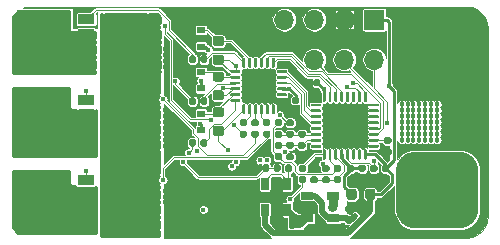
<source format=gbr>
%TF.GenerationSoftware,KiCad,Pcbnew,(5.1.6-0-10_14)*%
%TF.CreationDate,2021-03-16T08:34:44-04:00*%
%TF.ProjectId,F051_ESC,46303531-5f45-4534-932e-6b696361645f,rev?*%
%TF.SameCoordinates,Original*%
%TF.FileFunction,Copper,L4,Bot*%
%TF.FilePolarity,Positive*%
%FSLAX46Y46*%
G04 Gerber Fmt 4.6, Leading zero omitted, Abs format (unit mm)*
G04 Created by KiCad (PCBNEW (5.1.6-0-10_14)) date 2021-03-16 08:34:44*
%MOMM*%
%LPD*%
G01*
G04 APERTURE LIST*
%TA.AperFunction,ComponentPad*%
%ADD10O,1.700000X1.700000*%
%TD*%
%TA.AperFunction,ComponentPad*%
%ADD11R,1.700000X1.700000*%
%TD*%
%TA.AperFunction,SMDPad,CuDef*%
%ADD12R,3.750000X4.700000*%
%TD*%
%TA.AperFunction,SMDPad,CuDef*%
%ADD13R,1.050000X0.850000*%
%TD*%
%TA.AperFunction,SMDPad,CuDef*%
%ADD14R,1.450000X0.850000*%
%TD*%
%TA.AperFunction,SMDPad,CuDef*%
%ADD15R,0.650000X1.060000*%
%TD*%
%TA.AperFunction,SMDPad,CuDef*%
%ADD16R,1.060000X0.650000*%
%TD*%
%TA.AperFunction,SMDPad,CuDef*%
%ADD17R,0.700000X0.600000*%
%TD*%
%TA.AperFunction,SMDPad,CuDef*%
%ADD18R,3.450000X3.450000*%
%TD*%
%TA.AperFunction,SMDPad,CuDef*%
%ADD19R,2.700000X2.700000*%
%TD*%
%TA.AperFunction,ViaPad*%
%ADD20C,0.457200*%
%TD*%
%TA.AperFunction,ViaPad*%
%ADD21C,0.450000*%
%TD*%
%TA.AperFunction,Conductor*%
%ADD22C,0.500000*%
%TD*%
%TA.AperFunction,Conductor*%
%ADD23C,0.250000*%
%TD*%
%TA.AperFunction,Conductor*%
%ADD24C,0.100000*%
%TD*%
%TA.AperFunction,Conductor*%
%ADD25C,0.750000*%
%TD*%
%TA.AperFunction,Conductor*%
%ADD26C,0.254000*%
%TD*%
G04 APERTURE END LIST*
D10*
%TO.P,J3,4*%
%TO.N,/MCU/SWDIO*%
X242550000Y-71330000D03*
%TO.P,J3,3*%
%TO.N,/MCU/SWCLK*%
X245090000Y-71330000D03*
%TO.P,J3,2*%
%TO.N,GND*%
X247630000Y-71330000D03*
D11*
%TO.P,J3,1*%
%TO.N,+3V3*%
X250170000Y-71330000D03*
%TD*%
D12*
%TO.P,Q5,9*%
%TO.N,VCC_Shunt*%
X229050000Y-86800000D03*
D13*
%TO.P,Q5,8*%
X231450000Y-88705000D03*
%TO.P,Q5,7*%
X231450000Y-87435000D03*
%TO.P,Q5,6*%
X231450000Y-86165000D03*
%TO.P,Q5,5*%
X231450000Y-84895000D03*
D14*
%TO.P,Q5,4*%
%TO.N,Net-(Q5-Pad4)*%
X225750000Y-84895000D03*
%TO.P,Q5,3*%
%TO.N,/MCU/PhaseC*%
X225750000Y-86165000D03*
%TO.P,Q5,2*%
X225750000Y-87435000D03*
%TO.P,Q5,1*%
X225750000Y-88705000D03*
%TD*%
D15*
%TO.P,U7,5*%
%TO.N,+3V3*%
X240920000Y-87420000D03*
%TO.P,U7,4*%
%TO.N,Net-(R2-Pad1)*%
X242820000Y-87420000D03*
%TO.P,U7,3*%
%TO.N,Net-(R3-Pad2)*%
X242820000Y-85220000D03*
%TO.P,U7,2*%
%TO.N,GND*%
X241870000Y-85220000D03*
%TO.P,U7,1*%
%TO.N,Net-(R3-Pad2)*%
X240920000Y-85220000D03*
%TD*%
D10*
%TO.P,J6,3*%
%TO.N,/MCU/USART1_TX*%
X245090000Y-74710000D03*
%TO.P,J6,2*%
%TO.N,/MCU/USART1_RX*%
X247630000Y-74710000D03*
%TO.P,J6,1*%
%TO.N,/MCU/NRST*%
X250170000Y-74710000D03*
%TD*%
%TO.P,C2,2*%
%TO.N,GND*%
%TA.AperFunction,SMDPad,CuDef*%
G36*
G01*
X244650000Y-76487500D02*
X244650000Y-76832500D01*
G75*
G02*
X244502500Y-76980000I-147500J0D01*
G01*
X244207500Y-76980000D01*
G75*
G02*
X244060000Y-76832500I0J147500D01*
G01*
X244060000Y-76487500D01*
G75*
G02*
X244207500Y-76340000I147500J0D01*
G01*
X244502500Y-76340000D01*
G75*
G02*
X244650000Y-76487500I0J-147500D01*
G01*
G37*
%TD.AperFunction*%
%TO.P,C2,1*%
%TO.N,+3V3*%
%TA.AperFunction,SMDPad,CuDef*%
G36*
G01*
X245620000Y-76487500D02*
X245620000Y-76832500D01*
G75*
G02*
X245472500Y-76980000I-147500J0D01*
G01*
X245177500Y-76980000D01*
G75*
G02*
X245030000Y-76832500I0J147500D01*
G01*
X245030000Y-76487500D01*
G75*
G02*
X245177500Y-76340000I147500J0D01*
G01*
X245472500Y-76340000D01*
G75*
G02*
X245620000Y-76487500I0J-147500D01*
G01*
G37*
%TD.AperFunction*%
%TD*%
%TO.P,J1,2*%
%TO.N,GND*%
%TA.AperFunction,ComponentPad*%
G36*
G01*
X257375000Y-77500000D02*
X253625000Y-77500000D01*
G75*
G02*
X252000000Y-75875000I0J1625000D01*
G01*
X252000000Y-72625000D01*
G75*
G02*
X253625000Y-71000000I1625000J0D01*
G01*
X257375000Y-71000000D01*
G75*
G02*
X259000000Y-72625000I0J-1625000D01*
G01*
X259000000Y-75875000D01*
G75*
G02*
X257375000Y-77500000I-1625000J0D01*
G01*
G37*
%TD.AperFunction*%
%TO.P,J1,1*%
%TO.N,VCC*%
%TA.AperFunction,ComponentPad*%
G36*
G01*
X257375000Y-89000000D02*
X253625000Y-89000000D01*
G75*
G02*
X252000000Y-87375000I0J1625000D01*
G01*
X252000000Y-84125000D01*
G75*
G02*
X253625000Y-82500000I1625000J0D01*
G01*
X257375000Y-82500000D01*
G75*
G02*
X259000000Y-84125000I0J-1625000D01*
G01*
X259000000Y-87375000D01*
G75*
G02*
X257375000Y-89000000I-1625000J0D01*
G01*
G37*
%TD.AperFunction*%
%TD*%
%TO.P,R3,2*%
%TO.N,Net-(R3-Pad2)*%
%TA.AperFunction,SMDPad,CuDef*%
G36*
G01*
X242620000Y-84072500D02*
X242620000Y-83727500D01*
G75*
G02*
X242767500Y-83580000I147500J0D01*
G01*
X243062500Y-83580000D01*
G75*
G02*
X243210000Y-83727500I0J-147500D01*
G01*
X243210000Y-84072500D01*
G75*
G02*
X243062500Y-84220000I-147500J0D01*
G01*
X242767500Y-84220000D01*
G75*
G02*
X242620000Y-84072500I0J147500D01*
G01*
G37*
%TD.AperFunction*%
%TO.P,R3,1*%
%TO.N,/Curent Sense/CURR*%
%TA.AperFunction,SMDPad,CuDef*%
G36*
G01*
X241650000Y-84072500D02*
X241650000Y-83727500D01*
G75*
G02*
X241797500Y-83580000I147500J0D01*
G01*
X242092500Y-83580000D01*
G75*
G02*
X242240000Y-83727500I0J-147500D01*
G01*
X242240000Y-84072500D01*
G75*
G02*
X242092500Y-84220000I-147500J0D01*
G01*
X241797500Y-84220000D01*
G75*
G02*
X241650000Y-84072500I0J147500D01*
G01*
G37*
%TD.AperFunction*%
%TD*%
%TO.P,C8,2*%
%TO.N,/Curent Sense/CURR*%
%TA.AperFunction,SMDPad,CuDef*%
G36*
G01*
X240710000Y-84072500D02*
X240710000Y-83727500D01*
G75*
G02*
X240857500Y-83580000I147500J0D01*
G01*
X241152500Y-83580000D01*
G75*
G02*
X241300000Y-83727500I0J-147500D01*
G01*
X241300000Y-84072500D01*
G75*
G02*
X241152500Y-84220000I-147500J0D01*
G01*
X240857500Y-84220000D01*
G75*
G02*
X240710000Y-84072500I0J147500D01*
G01*
G37*
%TD.AperFunction*%
%TO.P,C8,1*%
%TO.N,GND*%
%TA.AperFunction,SMDPad,CuDef*%
G36*
G01*
X239740000Y-84072500D02*
X239740000Y-83727500D01*
G75*
G02*
X239887500Y-83580000I147500J0D01*
G01*
X240182500Y-83580000D01*
G75*
G02*
X240330000Y-83727500I0J-147500D01*
G01*
X240330000Y-84072500D01*
G75*
G02*
X240182500Y-84220000I-147500J0D01*
G01*
X239887500Y-84220000D01*
G75*
G02*
X239740000Y-84072500I0J147500D01*
G01*
G37*
%TD.AperFunction*%
%TD*%
%TO.P,R2,2*%
%TO.N,GND*%
%TA.AperFunction,SMDPad,CuDef*%
G36*
G01*
X242550000Y-88567500D02*
X242550000Y-88912500D01*
G75*
G02*
X242402500Y-89060000I-147500J0D01*
G01*
X242107500Y-89060000D01*
G75*
G02*
X241960000Y-88912500I0J147500D01*
G01*
X241960000Y-88567500D01*
G75*
G02*
X242107500Y-88420000I147500J0D01*
G01*
X242402500Y-88420000D01*
G75*
G02*
X242550000Y-88567500I0J-147500D01*
G01*
G37*
%TD.AperFunction*%
%TO.P,R2,1*%
%TO.N,Net-(R2-Pad1)*%
%TA.AperFunction,SMDPad,CuDef*%
G36*
G01*
X243520000Y-88567500D02*
X243520000Y-88912500D01*
G75*
G02*
X243372500Y-89060000I-147500J0D01*
G01*
X243077500Y-89060000D01*
G75*
G02*
X242930000Y-88912500I0J147500D01*
G01*
X242930000Y-88567500D01*
G75*
G02*
X243077500Y-88420000I147500J0D01*
G01*
X243372500Y-88420000D01*
G75*
G02*
X243520000Y-88567500I0J-147500D01*
G01*
G37*
%TD.AperFunction*%
%TD*%
%TO.P,C7,2*%
%TO.N,VCC*%
%TA.AperFunction,SMDPad,CuDef*%
G36*
G01*
X247867500Y-88010000D02*
X248212500Y-88010000D01*
G75*
G02*
X248360000Y-88157500I0J-147500D01*
G01*
X248360000Y-88452500D01*
G75*
G02*
X248212500Y-88600000I-147500J0D01*
G01*
X247867500Y-88600000D01*
G75*
G02*
X247720000Y-88452500I0J147500D01*
G01*
X247720000Y-88157500D01*
G75*
G02*
X247867500Y-88010000I147500J0D01*
G01*
G37*
%TD.AperFunction*%
%TO.P,C7,1*%
%TO.N,GND*%
%TA.AperFunction,SMDPad,CuDef*%
G36*
G01*
X247867500Y-87040000D02*
X248212500Y-87040000D01*
G75*
G02*
X248360000Y-87187500I0J-147500D01*
G01*
X248360000Y-87482500D01*
G75*
G02*
X248212500Y-87630000I-147500J0D01*
G01*
X247867500Y-87630000D01*
G75*
G02*
X247720000Y-87482500I0J147500D01*
G01*
X247720000Y-87187500D01*
G75*
G02*
X247867500Y-87040000I147500J0D01*
G01*
G37*
%TD.AperFunction*%
%TD*%
%TO.P,FB1,2*%
%TO.N,+3V3*%
%TA.AperFunction,SMDPad,CuDef*%
G36*
G01*
X249400000Y-86366250D02*
X249400000Y-85853750D01*
G75*
G02*
X249618750Y-85635000I218750J0D01*
G01*
X250056250Y-85635000D01*
G75*
G02*
X250275000Y-85853750I0J-218750D01*
G01*
X250275000Y-86366250D01*
G75*
G02*
X250056250Y-86585000I-218750J0D01*
G01*
X249618750Y-86585000D01*
G75*
G02*
X249400000Y-86366250I0J218750D01*
G01*
G37*
%TD.AperFunction*%
%TO.P,FB1,1*%
%TO.N,+3.3VA*%
%TA.AperFunction,SMDPad,CuDef*%
G36*
G01*
X247825000Y-86366250D02*
X247825000Y-85853750D01*
G75*
G02*
X248043750Y-85635000I218750J0D01*
G01*
X248481250Y-85635000D01*
G75*
G02*
X248700000Y-85853750I0J-218750D01*
G01*
X248700000Y-86366250D01*
G75*
G02*
X248481250Y-86585000I-218750J0D01*
G01*
X248043750Y-86585000D01*
G75*
G02*
X247825000Y-86366250I0J218750D01*
G01*
G37*
%TD.AperFunction*%
%TD*%
%TO.P,C6,2*%
%TO.N,GND*%
%TA.AperFunction,SMDPad,CuDef*%
G36*
G01*
X248977500Y-84590000D02*
X249322500Y-84590000D01*
G75*
G02*
X249470000Y-84737500I0J-147500D01*
G01*
X249470000Y-85032500D01*
G75*
G02*
X249322500Y-85180000I-147500J0D01*
G01*
X248977500Y-85180000D01*
G75*
G02*
X248830000Y-85032500I0J147500D01*
G01*
X248830000Y-84737500D01*
G75*
G02*
X248977500Y-84590000I147500J0D01*
G01*
G37*
%TD.AperFunction*%
%TO.P,C6,1*%
%TO.N,+3.3VA*%
%TA.AperFunction,SMDPad,CuDef*%
G36*
G01*
X248977500Y-83620000D02*
X249322500Y-83620000D01*
G75*
G02*
X249470000Y-83767500I0J-147500D01*
G01*
X249470000Y-84062500D01*
G75*
G02*
X249322500Y-84210000I-147500J0D01*
G01*
X248977500Y-84210000D01*
G75*
G02*
X248830000Y-84062500I0J147500D01*
G01*
X248830000Y-83767500D01*
G75*
G02*
X248977500Y-83620000I147500J0D01*
G01*
G37*
%TD.AperFunction*%
%TD*%
D16*
%TO.P,U5,5*%
%TO.N,VCC*%
X246720000Y-88130000D03*
%TO.P,U5,4*%
%TO.N,VCC_Shunt*%
X246720000Y-86230000D03*
%TO.P,U5,3*%
%TO.N,VCC*%
X244520000Y-86230000D03*
%TO.P,U5,2*%
%TO.N,GND*%
X244520000Y-87180000D03*
%TO.P,U5,1*%
%TO.N,Net-(R2-Pad1)*%
X244520000Y-88130000D03*
%TD*%
D17*
%TO.P,D4,1*%
%TO.N,/MOSFET Driver/VB3*%
X235500000Y-79290000D03*
%TO.P,D4,2*%
%TO.N,+12V*%
X235500000Y-80690000D03*
%TD*%
%TO.P,D3,1*%
%TO.N,/MOSFET Driver/VB1*%
X235500000Y-72210000D03*
%TO.P,D3,2*%
%TO.N,+12V*%
X235500000Y-73610000D03*
%TD*%
%TO.P,D2,1*%
%TO.N,/MOSFET Driver/VB2*%
X235500000Y-75750000D03*
%TO.P,D2,2*%
%TO.N,+12V*%
X235500000Y-77150000D03*
%TD*%
%TO.P,J4,3*%
%TO.N,/MCU/PhaseA*%
%TA.AperFunction,ComponentPad*%
G36*
G01*
X223400000Y-75000000D02*
X220600000Y-75000000D01*
G75*
G02*
X220000000Y-74400000I0J600000D01*
G01*
X220000000Y-71600000D01*
G75*
G02*
X220600000Y-71000000I600000J0D01*
G01*
X223400000Y-71000000D01*
G75*
G02*
X224000000Y-71600000I0J-600000D01*
G01*
X224000000Y-74400000D01*
G75*
G02*
X223400000Y-75000000I-600000J0D01*
G01*
G37*
%TD.AperFunction*%
%TO.P,J4,2*%
%TO.N,/MCU/PhaseB*%
%TA.AperFunction,ComponentPad*%
G36*
G01*
X223400000Y-82000000D02*
X220600000Y-82000000D01*
G75*
G02*
X220000000Y-81400000I0J600000D01*
G01*
X220000000Y-78600000D01*
G75*
G02*
X220600000Y-78000000I600000J0D01*
G01*
X223400000Y-78000000D01*
G75*
G02*
X224000000Y-78600000I0J-600000D01*
G01*
X224000000Y-81400000D01*
G75*
G02*
X223400000Y-82000000I-600000J0D01*
G01*
G37*
%TD.AperFunction*%
%TO.P,J4,1*%
%TO.N,/MCU/PhaseC*%
%TA.AperFunction,ComponentPad*%
G36*
G01*
X223400000Y-89000000D02*
X220600000Y-89000000D01*
G75*
G02*
X220000000Y-88400000I0J600000D01*
G01*
X220000000Y-85600000D01*
G75*
G02*
X220600000Y-85000000I600000J0D01*
G01*
X223400000Y-85000000D01*
G75*
G02*
X224000000Y-85600000I0J-600000D01*
G01*
X224000000Y-88400000D01*
G75*
G02*
X223400000Y-89000000I-600000J0D01*
G01*
G37*
%TD.AperFunction*%
%TD*%
%TO.P,C12,2*%
%TO.N,/MCU/PhaseB*%
%TA.AperFunction,SMDPad,CuDef*%
G36*
G01*
X236723750Y-77290000D02*
X237236250Y-77290000D01*
G75*
G02*
X237455000Y-77508750I0J-218750D01*
G01*
X237455000Y-77946250D01*
G75*
G02*
X237236250Y-78165000I-218750J0D01*
G01*
X236723750Y-78165000D01*
G75*
G02*
X236505000Y-77946250I0J218750D01*
G01*
X236505000Y-77508750D01*
G75*
G02*
X236723750Y-77290000I218750J0D01*
G01*
G37*
%TD.AperFunction*%
%TO.P,C12,1*%
%TO.N,/MOSFET Driver/VB2*%
%TA.AperFunction,SMDPad,CuDef*%
G36*
G01*
X236723750Y-75715000D02*
X237236250Y-75715000D01*
G75*
G02*
X237455000Y-75933750I0J-218750D01*
G01*
X237455000Y-76371250D01*
G75*
G02*
X237236250Y-76590000I-218750J0D01*
G01*
X236723750Y-76590000D01*
G75*
G02*
X236505000Y-76371250I0J218750D01*
G01*
X236505000Y-75933750D01*
G75*
G02*
X236723750Y-75715000I218750J0D01*
G01*
G37*
%TD.AperFunction*%
%TD*%
%TO.P,C11,2*%
%TO.N,GND*%
%TA.AperFunction,SMDPad,CuDef*%
G36*
G01*
X243347500Y-78820000D02*
X243692500Y-78820000D01*
G75*
G02*
X243840000Y-78967500I0J-147500D01*
G01*
X243840000Y-79262500D01*
G75*
G02*
X243692500Y-79410000I-147500J0D01*
G01*
X243347500Y-79410000D01*
G75*
G02*
X243200000Y-79262500I0J147500D01*
G01*
X243200000Y-78967500D01*
G75*
G02*
X243347500Y-78820000I147500J0D01*
G01*
G37*
%TD.AperFunction*%
%TO.P,C11,1*%
%TO.N,+12V*%
%TA.AperFunction,SMDPad,CuDef*%
G36*
G01*
X243347500Y-77850000D02*
X243692500Y-77850000D01*
G75*
G02*
X243840000Y-77997500I0J-147500D01*
G01*
X243840000Y-78292500D01*
G75*
G02*
X243692500Y-78440000I-147500J0D01*
G01*
X243347500Y-78440000D01*
G75*
G02*
X243200000Y-78292500I0J147500D01*
G01*
X243200000Y-77997500D01*
G75*
G02*
X243347500Y-77850000I147500J0D01*
G01*
G37*
%TD.AperFunction*%
%TD*%
%TO.P,R15,2*%
%TO.N,/MCU/PhaseB*%
%TA.AperFunction,SMDPad,CuDef*%
G36*
G01*
X242877500Y-82640000D02*
X243222500Y-82640000D01*
G75*
G02*
X243370000Y-82787500I0J-147500D01*
G01*
X243370000Y-83082500D01*
G75*
G02*
X243222500Y-83230000I-147500J0D01*
G01*
X242877500Y-83230000D01*
G75*
G02*
X242730000Y-83082500I0J147500D01*
G01*
X242730000Y-82787500D01*
G75*
G02*
X242877500Y-82640000I147500J0D01*
G01*
G37*
%TD.AperFunction*%
%TO.P,R15,1*%
%TO.N,/MCU/SenseB*%
%TA.AperFunction,SMDPad,CuDef*%
G36*
G01*
X242877500Y-81670000D02*
X243222500Y-81670000D01*
G75*
G02*
X243370000Y-81817500I0J-147500D01*
G01*
X243370000Y-82112500D01*
G75*
G02*
X243222500Y-82260000I-147500J0D01*
G01*
X242877500Y-82260000D01*
G75*
G02*
X242730000Y-82112500I0J147500D01*
G01*
X242730000Y-81817500D01*
G75*
G02*
X242877500Y-81670000I147500J0D01*
G01*
G37*
%TD.AperFunction*%
%TD*%
D12*
%TO.P,Q3,9*%
%TO.N,VCC_Shunt*%
X229050000Y-80000000D03*
D13*
%TO.P,Q3,8*%
X231450000Y-81905000D03*
%TO.P,Q3,7*%
X231450000Y-80635000D03*
%TO.P,Q3,6*%
X231450000Y-79365000D03*
%TO.P,Q3,5*%
X231450000Y-78095000D03*
D14*
%TO.P,Q3,4*%
%TO.N,Net-(Q3-Pad4)*%
X225750000Y-78095000D03*
%TO.P,Q3,3*%
%TO.N,/MCU/PhaseB*%
X225750000Y-79365000D03*
%TO.P,Q3,2*%
X225750000Y-80635000D03*
%TO.P,Q3,1*%
X225750000Y-81905000D03*
%TD*%
D12*
%TO.P,Q1,9*%
%TO.N,VCC_Shunt*%
X229090000Y-73200000D03*
D13*
%TO.P,Q1,8*%
X231490000Y-75105000D03*
%TO.P,Q1,7*%
X231490000Y-73835000D03*
%TO.P,Q1,6*%
X231490000Y-72565000D03*
%TO.P,Q1,5*%
X231490000Y-71295000D03*
D14*
%TO.P,Q1,4*%
%TO.N,Net-(Q1-Pad4)*%
X225790000Y-71295000D03*
%TO.P,Q1,3*%
%TO.N,/MCU/PhaseA*%
X225790000Y-72565000D03*
%TO.P,Q1,2*%
X225790000Y-73835000D03*
%TO.P,Q1,1*%
X225790000Y-75105000D03*
%TD*%
%TO.P,C1,2*%
%TO.N,GND*%
%TA.AperFunction,SMDPad,CuDef*%
G36*
G01*
X250957500Y-84590000D02*
X251302500Y-84590000D01*
G75*
G02*
X251450000Y-84737500I0J-147500D01*
G01*
X251450000Y-85032500D01*
G75*
G02*
X251302500Y-85180000I-147500J0D01*
G01*
X250957500Y-85180000D01*
G75*
G02*
X250810000Y-85032500I0J147500D01*
G01*
X250810000Y-84737500D01*
G75*
G02*
X250957500Y-84590000I147500J0D01*
G01*
G37*
%TD.AperFunction*%
%TO.P,C1,1*%
%TO.N,+3V3*%
%TA.AperFunction,SMDPad,CuDef*%
G36*
G01*
X250957500Y-83620000D02*
X251302500Y-83620000D01*
G75*
G02*
X251450000Y-83767500I0J-147500D01*
G01*
X251450000Y-84062500D01*
G75*
G02*
X251302500Y-84210000I-147500J0D01*
G01*
X250957500Y-84210000D01*
G75*
G02*
X250810000Y-84062500I0J147500D01*
G01*
X250810000Y-83767500D01*
G75*
G02*
X250957500Y-83620000I147500J0D01*
G01*
G37*
%TD.AperFunction*%
%TD*%
%TO.P,R24,2*%
%TO.N,/MCU/PWM*%
%TA.AperFunction,SMDPad,CuDef*%
G36*
G01*
X243917500Y-84590000D02*
X244262500Y-84590000D01*
G75*
G02*
X244410000Y-84737500I0J-147500D01*
G01*
X244410000Y-85032500D01*
G75*
G02*
X244262500Y-85180000I-147500J0D01*
G01*
X243917500Y-85180000D01*
G75*
G02*
X243770000Y-85032500I0J147500D01*
G01*
X243770000Y-84737500D01*
G75*
G02*
X243917500Y-84590000I147500J0D01*
G01*
G37*
%TD.AperFunction*%
%TO.P,R24,1*%
%TO.N,Net-(R24-Pad1)*%
%TA.AperFunction,SMDPad,CuDef*%
G36*
G01*
X243917500Y-83620000D02*
X244262500Y-83620000D01*
G75*
G02*
X244410000Y-83767500I0J-147500D01*
G01*
X244410000Y-84062500D01*
G75*
G02*
X244262500Y-84210000I-147500J0D01*
G01*
X243917500Y-84210000D01*
G75*
G02*
X243770000Y-84062500I0J147500D01*
G01*
X243770000Y-83767500D01*
G75*
G02*
X243917500Y-83620000I147500J0D01*
G01*
G37*
%TD.AperFunction*%
%TD*%
%TO.P,R23,2*%
%TO.N,GND*%
%TA.AperFunction,SMDPad,CuDef*%
G36*
G01*
X251147500Y-82230000D02*
X251492500Y-82230000D01*
G75*
G02*
X251640000Y-82377500I0J-147500D01*
G01*
X251640000Y-82672500D01*
G75*
G02*
X251492500Y-82820000I-147500J0D01*
G01*
X251147500Y-82820000D01*
G75*
G02*
X251000000Y-82672500I0J147500D01*
G01*
X251000000Y-82377500D01*
G75*
G02*
X251147500Y-82230000I147500J0D01*
G01*
G37*
%TD.AperFunction*%
%TO.P,R23,1*%
%TO.N,/MCU/BOOT0*%
%TA.AperFunction,SMDPad,CuDef*%
G36*
G01*
X251147500Y-81260000D02*
X251492500Y-81260000D01*
G75*
G02*
X251640000Y-81407500I0J-147500D01*
G01*
X251640000Y-81702500D01*
G75*
G02*
X251492500Y-81850000I-147500J0D01*
G01*
X251147500Y-81850000D01*
G75*
G02*
X251000000Y-81702500I0J147500D01*
G01*
X251000000Y-81407500D01*
G75*
G02*
X251147500Y-81260000I147500J0D01*
G01*
G37*
%TD.AperFunction*%
%TD*%
%TO.P,R21,2*%
%TO.N,/MCU/SenseC*%
%TA.AperFunction,SMDPad,CuDef*%
G36*
G01*
X244907500Y-84590000D02*
X245252500Y-84590000D01*
G75*
G02*
X245400000Y-84737500I0J-147500D01*
G01*
X245400000Y-85032500D01*
G75*
G02*
X245252500Y-85180000I-147500J0D01*
G01*
X244907500Y-85180000D01*
G75*
G02*
X244760000Y-85032500I0J147500D01*
G01*
X244760000Y-84737500D01*
G75*
G02*
X244907500Y-84590000I147500J0D01*
G01*
G37*
%TD.AperFunction*%
%TO.P,R21,1*%
%TO.N,GND*%
%TA.AperFunction,SMDPad,CuDef*%
G36*
G01*
X244907500Y-83620000D02*
X245252500Y-83620000D01*
G75*
G02*
X245400000Y-83767500I0J-147500D01*
G01*
X245400000Y-84062500D01*
G75*
G02*
X245252500Y-84210000I-147500J0D01*
G01*
X244907500Y-84210000D01*
G75*
G02*
X244760000Y-84062500I0J147500D01*
G01*
X244760000Y-83767500D01*
G75*
G02*
X244907500Y-83620000I147500J0D01*
G01*
G37*
%TD.AperFunction*%
%TD*%
%TO.P,R20,2*%
%TO.N,/MCU/SenseB*%
%TA.AperFunction,SMDPad,CuDef*%
G36*
G01*
X244212500Y-82260000D02*
X243867500Y-82260000D01*
G75*
G02*
X243720000Y-82112500I0J147500D01*
G01*
X243720000Y-81817500D01*
G75*
G02*
X243867500Y-81670000I147500J0D01*
G01*
X244212500Y-81670000D01*
G75*
G02*
X244360000Y-81817500I0J-147500D01*
G01*
X244360000Y-82112500D01*
G75*
G02*
X244212500Y-82260000I-147500J0D01*
G01*
G37*
%TD.AperFunction*%
%TO.P,R20,1*%
%TO.N,GND*%
%TA.AperFunction,SMDPad,CuDef*%
G36*
G01*
X244212500Y-83230000D02*
X243867500Y-83230000D01*
G75*
G02*
X243720000Y-83082500I0J147500D01*
G01*
X243720000Y-82787500D01*
G75*
G02*
X243867500Y-82640000I147500J0D01*
G01*
X244212500Y-82640000D01*
G75*
G02*
X244360000Y-82787500I0J-147500D01*
G01*
X244360000Y-83082500D01*
G75*
G02*
X244212500Y-83230000I-147500J0D01*
G01*
G37*
%TD.AperFunction*%
%TD*%
%TO.P,R19,2*%
%TO.N,/MCU/SenseCOM*%
%TA.AperFunction,SMDPad,CuDef*%
G36*
G01*
X247232500Y-84210000D02*
X246887500Y-84210000D01*
G75*
G02*
X246740000Y-84062500I0J147500D01*
G01*
X246740000Y-83767500D01*
G75*
G02*
X246887500Y-83620000I147500J0D01*
G01*
X247232500Y-83620000D01*
G75*
G02*
X247380000Y-83767500I0J-147500D01*
G01*
X247380000Y-84062500D01*
G75*
G02*
X247232500Y-84210000I-147500J0D01*
G01*
G37*
%TD.AperFunction*%
%TO.P,R19,1*%
%TO.N,/MCU/SenseC*%
%TA.AperFunction,SMDPad,CuDef*%
G36*
G01*
X247232500Y-85180000D02*
X246887500Y-85180000D01*
G75*
G02*
X246740000Y-85032500I0J147500D01*
G01*
X246740000Y-84737500D01*
G75*
G02*
X246887500Y-84590000I147500J0D01*
G01*
X247232500Y-84590000D01*
G75*
G02*
X247380000Y-84737500I0J-147500D01*
G01*
X247380000Y-85032500D01*
G75*
G02*
X247232500Y-85180000I-147500J0D01*
G01*
G37*
%TD.AperFunction*%
%TD*%
%TO.P,R18,2*%
%TO.N,/MCU/PhaseC*%
%TA.AperFunction,SMDPad,CuDef*%
G36*
G01*
X246242500Y-84210000D02*
X245897500Y-84210000D01*
G75*
G02*
X245750000Y-84062500I0J147500D01*
G01*
X245750000Y-83767500D01*
G75*
G02*
X245897500Y-83620000I147500J0D01*
G01*
X246242500Y-83620000D01*
G75*
G02*
X246390000Y-83767500I0J-147500D01*
G01*
X246390000Y-84062500D01*
G75*
G02*
X246242500Y-84210000I-147500J0D01*
G01*
G37*
%TD.AperFunction*%
%TO.P,R18,1*%
%TO.N,/MCU/SenseC*%
%TA.AperFunction,SMDPad,CuDef*%
G36*
G01*
X246242500Y-85180000D02*
X245897500Y-85180000D01*
G75*
G02*
X245750000Y-85032500I0J147500D01*
G01*
X245750000Y-84737500D01*
G75*
G02*
X245897500Y-84590000I147500J0D01*
G01*
X246242500Y-84590000D01*
G75*
G02*
X246390000Y-84737500I0J-147500D01*
G01*
X246390000Y-85032500D01*
G75*
G02*
X246242500Y-85180000I-147500J0D01*
G01*
G37*
%TD.AperFunction*%
%TD*%
%TO.P,R17,2*%
%TO.N,/MCU/SenseCOM*%
%TA.AperFunction,SMDPad,CuDef*%
G36*
G01*
X241887500Y-82640000D02*
X242232500Y-82640000D01*
G75*
G02*
X242380000Y-82787500I0J-147500D01*
G01*
X242380000Y-83082500D01*
G75*
G02*
X242232500Y-83230000I-147500J0D01*
G01*
X241887500Y-83230000D01*
G75*
G02*
X241740000Y-83082500I0J147500D01*
G01*
X241740000Y-82787500D01*
G75*
G02*
X241887500Y-82640000I147500J0D01*
G01*
G37*
%TD.AperFunction*%
%TO.P,R17,1*%
%TO.N,/MCU/SenseB*%
%TA.AperFunction,SMDPad,CuDef*%
G36*
G01*
X241887500Y-81670000D02*
X242232500Y-81670000D01*
G75*
G02*
X242380000Y-81817500I0J-147500D01*
G01*
X242380000Y-82112500D01*
G75*
G02*
X242232500Y-82260000I-147500J0D01*
G01*
X241887500Y-82260000D01*
G75*
G02*
X241740000Y-82112500I0J147500D01*
G01*
X241740000Y-81817500D01*
G75*
G02*
X241887500Y-81670000I147500J0D01*
G01*
G37*
%TD.AperFunction*%
%TD*%
%TO.P,R16,2*%
%TO.N,/MCU/SenseA*%
%TA.AperFunction,SMDPad,CuDef*%
G36*
G01*
X243867500Y-80730000D02*
X244212500Y-80730000D01*
G75*
G02*
X244360000Y-80877500I0J-147500D01*
G01*
X244360000Y-81172500D01*
G75*
G02*
X244212500Y-81320000I-147500J0D01*
G01*
X243867500Y-81320000D01*
G75*
G02*
X243720000Y-81172500I0J147500D01*
G01*
X243720000Y-80877500D01*
G75*
G02*
X243867500Y-80730000I147500J0D01*
G01*
G37*
%TD.AperFunction*%
%TO.P,R16,1*%
%TO.N,GND*%
%TA.AperFunction,SMDPad,CuDef*%
G36*
G01*
X243867500Y-79760000D02*
X244212500Y-79760000D01*
G75*
G02*
X244360000Y-79907500I0J-147500D01*
G01*
X244360000Y-80202500D01*
G75*
G02*
X244212500Y-80350000I-147500J0D01*
G01*
X243867500Y-80350000D01*
G75*
G02*
X243720000Y-80202500I0J147500D01*
G01*
X243720000Y-79907500D01*
G75*
G02*
X243867500Y-79760000I147500J0D01*
G01*
G37*
%TD.AperFunction*%
%TD*%
%TO.P,R14,2*%
%TO.N,/MCU/SenseCOM*%
%TA.AperFunction,SMDPad,CuDef*%
G36*
G01*
X242232500Y-80350000D02*
X241887500Y-80350000D01*
G75*
G02*
X241740000Y-80202500I0J147500D01*
G01*
X241740000Y-79907500D01*
G75*
G02*
X241887500Y-79760000I147500J0D01*
G01*
X242232500Y-79760000D01*
G75*
G02*
X242380000Y-79907500I0J-147500D01*
G01*
X242380000Y-80202500D01*
G75*
G02*
X242232500Y-80350000I-147500J0D01*
G01*
G37*
%TD.AperFunction*%
%TO.P,R14,1*%
%TO.N,/MCU/SenseA*%
%TA.AperFunction,SMDPad,CuDef*%
G36*
G01*
X242232500Y-81320000D02*
X241887500Y-81320000D01*
G75*
G02*
X241740000Y-81172500I0J147500D01*
G01*
X241740000Y-80877500D01*
G75*
G02*
X241887500Y-80730000I147500J0D01*
G01*
X242232500Y-80730000D01*
G75*
G02*
X242380000Y-80877500I0J-147500D01*
G01*
X242380000Y-81172500D01*
G75*
G02*
X242232500Y-81320000I-147500J0D01*
G01*
G37*
%TD.AperFunction*%
%TD*%
%TO.P,R13,2*%
%TO.N,/MCU/PhaseA*%
%TA.AperFunction,SMDPad,CuDef*%
G36*
G01*
X243222500Y-80350000D02*
X242877500Y-80350000D01*
G75*
G02*
X242730000Y-80202500I0J147500D01*
G01*
X242730000Y-79907500D01*
G75*
G02*
X242877500Y-79760000I147500J0D01*
G01*
X243222500Y-79760000D01*
G75*
G02*
X243370000Y-79907500I0J-147500D01*
G01*
X243370000Y-80202500D01*
G75*
G02*
X243222500Y-80350000I-147500J0D01*
G01*
G37*
%TD.AperFunction*%
%TO.P,R13,1*%
%TO.N,/MCU/SenseA*%
%TA.AperFunction,SMDPad,CuDef*%
G36*
G01*
X243222500Y-81320000D02*
X242877500Y-81320000D01*
G75*
G02*
X242730000Y-81172500I0J147500D01*
G01*
X242730000Y-80877500D01*
G75*
G02*
X242877500Y-80730000I147500J0D01*
G01*
X243222500Y-80730000D01*
G75*
G02*
X243370000Y-80877500I0J-147500D01*
G01*
X243370000Y-81172500D01*
G75*
G02*
X243222500Y-81320000I-147500J0D01*
G01*
G37*
%TD.AperFunction*%
%TD*%
%TO.P,R12,2*%
%TO.N,/MOSFET Driver/LO3*%
%TA.AperFunction,SMDPad,CuDef*%
G36*
G01*
X241242500Y-80340000D02*
X240897500Y-80340000D01*
G75*
G02*
X240750000Y-80192500I0J147500D01*
G01*
X240750000Y-79897500D01*
G75*
G02*
X240897500Y-79750000I147500J0D01*
G01*
X241242500Y-79750000D01*
G75*
G02*
X241390000Y-79897500I0J-147500D01*
G01*
X241390000Y-80192500D01*
G75*
G02*
X241242500Y-80340000I-147500J0D01*
G01*
G37*
%TD.AperFunction*%
%TO.P,R12,1*%
%TO.N,Net-(Q6-Pad4)*%
%TA.AperFunction,SMDPad,CuDef*%
G36*
G01*
X241242500Y-81310000D02*
X240897500Y-81310000D01*
G75*
G02*
X240750000Y-81162500I0J147500D01*
G01*
X240750000Y-80867500D01*
G75*
G02*
X240897500Y-80720000I147500J0D01*
G01*
X241242500Y-80720000D01*
G75*
G02*
X241390000Y-80867500I0J-147500D01*
G01*
X241390000Y-81162500D01*
G75*
G02*
X241242500Y-81310000I-147500J0D01*
G01*
G37*
%TD.AperFunction*%
%TD*%
%TO.P,R11,2*%
%TO.N,/MOSFET Driver/HO3*%
%TA.AperFunction,SMDPad,CuDef*%
G36*
G01*
X235460000Y-81932500D02*
X235460000Y-81587500D01*
G75*
G02*
X235607500Y-81440000I147500J0D01*
G01*
X235902500Y-81440000D01*
G75*
G02*
X236050000Y-81587500I0J-147500D01*
G01*
X236050000Y-81932500D01*
G75*
G02*
X235902500Y-82080000I-147500J0D01*
G01*
X235607500Y-82080000D01*
G75*
G02*
X235460000Y-81932500I0J147500D01*
G01*
G37*
%TD.AperFunction*%
%TO.P,R11,1*%
%TO.N,Net-(Q5-Pad4)*%
%TA.AperFunction,SMDPad,CuDef*%
G36*
G01*
X234490000Y-81932500D02*
X234490000Y-81587500D01*
G75*
G02*
X234637500Y-81440000I147500J0D01*
G01*
X234932500Y-81440000D01*
G75*
G02*
X235080000Y-81587500I0J-147500D01*
G01*
X235080000Y-81932500D01*
G75*
G02*
X234932500Y-82080000I-147500J0D01*
G01*
X234637500Y-82080000D01*
G75*
G02*
X234490000Y-81932500I0J147500D01*
G01*
G37*
%TD.AperFunction*%
%TD*%
%TO.P,R10,2*%
%TO.N,/MOSFET Driver/LO2*%
%TA.AperFunction,SMDPad,CuDef*%
G36*
G01*
X240252500Y-80340000D02*
X239907500Y-80340000D01*
G75*
G02*
X239760000Y-80192500I0J147500D01*
G01*
X239760000Y-79897500D01*
G75*
G02*
X239907500Y-79750000I147500J0D01*
G01*
X240252500Y-79750000D01*
G75*
G02*
X240400000Y-79897500I0J-147500D01*
G01*
X240400000Y-80192500D01*
G75*
G02*
X240252500Y-80340000I-147500J0D01*
G01*
G37*
%TD.AperFunction*%
%TO.P,R10,1*%
%TO.N,Net-(Q4-Pad4)*%
%TA.AperFunction,SMDPad,CuDef*%
G36*
G01*
X240252500Y-81310000D02*
X239907500Y-81310000D01*
G75*
G02*
X239760000Y-81162500I0J147500D01*
G01*
X239760000Y-80867500D01*
G75*
G02*
X239907500Y-80720000I147500J0D01*
G01*
X240252500Y-80720000D01*
G75*
G02*
X240400000Y-80867500I0J-147500D01*
G01*
X240400000Y-81162500D01*
G75*
G02*
X240252500Y-81310000I-147500J0D01*
G01*
G37*
%TD.AperFunction*%
%TD*%
%TO.P,R9,2*%
%TO.N,/MOSFET Driver/HO2*%
%TA.AperFunction,SMDPad,CuDef*%
G36*
G01*
X235460000Y-78392500D02*
X235460000Y-78047500D01*
G75*
G02*
X235607500Y-77900000I147500J0D01*
G01*
X235902500Y-77900000D01*
G75*
G02*
X236050000Y-78047500I0J-147500D01*
G01*
X236050000Y-78392500D01*
G75*
G02*
X235902500Y-78540000I-147500J0D01*
G01*
X235607500Y-78540000D01*
G75*
G02*
X235460000Y-78392500I0J147500D01*
G01*
G37*
%TD.AperFunction*%
%TO.P,R9,1*%
%TO.N,Net-(Q3-Pad4)*%
%TA.AperFunction,SMDPad,CuDef*%
G36*
G01*
X234490000Y-78392500D02*
X234490000Y-78047500D01*
G75*
G02*
X234637500Y-77900000I147500J0D01*
G01*
X234932500Y-77900000D01*
G75*
G02*
X235080000Y-78047500I0J-147500D01*
G01*
X235080000Y-78392500D01*
G75*
G02*
X234932500Y-78540000I-147500J0D01*
G01*
X234637500Y-78540000D01*
G75*
G02*
X234490000Y-78392500I0J147500D01*
G01*
G37*
%TD.AperFunction*%
%TD*%
%TO.P,R8,2*%
%TO.N,/MOSFET Driver/LO1*%
%TA.AperFunction,SMDPad,CuDef*%
G36*
G01*
X239262500Y-80340000D02*
X238917500Y-80340000D01*
G75*
G02*
X238770000Y-80192500I0J147500D01*
G01*
X238770000Y-79897500D01*
G75*
G02*
X238917500Y-79750000I147500J0D01*
G01*
X239262500Y-79750000D01*
G75*
G02*
X239410000Y-79897500I0J-147500D01*
G01*
X239410000Y-80192500D01*
G75*
G02*
X239262500Y-80340000I-147500J0D01*
G01*
G37*
%TD.AperFunction*%
%TO.P,R8,1*%
%TO.N,Net-(Q2-Pad4)*%
%TA.AperFunction,SMDPad,CuDef*%
G36*
G01*
X239262500Y-81310000D02*
X238917500Y-81310000D01*
G75*
G02*
X238770000Y-81162500I0J147500D01*
G01*
X238770000Y-80867500D01*
G75*
G02*
X238917500Y-80720000I147500J0D01*
G01*
X239262500Y-80720000D01*
G75*
G02*
X239410000Y-80867500I0J-147500D01*
G01*
X239410000Y-81162500D01*
G75*
G02*
X239262500Y-81310000I-147500J0D01*
G01*
G37*
%TD.AperFunction*%
%TD*%
%TO.P,R7,2*%
%TO.N,/MOSFET Driver/HO1*%
%TA.AperFunction,SMDPad,CuDef*%
G36*
G01*
X235460000Y-74852500D02*
X235460000Y-74507500D01*
G75*
G02*
X235607500Y-74360000I147500J0D01*
G01*
X235902500Y-74360000D01*
G75*
G02*
X236050000Y-74507500I0J-147500D01*
G01*
X236050000Y-74852500D01*
G75*
G02*
X235902500Y-75000000I-147500J0D01*
G01*
X235607500Y-75000000D01*
G75*
G02*
X235460000Y-74852500I0J147500D01*
G01*
G37*
%TD.AperFunction*%
%TO.P,R7,1*%
%TO.N,Net-(Q1-Pad4)*%
%TA.AperFunction,SMDPad,CuDef*%
G36*
G01*
X234490000Y-74852500D02*
X234490000Y-74507500D01*
G75*
G02*
X234637500Y-74360000I147500J0D01*
G01*
X234932500Y-74360000D01*
G75*
G02*
X235080000Y-74507500I0J-147500D01*
G01*
X235080000Y-74852500D01*
G75*
G02*
X234932500Y-75000000I-147500J0D01*
G01*
X234637500Y-75000000D01*
G75*
G02*
X234490000Y-74852500I0J147500D01*
G01*
G37*
%TD.AperFunction*%
%TD*%
%TO.P,C15,2*%
%TO.N,GND*%
%TA.AperFunction,SMDPad,CuDef*%
G36*
G01*
X249967500Y-84590000D02*
X250312500Y-84590000D01*
G75*
G02*
X250460000Y-84737500I0J-147500D01*
G01*
X250460000Y-85032500D01*
G75*
G02*
X250312500Y-85180000I-147500J0D01*
G01*
X249967500Y-85180000D01*
G75*
G02*
X249820000Y-85032500I0J147500D01*
G01*
X249820000Y-84737500D01*
G75*
G02*
X249967500Y-84590000I147500J0D01*
G01*
G37*
%TD.AperFunction*%
%TO.P,C15,1*%
%TO.N,/MCU/NRST*%
%TA.AperFunction,SMDPad,CuDef*%
G36*
G01*
X249967500Y-83620000D02*
X250312500Y-83620000D01*
G75*
G02*
X250460000Y-83767500I0J-147500D01*
G01*
X250460000Y-84062500D01*
G75*
G02*
X250312500Y-84210000I-147500J0D01*
G01*
X249967500Y-84210000D01*
G75*
G02*
X249820000Y-84062500I0J147500D01*
G01*
X249820000Y-83767500D01*
G75*
G02*
X249967500Y-83620000I147500J0D01*
G01*
G37*
%TD.AperFunction*%
%TD*%
%TO.P,C14,2*%
%TO.N,/MCU/PhaseC*%
%TA.AperFunction,SMDPad,CuDef*%
G36*
G01*
X236723750Y-80300000D02*
X237236250Y-80300000D01*
G75*
G02*
X237455000Y-80518750I0J-218750D01*
G01*
X237455000Y-80956250D01*
G75*
G02*
X237236250Y-81175000I-218750J0D01*
G01*
X236723750Y-81175000D01*
G75*
G02*
X236505000Y-80956250I0J218750D01*
G01*
X236505000Y-80518750D01*
G75*
G02*
X236723750Y-80300000I218750J0D01*
G01*
G37*
%TD.AperFunction*%
%TO.P,C14,1*%
%TO.N,/MOSFET Driver/VB3*%
%TA.AperFunction,SMDPad,CuDef*%
G36*
G01*
X236723750Y-78725000D02*
X237236250Y-78725000D01*
G75*
G02*
X237455000Y-78943750I0J-218750D01*
G01*
X237455000Y-79381250D01*
G75*
G02*
X237236250Y-79600000I-218750J0D01*
G01*
X236723750Y-79600000D01*
G75*
G02*
X236505000Y-79381250I0J218750D01*
G01*
X236505000Y-78943750D01*
G75*
G02*
X236723750Y-78725000I218750J0D01*
G01*
G37*
%TD.AperFunction*%
%TD*%
%TO.P,C13,2*%
%TO.N,/MCU/PhaseA*%
%TA.AperFunction,SMDPad,CuDef*%
G36*
G01*
X236723750Y-74280000D02*
X237236250Y-74280000D01*
G75*
G02*
X237455000Y-74498750I0J-218750D01*
G01*
X237455000Y-74936250D01*
G75*
G02*
X237236250Y-75155000I-218750J0D01*
G01*
X236723750Y-75155000D01*
G75*
G02*
X236505000Y-74936250I0J218750D01*
G01*
X236505000Y-74498750D01*
G75*
G02*
X236723750Y-74280000I218750J0D01*
G01*
G37*
%TD.AperFunction*%
%TO.P,C13,1*%
%TO.N,/MOSFET Driver/VB1*%
%TA.AperFunction,SMDPad,CuDef*%
G36*
G01*
X236723750Y-72705000D02*
X237236250Y-72705000D01*
G75*
G02*
X237455000Y-72923750I0J-218750D01*
G01*
X237455000Y-73361250D01*
G75*
G02*
X237236250Y-73580000I-218750J0D01*
G01*
X236723750Y-73580000D01*
G75*
G02*
X236505000Y-73361250I0J218750D01*
G01*
X236505000Y-72923750D01*
G75*
G02*
X236723750Y-72705000I218750J0D01*
G01*
G37*
%TD.AperFunction*%
%TD*%
%TO.P,C3,2*%
%TO.N,GND*%
%TA.AperFunction,SMDPad,CuDef*%
G36*
G01*
X247987500Y-84590000D02*
X248332500Y-84590000D01*
G75*
G02*
X248480000Y-84737500I0J-147500D01*
G01*
X248480000Y-85032500D01*
G75*
G02*
X248332500Y-85180000I-147500J0D01*
G01*
X247987500Y-85180000D01*
G75*
G02*
X247840000Y-85032500I0J147500D01*
G01*
X247840000Y-84737500D01*
G75*
G02*
X247987500Y-84590000I147500J0D01*
G01*
G37*
%TD.AperFunction*%
%TO.P,C3,1*%
%TO.N,+3.3VA*%
%TA.AperFunction,SMDPad,CuDef*%
G36*
G01*
X247987500Y-83620000D02*
X248332500Y-83620000D01*
G75*
G02*
X248480000Y-83767500I0J-147500D01*
G01*
X248480000Y-84062500D01*
G75*
G02*
X248332500Y-84210000I-147500J0D01*
G01*
X247987500Y-84210000D01*
G75*
G02*
X247840000Y-84062500I0J147500D01*
G01*
X247840000Y-83767500D01*
G75*
G02*
X247987500Y-83620000I147500J0D01*
G01*
G37*
%TD.AperFunction*%
%TD*%
%TO.P,U2,1*%
%TO.N,+3V3*%
%TA.AperFunction,SMDPad,CuDef*%
G36*
G01*
X249492500Y-83175000D02*
X249367500Y-83175000D01*
G75*
G02*
X249305000Y-83112500I0J62500D01*
G01*
X249305000Y-82362500D01*
G75*
G02*
X249367500Y-82300000I62500J0D01*
G01*
X249492500Y-82300000D01*
G75*
G02*
X249555000Y-82362500I0J-62500D01*
G01*
X249555000Y-83112500D01*
G75*
G02*
X249492500Y-83175000I-62500J0D01*
G01*
G37*
%TD.AperFunction*%
%TO.P,U2,2*%
%TO.N,N/C*%
%TA.AperFunction,SMDPad,CuDef*%
G36*
G01*
X248992500Y-83175000D02*
X248867500Y-83175000D01*
G75*
G02*
X248805000Y-83112500I0J62500D01*
G01*
X248805000Y-82362500D01*
G75*
G02*
X248867500Y-82300000I62500J0D01*
G01*
X248992500Y-82300000D01*
G75*
G02*
X249055000Y-82362500I0J-62500D01*
G01*
X249055000Y-83112500D01*
G75*
G02*
X248992500Y-83175000I-62500J0D01*
G01*
G37*
%TD.AperFunction*%
%TO.P,U2,3*%
%TA.AperFunction,SMDPad,CuDef*%
G36*
G01*
X248492500Y-83175000D02*
X248367500Y-83175000D01*
G75*
G02*
X248305000Y-83112500I0J62500D01*
G01*
X248305000Y-82362500D01*
G75*
G02*
X248367500Y-82300000I62500J0D01*
G01*
X248492500Y-82300000D01*
G75*
G02*
X248555000Y-82362500I0J-62500D01*
G01*
X248555000Y-83112500D01*
G75*
G02*
X248492500Y-83175000I-62500J0D01*
G01*
G37*
%TD.AperFunction*%
%TO.P,U2,4*%
%TO.N,/MCU/NRST*%
%TA.AperFunction,SMDPad,CuDef*%
G36*
G01*
X247992500Y-83175000D02*
X247867500Y-83175000D01*
G75*
G02*
X247805000Y-83112500I0J62500D01*
G01*
X247805000Y-82362500D01*
G75*
G02*
X247867500Y-82300000I62500J0D01*
G01*
X247992500Y-82300000D01*
G75*
G02*
X248055000Y-82362500I0J-62500D01*
G01*
X248055000Y-83112500D01*
G75*
G02*
X247992500Y-83175000I-62500J0D01*
G01*
G37*
%TD.AperFunction*%
%TO.P,U2,5*%
%TO.N,+3.3VA*%
%TA.AperFunction,SMDPad,CuDef*%
G36*
G01*
X247492500Y-83175000D02*
X247367500Y-83175000D01*
G75*
G02*
X247305000Y-83112500I0J62500D01*
G01*
X247305000Y-82362500D01*
G75*
G02*
X247367500Y-82300000I62500J0D01*
G01*
X247492500Y-82300000D01*
G75*
G02*
X247555000Y-82362500I0J-62500D01*
G01*
X247555000Y-83112500D01*
G75*
G02*
X247492500Y-83175000I-62500J0D01*
G01*
G37*
%TD.AperFunction*%
%TO.P,U2,6*%
%TO.N,/MCU/SenseC*%
%TA.AperFunction,SMDPad,CuDef*%
G36*
G01*
X246992500Y-83175000D02*
X246867500Y-83175000D01*
G75*
G02*
X246805000Y-83112500I0J62500D01*
G01*
X246805000Y-82362500D01*
G75*
G02*
X246867500Y-82300000I62500J0D01*
G01*
X246992500Y-82300000D01*
G75*
G02*
X247055000Y-82362500I0J-62500D01*
G01*
X247055000Y-83112500D01*
G75*
G02*
X246992500Y-83175000I-62500J0D01*
G01*
G37*
%TD.AperFunction*%
%TO.P,U2,7*%
%TO.N,/MCU/SenseCOM*%
%TA.AperFunction,SMDPad,CuDef*%
G36*
G01*
X246492500Y-83175000D02*
X246367500Y-83175000D01*
G75*
G02*
X246305000Y-83112500I0J62500D01*
G01*
X246305000Y-82362500D01*
G75*
G02*
X246367500Y-82300000I62500J0D01*
G01*
X246492500Y-82300000D01*
G75*
G02*
X246555000Y-82362500I0J-62500D01*
G01*
X246555000Y-83112500D01*
G75*
G02*
X246492500Y-83175000I-62500J0D01*
G01*
G37*
%TD.AperFunction*%
%TO.P,U2,8*%
%TO.N,Net-(R24-Pad1)*%
%TA.AperFunction,SMDPad,CuDef*%
G36*
G01*
X245992500Y-83175000D02*
X245867500Y-83175000D01*
G75*
G02*
X245805000Y-83112500I0J62500D01*
G01*
X245805000Y-82362500D01*
G75*
G02*
X245867500Y-82300000I62500J0D01*
G01*
X245992500Y-82300000D01*
G75*
G02*
X246055000Y-82362500I0J-62500D01*
G01*
X246055000Y-83112500D01*
G75*
G02*
X245992500Y-83175000I-62500J0D01*
G01*
G37*
%TD.AperFunction*%
%TO.P,U2,9*%
%TO.N,N/C*%
%TA.AperFunction,SMDPad,CuDef*%
G36*
G01*
X245617500Y-82175000D02*
X244867500Y-82175000D01*
G75*
G02*
X244805000Y-82112500I0J62500D01*
G01*
X244805000Y-81987500D01*
G75*
G02*
X244867500Y-81925000I62500J0D01*
G01*
X245617500Y-81925000D01*
G75*
G02*
X245680000Y-81987500I0J-62500D01*
G01*
X245680000Y-82112500D01*
G75*
G02*
X245617500Y-82175000I-62500J0D01*
G01*
G37*
%TD.AperFunction*%
%TO.P,U2,10*%
%TO.N,/MCU/SenseB*%
%TA.AperFunction,SMDPad,CuDef*%
G36*
G01*
X245617500Y-81675000D02*
X244867500Y-81675000D01*
G75*
G02*
X244805000Y-81612500I0J62500D01*
G01*
X244805000Y-81487500D01*
G75*
G02*
X244867500Y-81425000I62500J0D01*
G01*
X245617500Y-81425000D01*
G75*
G02*
X245680000Y-81487500I0J-62500D01*
G01*
X245680000Y-81612500D01*
G75*
G02*
X245617500Y-81675000I-62500J0D01*
G01*
G37*
%TD.AperFunction*%
%TO.P,U2,11*%
%TO.N,/MCU/SenseA*%
%TA.AperFunction,SMDPad,CuDef*%
G36*
G01*
X245617500Y-81175000D02*
X244867500Y-81175000D01*
G75*
G02*
X244805000Y-81112500I0J62500D01*
G01*
X244805000Y-80987500D01*
G75*
G02*
X244867500Y-80925000I62500J0D01*
G01*
X245617500Y-80925000D01*
G75*
G02*
X245680000Y-80987500I0J-62500D01*
G01*
X245680000Y-81112500D01*
G75*
G02*
X245617500Y-81175000I-62500J0D01*
G01*
G37*
%TD.AperFunction*%
%TO.P,U2,12*%
%TO.N,N/C*%
%TA.AperFunction,SMDPad,CuDef*%
G36*
G01*
X245617500Y-80675000D02*
X244867500Y-80675000D01*
G75*
G02*
X244805000Y-80612500I0J62500D01*
G01*
X244805000Y-80487500D01*
G75*
G02*
X244867500Y-80425000I62500J0D01*
G01*
X245617500Y-80425000D01*
G75*
G02*
X245680000Y-80487500I0J-62500D01*
G01*
X245680000Y-80612500D01*
G75*
G02*
X245617500Y-80675000I-62500J0D01*
G01*
G37*
%TD.AperFunction*%
%TO.P,U2,13*%
%TO.N,/MCU/LIN3*%
%TA.AperFunction,SMDPad,CuDef*%
G36*
G01*
X245617500Y-80175000D02*
X244867500Y-80175000D01*
G75*
G02*
X244805000Y-80112500I0J62500D01*
G01*
X244805000Y-79987500D01*
G75*
G02*
X244867500Y-79925000I62500J0D01*
G01*
X245617500Y-79925000D01*
G75*
G02*
X245680000Y-79987500I0J-62500D01*
G01*
X245680000Y-80112500D01*
G75*
G02*
X245617500Y-80175000I-62500J0D01*
G01*
G37*
%TD.AperFunction*%
%TO.P,U2,14*%
%TO.N,/MCU/LIN2*%
%TA.AperFunction,SMDPad,CuDef*%
G36*
G01*
X245617500Y-79675000D02*
X244867500Y-79675000D01*
G75*
G02*
X244805000Y-79612500I0J62500D01*
G01*
X244805000Y-79487500D01*
G75*
G02*
X244867500Y-79425000I62500J0D01*
G01*
X245617500Y-79425000D01*
G75*
G02*
X245680000Y-79487500I0J-62500D01*
G01*
X245680000Y-79612500D01*
G75*
G02*
X245617500Y-79675000I-62500J0D01*
G01*
G37*
%TD.AperFunction*%
%TO.P,U2,15*%
%TO.N,/MCU/LIN1*%
%TA.AperFunction,SMDPad,CuDef*%
G36*
G01*
X245617500Y-79175000D02*
X244867500Y-79175000D01*
G75*
G02*
X244805000Y-79112500I0J62500D01*
G01*
X244805000Y-78987500D01*
G75*
G02*
X244867500Y-78925000I62500J0D01*
G01*
X245617500Y-78925000D01*
G75*
G02*
X245680000Y-78987500I0J-62500D01*
G01*
X245680000Y-79112500D01*
G75*
G02*
X245617500Y-79175000I-62500J0D01*
G01*
G37*
%TD.AperFunction*%
%TO.P,U2,16*%
%TO.N,N/C*%
%TA.AperFunction,SMDPad,CuDef*%
G36*
G01*
X245617500Y-78675000D02*
X244867500Y-78675000D01*
G75*
G02*
X244805000Y-78612500I0J62500D01*
G01*
X244805000Y-78487500D01*
G75*
G02*
X244867500Y-78425000I62500J0D01*
G01*
X245617500Y-78425000D01*
G75*
G02*
X245680000Y-78487500I0J-62500D01*
G01*
X245680000Y-78612500D01*
G75*
G02*
X245617500Y-78675000I-62500J0D01*
G01*
G37*
%TD.AperFunction*%
%TO.P,U2,17*%
%TO.N,+3V3*%
%TA.AperFunction,SMDPad,CuDef*%
G36*
G01*
X245992500Y-78300000D02*
X245867500Y-78300000D01*
G75*
G02*
X245805000Y-78237500I0J62500D01*
G01*
X245805000Y-77487500D01*
G75*
G02*
X245867500Y-77425000I62500J0D01*
G01*
X245992500Y-77425000D01*
G75*
G02*
X246055000Y-77487500I0J-62500D01*
G01*
X246055000Y-78237500D01*
G75*
G02*
X245992500Y-78300000I-62500J0D01*
G01*
G37*
%TD.AperFunction*%
%TO.P,U2,18*%
%TO.N,/MCU/HIN1*%
%TA.AperFunction,SMDPad,CuDef*%
G36*
G01*
X246492500Y-78300000D02*
X246367500Y-78300000D01*
G75*
G02*
X246305000Y-78237500I0J62500D01*
G01*
X246305000Y-77487500D01*
G75*
G02*
X246367500Y-77425000I62500J0D01*
G01*
X246492500Y-77425000D01*
G75*
G02*
X246555000Y-77487500I0J-62500D01*
G01*
X246555000Y-78237500D01*
G75*
G02*
X246492500Y-78300000I-62500J0D01*
G01*
G37*
%TD.AperFunction*%
%TO.P,U2,19*%
%TO.N,/MCU/HIN2*%
%TA.AperFunction,SMDPad,CuDef*%
G36*
G01*
X246992500Y-78300000D02*
X246867500Y-78300000D01*
G75*
G02*
X246805000Y-78237500I0J62500D01*
G01*
X246805000Y-77487500D01*
G75*
G02*
X246867500Y-77425000I62500J0D01*
G01*
X246992500Y-77425000D01*
G75*
G02*
X247055000Y-77487500I0J-62500D01*
G01*
X247055000Y-78237500D01*
G75*
G02*
X246992500Y-78300000I-62500J0D01*
G01*
G37*
%TD.AperFunction*%
%TO.P,U2,20*%
%TO.N,/MOSFET Driver/HIN1*%
%TA.AperFunction,SMDPad,CuDef*%
G36*
G01*
X247492500Y-78300000D02*
X247367500Y-78300000D01*
G75*
G02*
X247305000Y-78237500I0J62500D01*
G01*
X247305000Y-77487500D01*
G75*
G02*
X247367500Y-77425000I62500J0D01*
G01*
X247492500Y-77425000D01*
G75*
G02*
X247555000Y-77487500I0J-62500D01*
G01*
X247555000Y-78237500D01*
G75*
G02*
X247492500Y-78300000I-62500J0D01*
G01*
G37*
%TD.AperFunction*%
%TO.P,U2,21*%
%TO.N,N/C*%
%TA.AperFunction,SMDPad,CuDef*%
G36*
G01*
X247992500Y-78300000D02*
X247867500Y-78300000D01*
G75*
G02*
X247805000Y-78237500I0J62500D01*
G01*
X247805000Y-77487500D01*
G75*
G02*
X247867500Y-77425000I62500J0D01*
G01*
X247992500Y-77425000D01*
G75*
G02*
X248055000Y-77487500I0J-62500D01*
G01*
X248055000Y-78237500D01*
G75*
G02*
X247992500Y-78300000I-62500J0D01*
G01*
G37*
%TD.AperFunction*%
%TO.P,U2,22*%
%TA.AperFunction,SMDPad,CuDef*%
G36*
G01*
X248492500Y-78300000D02*
X248367500Y-78300000D01*
G75*
G02*
X248305000Y-78237500I0J62500D01*
G01*
X248305000Y-77487500D01*
G75*
G02*
X248367500Y-77425000I62500J0D01*
G01*
X248492500Y-77425000D01*
G75*
G02*
X248555000Y-77487500I0J-62500D01*
G01*
X248555000Y-78237500D01*
G75*
G02*
X248492500Y-78300000I-62500J0D01*
G01*
G37*
%TD.AperFunction*%
%TO.P,U2,23*%
%TO.N,/MCU/SWDIO*%
%TA.AperFunction,SMDPad,CuDef*%
G36*
G01*
X248992500Y-78300000D02*
X248867500Y-78300000D01*
G75*
G02*
X248805000Y-78237500I0J62500D01*
G01*
X248805000Y-77487500D01*
G75*
G02*
X248867500Y-77425000I62500J0D01*
G01*
X248992500Y-77425000D01*
G75*
G02*
X249055000Y-77487500I0J-62500D01*
G01*
X249055000Y-78237500D01*
G75*
G02*
X248992500Y-78300000I-62500J0D01*
G01*
G37*
%TD.AperFunction*%
%TO.P,U2,24*%
%TO.N,/MCU/SWCLK*%
%TA.AperFunction,SMDPad,CuDef*%
G36*
G01*
X249492500Y-78300000D02*
X249367500Y-78300000D01*
G75*
G02*
X249305000Y-78237500I0J62500D01*
G01*
X249305000Y-77487500D01*
G75*
G02*
X249367500Y-77425000I62500J0D01*
G01*
X249492500Y-77425000D01*
G75*
G02*
X249555000Y-77487500I0J-62500D01*
G01*
X249555000Y-78237500D01*
G75*
G02*
X249492500Y-78300000I-62500J0D01*
G01*
G37*
%TD.AperFunction*%
%TO.P,U2,25*%
%TO.N,N/C*%
%TA.AperFunction,SMDPad,CuDef*%
G36*
G01*
X250492500Y-78675000D02*
X249742500Y-78675000D01*
G75*
G02*
X249680000Y-78612500I0J62500D01*
G01*
X249680000Y-78487500D01*
G75*
G02*
X249742500Y-78425000I62500J0D01*
G01*
X250492500Y-78425000D01*
G75*
G02*
X250555000Y-78487500I0J-62500D01*
G01*
X250555000Y-78612500D01*
G75*
G02*
X250492500Y-78675000I-62500J0D01*
G01*
G37*
%TD.AperFunction*%
%TO.P,U2,26*%
%TA.AperFunction,SMDPad,CuDef*%
G36*
G01*
X250492500Y-79175000D02*
X249742500Y-79175000D01*
G75*
G02*
X249680000Y-79112500I0J62500D01*
G01*
X249680000Y-78987500D01*
G75*
G02*
X249742500Y-78925000I62500J0D01*
G01*
X250492500Y-78925000D01*
G75*
G02*
X250555000Y-78987500I0J-62500D01*
G01*
X250555000Y-79112500D01*
G75*
G02*
X250492500Y-79175000I-62500J0D01*
G01*
G37*
%TD.AperFunction*%
%TO.P,U2,27*%
%TA.AperFunction,SMDPad,CuDef*%
G36*
G01*
X250492500Y-79675000D02*
X249742500Y-79675000D01*
G75*
G02*
X249680000Y-79612500I0J62500D01*
G01*
X249680000Y-79487500D01*
G75*
G02*
X249742500Y-79425000I62500J0D01*
G01*
X250492500Y-79425000D01*
G75*
G02*
X250555000Y-79487500I0J-62500D01*
G01*
X250555000Y-79612500D01*
G75*
G02*
X250492500Y-79675000I-62500J0D01*
G01*
G37*
%TD.AperFunction*%
%TO.P,U2,28*%
%TA.AperFunction,SMDPad,CuDef*%
G36*
G01*
X250492500Y-80175000D02*
X249742500Y-80175000D01*
G75*
G02*
X249680000Y-80112500I0J62500D01*
G01*
X249680000Y-79987500D01*
G75*
G02*
X249742500Y-79925000I62500J0D01*
G01*
X250492500Y-79925000D01*
G75*
G02*
X250555000Y-79987500I0J-62500D01*
G01*
X250555000Y-80112500D01*
G75*
G02*
X250492500Y-80175000I-62500J0D01*
G01*
G37*
%TD.AperFunction*%
%TO.P,U2,29*%
%TO.N,/MCU/USART1_TX*%
%TA.AperFunction,SMDPad,CuDef*%
G36*
G01*
X250492500Y-80675000D02*
X249742500Y-80675000D01*
G75*
G02*
X249680000Y-80612500I0J62500D01*
G01*
X249680000Y-80487500D01*
G75*
G02*
X249742500Y-80425000I62500J0D01*
G01*
X250492500Y-80425000D01*
G75*
G02*
X250555000Y-80487500I0J-62500D01*
G01*
X250555000Y-80612500D01*
G75*
G02*
X250492500Y-80675000I-62500J0D01*
G01*
G37*
%TD.AperFunction*%
%TO.P,U2,30*%
%TO.N,/MCU/USART1_RX*%
%TA.AperFunction,SMDPad,CuDef*%
G36*
G01*
X250492500Y-81175000D02*
X249742500Y-81175000D01*
G75*
G02*
X249680000Y-81112500I0J62500D01*
G01*
X249680000Y-80987500D01*
G75*
G02*
X249742500Y-80925000I62500J0D01*
G01*
X250492500Y-80925000D01*
G75*
G02*
X250555000Y-80987500I0J-62500D01*
G01*
X250555000Y-81112500D01*
G75*
G02*
X250492500Y-81175000I-62500J0D01*
G01*
G37*
%TD.AperFunction*%
%TO.P,U2,31*%
%TO.N,/MCU/BOOT0*%
%TA.AperFunction,SMDPad,CuDef*%
G36*
G01*
X250492500Y-81675000D02*
X249742500Y-81675000D01*
G75*
G02*
X249680000Y-81612500I0J62500D01*
G01*
X249680000Y-81487500D01*
G75*
G02*
X249742500Y-81425000I62500J0D01*
G01*
X250492500Y-81425000D01*
G75*
G02*
X250555000Y-81487500I0J-62500D01*
G01*
X250555000Y-81612500D01*
G75*
G02*
X250492500Y-81675000I-62500J0D01*
G01*
G37*
%TD.AperFunction*%
%TO.P,U2,32*%
%TO.N,N/C*%
%TA.AperFunction,SMDPad,CuDef*%
G36*
G01*
X250492500Y-82175000D02*
X249742500Y-82175000D01*
G75*
G02*
X249680000Y-82112500I0J62500D01*
G01*
X249680000Y-81987500D01*
G75*
G02*
X249742500Y-81925000I62500J0D01*
G01*
X250492500Y-81925000D01*
G75*
G02*
X250555000Y-81987500I0J-62500D01*
G01*
X250555000Y-82112500D01*
G75*
G02*
X250492500Y-82175000I-62500J0D01*
G01*
G37*
%TD.AperFunction*%
D18*
%TO.P,U2,33*%
%TO.N,GND*%
X247680000Y-80300000D03*
%TD*%
%TO.P,U1,1*%
%TO.N,/MCU/LIN1*%
%TA.AperFunction,SMDPad,CuDef*%
G36*
G01*
X242755000Y-75627500D02*
X242755000Y-75752500D01*
G75*
G02*
X242692500Y-75815000I-62500J0D01*
G01*
X241992500Y-75815000D01*
G75*
G02*
X241930000Y-75752500I0J62500D01*
G01*
X241930000Y-75627500D01*
G75*
G02*
X241992500Y-75565000I62500J0D01*
G01*
X242692500Y-75565000D01*
G75*
G02*
X242755000Y-75627500I0J-62500D01*
G01*
G37*
%TD.AperFunction*%
%TO.P,U1,2*%
%TO.N,/MCU/LIN2*%
%TA.AperFunction,SMDPad,CuDef*%
G36*
G01*
X242755000Y-76127500D02*
X242755000Y-76252500D01*
G75*
G02*
X242692500Y-76315000I-62500J0D01*
G01*
X241992500Y-76315000D01*
G75*
G02*
X241930000Y-76252500I0J62500D01*
G01*
X241930000Y-76127500D01*
G75*
G02*
X241992500Y-76065000I62500J0D01*
G01*
X242692500Y-76065000D01*
G75*
G02*
X242755000Y-76127500I0J-62500D01*
G01*
G37*
%TD.AperFunction*%
%TO.P,U1,3*%
%TO.N,/MCU/LIN3*%
%TA.AperFunction,SMDPad,CuDef*%
G36*
G01*
X242755000Y-76627500D02*
X242755000Y-76752500D01*
G75*
G02*
X242692500Y-76815000I-62500J0D01*
G01*
X241992500Y-76815000D01*
G75*
G02*
X241930000Y-76752500I0J62500D01*
G01*
X241930000Y-76627500D01*
G75*
G02*
X241992500Y-76565000I62500J0D01*
G01*
X242692500Y-76565000D01*
G75*
G02*
X242755000Y-76627500I0J-62500D01*
G01*
G37*
%TD.AperFunction*%
%TO.P,U1,4*%
%TO.N,+12V*%
%TA.AperFunction,SMDPad,CuDef*%
G36*
G01*
X242755000Y-77127500D02*
X242755000Y-77252500D01*
G75*
G02*
X242692500Y-77315000I-62500J0D01*
G01*
X241992500Y-77315000D01*
G75*
G02*
X241930000Y-77252500I0J62500D01*
G01*
X241930000Y-77127500D01*
G75*
G02*
X241992500Y-77065000I62500J0D01*
G01*
X242692500Y-77065000D01*
G75*
G02*
X242755000Y-77127500I0J-62500D01*
G01*
G37*
%TD.AperFunction*%
%TO.P,U1,5*%
%TO.N,N/C*%
%TA.AperFunction,SMDPad,CuDef*%
G36*
G01*
X242755000Y-77627500D02*
X242755000Y-77752500D01*
G75*
G02*
X242692500Y-77815000I-62500J0D01*
G01*
X241992500Y-77815000D01*
G75*
G02*
X241930000Y-77752500I0J62500D01*
G01*
X241930000Y-77627500D01*
G75*
G02*
X241992500Y-77565000I62500J0D01*
G01*
X242692500Y-77565000D01*
G75*
G02*
X242755000Y-77627500I0J-62500D01*
G01*
G37*
%TD.AperFunction*%
%TO.P,U1,6*%
%TO.N,GND*%
%TA.AperFunction,SMDPad,CuDef*%
G36*
G01*
X242755000Y-78127500D02*
X242755000Y-78252500D01*
G75*
G02*
X242692500Y-78315000I-62500J0D01*
G01*
X241992500Y-78315000D01*
G75*
G02*
X241930000Y-78252500I0J62500D01*
G01*
X241930000Y-78127500D01*
G75*
G02*
X241992500Y-78065000I62500J0D01*
G01*
X242692500Y-78065000D01*
G75*
G02*
X242755000Y-78127500I0J-62500D01*
G01*
G37*
%TD.AperFunction*%
%TO.P,U1,7*%
%TO.N,N/C*%
%TA.AperFunction,SMDPad,CuDef*%
G36*
G01*
X241755000Y-78552500D02*
X241755000Y-79252500D01*
G75*
G02*
X241692500Y-79315000I-62500J0D01*
G01*
X241567500Y-79315000D01*
G75*
G02*
X241505000Y-79252500I0J62500D01*
G01*
X241505000Y-78552500D01*
G75*
G02*
X241567500Y-78490000I62500J0D01*
G01*
X241692500Y-78490000D01*
G75*
G02*
X241755000Y-78552500I0J-62500D01*
G01*
G37*
%TD.AperFunction*%
%TO.P,U1,8*%
%TA.AperFunction,SMDPad,CuDef*%
G36*
G01*
X241255000Y-78552500D02*
X241255000Y-79252500D01*
G75*
G02*
X241192500Y-79315000I-62500J0D01*
G01*
X241067500Y-79315000D01*
G75*
G02*
X241005000Y-79252500I0J62500D01*
G01*
X241005000Y-78552500D01*
G75*
G02*
X241067500Y-78490000I62500J0D01*
G01*
X241192500Y-78490000D01*
G75*
G02*
X241255000Y-78552500I0J-62500D01*
G01*
G37*
%TD.AperFunction*%
%TO.P,U1,9*%
%TO.N,/MOSFET Driver/LO3*%
%TA.AperFunction,SMDPad,CuDef*%
G36*
G01*
X240755000Y-78552500D02*
X240755000Y-79252500D01*
G75*
G02*
X240692500Y-79315000I-62500J0D01*
G01*
X240567500Y-79315000D01*
G75*
G02*
X240505000Y-79252500I0J62500D01*
G01*
X240505000Y-78552500D01*
G75*
G02*
X240567500Y-78490000I62500J0D01*
G01*
X240692500Y-78490000D01*
G75*
G02*
X240755000Y-78552500I0J-62500D01*
G01*
G37*
%TD.AperFunction*%
%TO.P,U1,10*%
%TO.N,/MOSFET Driver/LO2*%
%TA.AperFunction,SMDPad,CuDef*%
G36*
G01*
X240255000Y-78552500D02*
X240255000Y-79252500D01*
G75*
G02*
X240192500Y-79315000I-62500J0D01*
G01*
X240067500Y-79315000D01*
G75*
G02*
X240005000Y-79252500I0J62500D01*
G01*
X240005000Y-78552500D01*
G75*
G02*
X240067500Y-78490000I62500J0D01*
G01*
X240192500Y-78490000D01*
G75*
G02*
X240255000Y-78552500I0J-62500D01*
G01*
G37*
%TD.AperFunction*%
%TO.P,U1,11*%
%TO.N,/MOSFET Driver/LO1*%
%TA.AperFunction,SMDPad,CuDef*%
G36*
G01*
X239755000Y-78552500D02*
X239755000Y-79252500D01*
G75*
G02*
X239692500Y-79315000I-62500J0D01*
G01*
X239567500Y-79315000D01*
G75*
G02*
X239505000Y-79252500I0J62500D01*
G01*
X239505000Y-78552500D01*
G75*
G02*
X239567500Y-78490000I62500J0D01*
G01*
X239692500Y-78490000D01*
G75*
G02*
X239755000Y-78552500I0J-62500D01*
G01*
G37*
%TD.AperFunction*%
%TO.P,U1,12*%
%TO.N,/MCU/PhaseC*%
%TA.AperFunction,SMDPad,CuDef*%
G36*
G01*
X239255000Y-78552500D02*
X239255000Y-79252500D01*
G75*
G02*
X239192500Y-79315000I-62500J0D01*
G01*
X239067500Y-79315000D01*
G75*
G02*
X239005000Y-79252500I0J62500D01*
G01*
X239005000Y-78552500D01*
G75*
G02*
X239067500Y-78490000I62500J0D01*
G01*
X239192500Y-78490000D01*
G75*
G02*
X239255000Y-78552500I0J-62500D01*
G01*
G37*
%TD.AperFunction*%
%TO.P,U1,13*%
%TO.N,/MOSFET Driver/HO3*%
%TA.AperFunction,SMDPad,CuDef*%
G36*
G01*
X238830000Y-78127500D02*
X238830000Y-78252500D01*
G75*
G02*
X238767500Y-78315000I-62500J0D01*
G01*
X238067500Y-78315000D01*
G75*
G02*
X238005000Y-78252500I0J62500D01*
G01*
X238005000Y-78127500D01*
G75*
G02*
X238067500Y-78065000I62500J0D01*
G01*
X238767500Y-78065000D01*
G75*
G02*
X238830000Y-78127500I0J-62500D01*
G01*
G37*
%TD.AperFunction*%
%TO.P,U1,14*%
%TO.N,/MOSFET Driver/VB3*%
%TA.AperFunction,SMDPad,CuDef*%
G36*
G01*
X238830000Y-77627500D02*
X238830000Y-77752500D01*
G75*
G02*
X238767500Y-77815000I-62500J0D01*
G01*
X238067500Y-77815000D01*
G75*
G02*
X238005000Y-77752500I0J62500D01*
G01*
X238005000Y-77627500D01*
G75*
G02*
X238067500Y-77565000I62500J0D01*
G01*
X238767500Y-77565000D01*
G75*
G02*
X238830000Y-77627500I0J-62500D01*
G01*
G37*
%TD.AperFunction*%
%TO.P,U1,15*%
%TO.N,/MCU/PhaseB*%
%TA.AperFunction,SMDPad,CuDef*%
G36*
G01*
X238830000Y-77127500D02*
X238830000Y-77252500D01*
G75*
G02*
X238767500Y-77315000I-62500J0D01*
G01*
X238067500Y-77315000D01*
G75*
G02*
X238005000Y-77252500I0J62500D01*
G01*
X238005000Y-77127500D01*
G75*
G02*
X238067500Y-77065000I62500J0D01*
G01*
X238767500Y-77065000D01*
G75*
G02*
X238830000Y-77127500I0J-62500D01*
G01*
G37*
%TD.AperFunction*%
%TO.P,U1,16*%
%TO.N,/MOSFET Driver/HO2*%
%TA.AperFunction,SMDPad,CuDef*%
G36*
G01*
X238830000Y-76627500D02*
X238830000Y-76752500D01*
G75*
G02*
X238767500Y-76815000I-62500J0D01*
G01*
X238067500Y-76815000D01*
G75*
G02*
X238005000Y-76752500I0J62500D01*
G01*
X238005000Y-76627500D01*
G75*
G02*
X238067500Y-76565000I62500J0D01*
G01*
X238767500Y-76565000D01*
G75*
G02*
X238830000Y-76627500I0J-62500D01*
G01*
G37*
%TD.AperFunction*%
%TO.P,U1,17*%
%TO.N,/MOSFET Driver/VB2*%
%TA.AperFunction,SMDPad,CuDef*%
G36*
G01*
X238830000Y-76127500D02*
X238830000Y-76252500D01*
G75*
G02*
X238767500Y-76315000I-62500J0D01*
G01*
X238067500Y-76315000D01*
G75*
G02*
X238005000Y-76252500I0J62500D01*
G01*
X238005000Y-76127500D01*
G75*
G02*
X238067500Y-76065000I62500J0D01*
G01*
X238767500Y-76065000D01*
G75*
G02*
X238830000Y-76127500I0J-62500D01*
G01*
G37*
%TD.AperFunction*%
%TO.P,U1,18*%
%TO.N,/MCU/PhaseA*%
%TA.AperFunction,SMDPad,CuDef*%
G36*
G01*
X238830000Y-75627500D02*
X238830000Y-75752500D01*
G75*
G02*
X238767500Y-75815000I-62500J0D01*
G01*
X238067500Y-75815000D01*
G75*
G02*
X238005000Y-75752500I0J62500D01*
G01*
X238005000Y-75627500D01*
G75*
G02*
X238067500Y-75565000I62500J0D01*
G01*
X238767500Y-75565000D01*
G75*
G02*
X238830000Y-75627500I0J-62500D01*
G01*
G37*
%TD.AperFunction*%
%TO.P,U1,19*%
%TO.N,/MOSFET Driver/HO1*%
%TA.AperFunction,SMDPad,CuDef*%
G36*
G01*
X239255000Y-74627500D02*
X239255000Y-75327500D01*
G75*
G02*
X239192500Y-75390000I-62500J0D01*
G01*
X239067500Y-75390000D01*
G75*
G02*
X239005000Y-75327500I0J62500D01*
G01*
X239005000Y-74627500D01*
G75*
G02*
X239067500Y-74565000I62500J0D01*
G01*
X239192500Y-74565000D01*
G75*
G02*
X239255000Y-74627500I0J-62500D01*
G01*
G37*
%TD.AperFunction*%
%TO.P,U1,20*%
%TO.N,/MOSFET Driver/VB1*%
%TA.AperFunction,SMDPad,CuDef*%
G36*
G01*
X239755000Y-74627500D02*
X239755000Y-75327500D01*
G75*
G02*
X239692500Y-75390000I-62500J0D01*
G01*
X239567500Y-75390000D01*
G75*
G02*
X239505000Y-75327500I0J62500D01*
G01*
X239505000Y-74627500D01*
G75*
G02*
X239567500Y-74565000I62500J0D01*
G01*
X239692500Y-74565000D01*
G75*
G02*
X239755000Y-74627500I0J-62500D01*
G01*
G37*
%TD.AperFunction*%
%TO.P,U1,21*%
%TO.N,N/C*%
%TA.AperFunction,SMDPad,CuDef*%
G36*
G01*
X240255000Y-74627500D02*
X240255000Y-75327500D01*
G75*
G02*
X240192500Y-75390000I-62500J0D01*
G01*
X240067500Y-75390000D01*
G75*
G02*
X240005000Y-75327500I0J62500D01*
G01*
X240005000Y-74627500D01*
G75*
G02*
X240067500Y-74565000I62500J0D01*
G01*
X240192500Y-74565000D01*
G75*
G02*
X240255000Y-74627500I0J-62500D01*
G01*
G37*
%TD.AperFunction*%
%TO.P,U1,22*%
%TO.N,/MOSFET Driver/HIN1*%
%TA.AperFunction,SMDPad,CuDef*%
G36*
G01*
X240755000Y-74627500D02*
X240755000Y-75327500D01*
G75*
G02*
X240692500Y-75390000I-62500J0D01*
G01*
X240567500Y-75390000D01*
G75*
G02*
X240505000Y-75327500I0J62500D01*
G01*
X240505000Y-74627500D01*
G75*
G02*
X240567500Y-74565000I62500J0D01*
G01*
X240692500Y-74565000D01*
G75*
G02*
X240755000Y-74627500I0J-62500D01*
G01*
G37*
%TD.AperFunction*%
%TO.P,U1,23*%
%TO.N,/MCU/HIN2*%
%TA.AperFunction,SMDPad,CuDef*%
G36*
G01*
X241255000Y-74627500D02*
X241255000Y-75327500D01*
G75*
G02*
X241192500Y-75390000I-62500J0D01*
G01*
X241067500Y-75390000D01*
G75*
G02*
X241005000Y-75327500I0J62500D01*
G01*
X241005000Y-74627500D01*
G75*
G02*
X241067500Y-74565000I62500J0D01*
G01*
X241192500Y-74565000D01*
G75*
G02*
X241255000Y-74627500I0J-62500D01*
G01*
G37*
%TD.AperFunction*%
%TO.P,U1,24*%
%TO.N,/MCU/HIN1*%
%TA.AperFunction,SMDPad,CuDef*%
G36*
G01*
X241755000Y-74627500D02*
X241755000Y-75327500D01*
G75*
G02*
X241692500Y-75390000I-62500J0D01*
G01*
X241567500Y-75390000D01*
G75*
G02*
X241505000Y-75327500I0J62500D01*
G01*
X241505000Y-74627500D01*
G75*
G02*
X241567500Y-74565000I62500J0D01*
G01*
X241692500Y-74565000D01*
G75*
G02*
X241755000Y-74627500I0J-62500D01*
G01*
G37*
%TD.AperFunction*%
D19*
%TO.P,U1,25*%
%TO.N,GND*%
X240380000Y-76940000D03*
%TD*%
D20*
%TO.N,VCC*%
X254750000Y-88000000D03*
X254000000Y-88000000D03*
X253250000Y-88000000D03*
X253250000Y-87250000D03*
X254750000Y-87250000D03*
X254000000Y-87250000D03*
X255500000Y-86500000D03*
X254000000Y-86500000D03*
X254750000Y-86500000D03*
X254750000Y-85750000D03*
X254000000Y-88750000D03*
X254750000Y-88750000D03*
X257000000Y-88750000D03*
X255500000Y-88750000D03*
X256250000Y-88750000D03*
X255500000Y-88000000D03*
X256250000Y-88000000D03*
X257000000Y-88000000D03*
X257750000Y-88000000D03*
X258500000Y-88000000D03*
X255500000Y-87250000D03*
X252500000Y-87250000D03*
X253250000Y-86500000D03*
X252500000Y-86500000D03*
X254000000Y-85750000D03*
X253250000Y-85750000D03*
X252500000Y-85750000D03*
X252500000Y-85000000D03*
X253250000Y-85000000D03*
X254000000Y-85000000D03*
X252500000Y-84250000D03*
X254000000Y-84250000D03*
X253250000Y-84250000D03*
X252500000Y-83500000D03*
X253250000Y-83500000D03*
X254000000Y-83500000D03*
X254000000Y-82750000D03*
X254750000Y-82750000D03*
X254750000Y-83500000D03*
X254750000Y-84250000D03*
X254750000Y-85000000D03*
X255500000Y-85000000D03*
X255500000Y-84250000D03*
X255500000Y-83500000D03*
X255500000Y-82750000D03*
X256250000Y-82750000D03*
X256250000Y-83500000D03*
X257000000Y-83500000D03*
X257750000Y-83500000D03*
X258500000Y-83500000D03*
X258500000Y-84250000D03*
X257750000Y-84250000D03*
X257000000Y-84250000D03*
X256250000Y-84250000D03*
X256250000Y-85000000D03*
X257000000Y-85000000D03*
X257750000Y-85000000D03*
X258500000Y-85000000D03*
X258500000Y-87250000D03*
X257750000Y-87250000D03*
X257000000Y-87250000D03*
X256250000Y-87250000D03*
X256250000Y-86500000D03*
X257000000Y-86500000D03*
X257750000Y-86500000D03*
X258500000Y-86500000D03*
X258500000Y-85750000D03*
X257750000Y-85750000D03*
X257000000Y-85750000D03*
X256250000Y-85750000D03*
X257000000Y-82750000D03*
D21*
X248550000Y-87950000D03*
D20*
%TO.N,GND*%
X258500000Y-76500000D03*
X258500000Y-75750000D03*
X258500000Y-75000000D03*
X257750000Y-75000000D03*
X257750000Y-75750000D03*
X257000000Y-75750000D03*
X257000000Y-75000000D03*
X256250000Y-75000000D03*
X256250000Y-75750000D03*
X255500000Y-75750000D03*
X255500000Y-75000000D03*
X254750000Y-75000000D03*
X254750000Y-75750000D03*
X254750000Y-76500000D03*
X255500000Y-76500000D03*
X256250000Y-76500000D03*
X257000000Y-76500000D03*
X257750000Y-76500000D03*
X257000000Y-77250000D03*
X256250000Y-77250000D03*
X255500000Y-77250000D03*
X254750000Y-77250000D03*
X254000000Y-77250000D03*
X252500000Y-76500000D03*
X253250000Y-76500000D03*
X254000000Y-76500000D03*
X254000000Y-75750000D03*
X253250000Y-75750000D03*
X252500000Y-75750000D03*
X252500000Y-75000000D03*
X253250000Y-75000000D03*
X254000000Y-75000000D03*
X252500000Y-74250000D03*
X253250000Y-74250000D03*
X254000000Y-74250000D03*
X254750000Y-74250000D03*
X253250000Y-73500000D03*
X252500000Y-73500000D03*
X254000000Y-73500000D03*
X254750000Y-73500000D03*
X254750000Y-72750000D03*
X254000000Y-72750000D03*
X253250000Y-72750000D03*
X252500000Y-72750000D03*
X252500000Y-72000000D03*
X253250000Y-72000000D03*
X254000000Y-71250000D03*
X254000000Y-72000000D03*
X254750000Y-72000000D03*
X254750000Y-71250000D03*
X255500000Y-71250000D03*
X256250000Y-71250000D03*
X257000000Y-71250000D03*
X258500000Y-72000000D03*
X257750000Y-72000000D03*
X257000000Y-72000000D03*
X256250000Y-72000000D03*
X255500000Y-72000000D03*
X255500000Y-72750000D03*
X256250000Y-72750000D03*
X257000000Y-72750000D03*
X257750000Y-72750000D03*
X258500000Y-72750000D03*
X258500000Y-73500000D03*
X257750000Y-73500000D03*
X257000000Y-73500000D03*
X256250000Y-73500000D03*
X255500000Y-73500000D03*
X258500000Y-74250000D03*
X257750000Y-74250000D03*
X257000000Y-74250000D03*
X256250000Y-74250000D03*
D21*
X242710000Y-79380000D03*
X238310000Y-84285000D03*
X247700000Y-80300000D03*
X247200000Y-80300000D03*
X248200000Y-80300000D03*
X244470004Y-82530000D03*
X245370000Y-83120000D03*
X242830002Y-75040000D03*
X243630000Y-86534998D03*
X241590000Y-86010000D03*
X250690000Y-82520000D03*
X240100000Y-70700000D03*
X240100000Y-71200000D03*
X240100000Y-71700000D03*
X240100000Y-72200000D03*
X234400000Y-72800000D03*
X249050000Y-85530000D03*
X248625000Y-87005000D03*
X249050000Y-86580000D03*
X233000000Y-86800000D03*
X233000000Y-86300000D03*
X233000000Y-85800000D03*
X232500000Y-86800000D03*
X232500000Y-86300000D03*
X232500000Y-85800000D03*
X232500000Y-80500000D03*
X232500000Y-79500000D03*
X232500000Y-80000000D03*
X232500000Y-82000000D03*
X232500000Y-81500000D03*
X232500000Y-81000000D03*
X232500000Y-79000000D03*
X233500000Y-86800000D03*
X233500000Y-86300000D03*
X233500000Y-87300000D03*
X233000000Y-87300000D03*
X232500000Y-74300000D03*
X232500000Y-73800000D03*
X232500000Y-74800000D03*
X232500000Y-75300000D03*
X243100000Y-72600000D03*
X243100000Y-73100000D03*
X244100000Y-73100000D03*
X244100000Y-72600000D03*
X243600000Y-73600000D03*
X244100000Y-73600000D03*
X243600000Y-73100000D03*
X243600000Y-72600000D03*
X243100000Y-73600000D03*
X242100000Y-73600000D03*
X242600000Y-72600000D03*
X242600000Y-73100000D03*
X242600000Y-73600000D03*
X242100000Y-73100000D03*
X242100000Y-72600000D03*
X240450000Y-76950000D03*
X240950000Y-76950000D03*
X239950000Y-76950000D03*
X240450000Y-76450000D03*
X240950000Y-76450000D03*
X240600000Y-72200000D03*
X240600000Y-70700000D03*
X240600000Y-71200000D03*
X240600000Y-71700000D03*
X241100000Y-71200000D03*
X241100000Y-72200000D03*
X241100000Y-70700000D03*
X241100000Y-71700000D03*
%TO.N,+3V3*%
X235700000Y-87400000D03*
X240920000Y-88400000D03*
X245890000Y-77220000D03*
X251430000Y-76970000D03*
%TO.N,+12V*%
X235500000Y-76500000D03*
X240484195Y-83213143D03*
X241070000Y-83210000D03*
X238450000Y-83380000D03*
X238099998Y-83730000D03*
X235430000Y-80125000D03*
X236130000Y-73880000D03*
X243000000Y-77170000D03*
D20*
%TO.N,/MCU/PhaseB*%
X220500000Y-78500000D03*
X221250000Y-78500000D03*
X222000000Y-78500000D03*
X222750000Y-78500000D03*
X223500000Y-78500000D03*
X223500000Y-79250000D03*
X223500000Y-80000000D03*
X223500000Y-80750000D03*
X223500000Y-81500000D03*
X222750000Y-81500000D03*
X222750000Y-80750000D03*
X222000000Y-80750000D03*
X222000000Y-81500000D03*
X220500000Y-81500000D03*
X221250000Y-81500000D03*
X221250000Y-80750000D03*
X220500000Y-80750000D03*
X220500000Y-80000000D03*
X220500000Y-79250000D03*
X221250000Y-79250000D03*
X221250000Y-80000000D03*
X222000000Y-79250000D03*
X222750000Y-79250000D03*
X222750000Y-80000000D03*
D21*
X237340000Y-77135000D03*
X242639996Y-82530000D03*
%TO.N,/MCU/PhaseA*%
X242159997Y-79380000D03*
D20*
X220500000Y-71500000D03*
X221250000Y-71500000D03*
X222000000Y-71500000D03*
X222750000Y-71500000D03*
X223500000Y-71500000D03*
X223500000Y-72250000D03*
X222750000Y-72250000D03*
X222000000Y-72250000D03*
X220500000Y-72250000D03*
X221250000Y-72250000D03*
X221250000Y-73000000D03*
X220500000Y-73000000D03*
X220500000Y-73750000D03*
X220500000Y-74500000D03*
X221250000Y-74500000D03*
X221250000Y-73750000D03*
X222000000Y-73750000D03*
X222000000Y-74500000D03*
X223500000Y-74500000D03*
X222750000Y-74500000D03*
X222750000Y-73750000D03*
X223500000Y-73750000D03*
X223500000Y-73000000D03*
X222750000Y-73000000D03*
D21*
X238430001Y-75253187D03*
D20*
%TO.N,/MCU/PhaseC*%
X222750000Y-88500000D03*
X223500000Y-88500000D03*
X223500000Y-87750000D03*
X222750000Y-87750000D03*
X222000000Y-87750000D03*
X222000000Y-88500000D03*
X221250000Y-88500000D03*
X220500000Y-88500000D03*
X220500000Y-87750000D03*
X221250000Y-87750000D03*
X221250000Y-87000000D03*
X220500000Y-87000000D03*
X220500000Y-85500000D03*
X220500000Y-86250000D03*
X221250000Y-86250000D03*
X221250000Y-85500000D03*
X222000000Y-85500000D03*
X222750000Y-85500000D03*
X223500000Y-85500000D03*
X222750000Y-86250000D03*
X223500000Y-86250000D03*
X223500000Y-87000000D03*
X222750000Y-87000000D03*
X222000000Y-86250000D03*
D21*
X237760000Y-82375000D03*
X245800000Y-83530004D03*
X235174344Y-82450419D03*
%TO.N,Net-(Q2-Pad4)*%
X238330000Y-80280000D03*
X232430000Y-71890000D03*
X236331269Y-79861614D03*
%TO.N,Net-(Q3-Pad4)*%
X225750000Y-77344986D03*
X233335010Y-76540000D03*
%TO.N,Net-(Q4-Pad4)*%
X232300000Y-78080000D03*
%TO.N,Net-(Q5-Pad4)*%
X234470000Y-82580000D03*
X225760003Y-84119981D03*
%TO.N,Net-(Q6-Pad4)*%
X232300002Y-84900000D03*
%TO.N,/MCU/NRST*%
X250140000Y-83300000D03*
X251280020Y-80050000D03*
%TO.N,/MCU/PWM*%
X243030000Y-86520000D03*
%TO.N,/MCU/SWCLK*%
X248380002Y-76670000D03*
%TO.N,/MCU/SWDIO*%
X247899410Y-77009067D03*
%TO.N,VCC_Shunt*%
X231500000Y-75900000D03*
X231000000Y-75900000D03*
X230500000Y-75900000D03*
X230000000Y-75900000D03*
X229500000Y-75900000D03*
D20*
X253500000Y-79000000D03*
X253000000Y-79000000D03*
X253500000Y-81500000D03*
X253000000Y-81500000D03*
X253000000Y-81000000D03*
X253500000Y-81000000D03*
X253500000Y-80500000D03*
X253000000Y-80500000D03*
X253000000Y-80000000D03*
X253500000Y-80000000D03*
X253500000Y-79500000D03*
X253000000Y-79500000D03*
X252500000Y-81500000D03*
X252500000Y-81000000D03*
X252500000Y-80500000D03*
X252500000Y-80000000D03*
X252500000Y-79500000D03*
X252500000Y-79000000D03*
X254000000Y-79000000D03*
X254500000Y-79000000D03*
X255000000Y-79000000D03*
X255000000Y-79500000D03*
X254500000Y-79500000D03*
X254000000Y-79500000D03*
X254000000Y-80000000D03*
X254500000Y-80000000D03*
X255000000Y-80000000D03*
X255000000Y-80500000D03*
X254500000Y-80500000D03*
X254000000Y-80500000D03*
X254000000Y-81000000D03*
X254500000Y-81000000D03*
X255000000Y-81000000D03*
X255000000Y-81500000D03*
X254500000Y-81500000D03*
X254000000Y-81500000D03*
X253500000Y-78500000D03*
X253000000Y-78500000D03*
X252500000Y-78500000D03*
X254000000Y-78500000D03*
X254500000Y-78500000D03*
X255000000Y-78500000D03*
D21*
X246589996Y-87160000D03*
D20*
X255500000Y-81500000D03*
X255500000Y-81000000D03*
X255500000Y-80000000D03*
X255500000Y-79500000D03*
X255500000Y-78500000D03*
X255500000Y-80500000D03*
X255500000Y-79000000D03*
D21*
X229450000Y-82710000D03*
X231450000Y-82710000D03*
X229950000Y-82710000D03*
X230950000Y-82710000D03*
X230450000Y-82710000D03*
X230950000Y-89500000D03*
X229950000Y-89500000D03*
X230450000Y-89500000D03*
X229450000Y-89500000D03*
X231450000Y-89500000D03*
X230950000Y-83210000D03*
X229450000Y-83210000D03*
X229950000Y-83210000D03*
X231450000Y-83210000D03*
X230450000Y-83210000D03*
X230450000Y-83710000D03*
X229950000Y-83710000D03*
X229450000Y-83710000D03*
X231450000Y-83710000D03*
X230950000Y-83710000D03*
X229500000Y-76400000D03*
X231500000Y-76400000D03*
X230000000Y-76400000D03*
X231000000Y-76400000D03*
X230500000Y-76400000D03*
X227950000Y-83710000D03*
X228450000Y-83710000D03*
X227450000Y-83710000D03*
X228950000Y-83710000D03*
X228450000Y-83210000D03*
X227950000Y-83210000D03*
X227450000Y-83210000D03*
X228950000Y-83210000D03*
X228950000Y-82710000D03*
X227450000Y-82710000D03*
X227950000Y-82710000D03*
X228450000Y-82710000D03*
X228450000Y-89500000D03*
X227950000Y-89500000D03*
X227450000Y-89500000D03*
X228950000Y-89500000D03*
X228500000Y-76400000D03*
X228000000Y-76400000D03*
X227500000Y-76400000D03*
X229000000Y-76400000D03*
X227500000Y-75900000D03*
X228000000Y-75900000D03*
X229000000Y-75900000D03*
X228500000Y-75900000D03*
X228500000Y-76900000D03*
X228000000Y-76900000D03*
X227500000Y-76900000D03*
X229000000Y-76900000D03*
X231500000Y-76900000D03*
X230500000Y-76900000D03*
X230000000Y-76900000D03*
X229500000Y-76900000D03*
X231000000Y-76900000D03*
%TO.N,/Curent Sense/CURR*%
X233990000Y-83380000D03*
%TD*%
D22*
%TO.N,VCC*%
X245750000Y-87590000D02*
X245750000Y-86820000D01*
X245160000Y-86230000D02*
X244520000Y-86230000D01*
X246290000Y-88130000D02*
X245750000Y-87590000D01*
X245750000Y-86820000D02*
X245160000Y-86230000D01*
X246720000Y-88130000D02*
X246290000Y-88130000D01*
X247865000Y-88130000D02*
X248040000Y-88305000D01*
X246720000Y-88130000D02*
X247865000Y-88130000D01*
X248195000Y-88305000D02*
X248550000Y-87950000D01*
X248040000Y-88305000D02*
X248195000Y-88305000D01*
D23*
%TO.N,GND*%
X243267500Y-79115000D02*
X242342500Y-78190000D01*
X243520000Y-79115000D02*
X243267500Y-79115000D01*
X251130000Y-84885000D02*
X250140000Y-84885000D01*
X250140000Y-84885000D02*
X249150000Y-84885000D01*
X249150000Y-84885000D02*
X248160000Y-84885000D01*
X242975000Y-79115000D02*
X242710000Y-79380000D01*
X243520000Y-79115000D02*
X242975000Y-79115000D01*
X243520000Y-79535000D02*
X244040000Y-80055000D01*
X243520000Y-79115000D02*
X243520000Y-79535000D01*
X242710000Y-78557500D02*
X242342500Y-78190000D01*
X242710000Y-79380000D02*
X242710000Y-78557500D01*
X244445000Y-82530000D02*
X244470004Y-82530000D01*
X244040000Y-82935000D02*
X244445000Y-82530000D01*
X245080000Y-83410000D02*
X245370000Y-83120000D01*
X245080000Y-83915000D02*
X245080000Y-83410000D01*
X244355000Y-76660000D02*
X242830002Y-75135002D01*
X242830002Y-75135002D02*
X242830002Y-75040000D01*
X244275002Y-87180000D02*
X243630000Y-86534998D01*
X244520000Y-87180000D02*
X244275002Y-87180000D01*
X250695000Y-82525000D02*
X250690000Y-82520000D01*
X251320000Y-82525000D02*
X250695000Y-82525000D01*
X249150000Y-85430000D02*
X249050000Y-85530000D01*
X249150000Y-84885000D02*
X249150000Y-85430000D01*
X249050000Y-86580000D02*
X249050000Y-86580000D01*
X248295000Y-87335000D02*
X248040000Y-87335000D01*
X249050000Y-85530000D02*
X249050000Y-86580000D01*
X248625000Y-87005000D02*
X248295000Y-87335000D01*
X249050000Y-86580000D02*
X248625000Y-87005000D01*
X242710000Y-79380000D02*
X242710000Y-79140000D01*
X242710000Y-79140000D02*
X242890000Y-78960000D01*
D24*
%TO.N,/MOSFET Driver/HIN1*%
X240630000Y-74565000D02*
X240630000Y-74977500D01*
X240980020Y-74214980D02*
X240630000Y-74565000D01*
X247430000Y-77862500D02*
X247430000Y-77425001D01*
X243180695Y-74214979D02*
X240980020Y-74214980D01*
X245715000Y-75710000D02*
X244675716Y-75710000D01*
X244675716Y-75710000D02*
X243180695Y-74214979D01*
X247430000Y-77425001D02*
X245715000Y-75710000D01*
D23*
%TO.N,+3V3*%
X250751810Y-86110000D02*
X249837500Y-86110000D01*
X251675010Y-85186800D02*
X250751810Y-86110000D01*
X251675010Y-84460010D02*
X251675010Y-85186800D01*
X251130000Y-83915000D02*
X251675010Y-84460010D01*
D22*
X240920000Y-88400000D02*
X240920000Y-87420000D01*
X241611812Y-89410010D02*
X247958576Y-89410010D01*
X247958576Y-89410010D02*
X249837500Y-87531086D01*
X240920000Y-88718198D02*
X241611812Y-89410010D01*
X249837500Y-87531086D02*
X249837500Y-86110000D01*
X240920000Y-88400000D02*
X240920000Y-88718198D01*
D23*
X245325000Y-76660000D02*
X245885000Y-77220000D01*
X245930000Y-77260000D02*
X245890000Y-77220000D01*
X245930000Y-77862500D02*
X245930000Y-77260000D01*
X245885000Y-77220000D02*
X245890000Y-77220000D01*
X250237500Y-82737500D02*
X249430000Y-82737500D01*
X251130000Y-83630000D02*
X250237500Y-82737500D01*
X251130000Y-83915000D02*
X251130000Y-83630000D01*
X251865010Y-77405010D02*
X251430000Y-76970000D01*
X251130000Y-83915000D02*
X251865010Y-83179990D01*
X251865010Y-83179990D02*
X251865010Y-77405010D01*
X251270000Y-71330000D02*
X251430000Y-71490000D01*
X250170000Y-71330000D02*
X251270000Y-71330000D01*
X251430000Y-71490000D02*
X251430000Y-76970000D01*
D24*
%TO.N,/MCU/LIN1*%
X244390030Y-78635030D02*
X244390030Y-77439310D01*
X244390030Y-77439310D02*
X242640720Y-75690000D01*
X245242500Y-79050000D02*
X244805000Y-79050000D01*
X244805000Y-79050000D02*
X244390030Y-78635030D01*
X242640720Y-75690000D02*
X242342500Y-75690000D01*
%TO.N,/MCU/HIN1*%
X241942502Y-74664998D02*
X241630000Y-74977500D01*
X246430000Y-77010000D02*
X245530022Y-76110022D01*
X245530022Y-76110022D02*
X244455026Y-76110022D01*
X243010002Y-74664998D02*
X241942502Y-74664998D01*
X246430000Y-77862500D02*
X246430000Y-77010000D01*
X244455026Y-76110022D02*
X243010002Y-74664998D01*
%TO.N,/MCU/HIN2*%
X243097848Y-74414990D02*
X241280010Y-74414990D01*
X246930000Y-77862500D02*
X246930000Y-77227142D01*
X246930000Y-77227142D02*
X245612869Y-75910011D01*
X245612869Y-75910011D02*
X244592868Y-75910010D01*
X244592868Y-75910010D02*
X243097848Y-74414990D01*
X241280010Y-74414990D02*
X241130000Y-74565000D01*
X241130000Y-74565000D02*
X241130000Y-74977500D01*
%TO.N,/MCU/LIN3*%
X243990010Y-79235010D02*
X243990010Y-77605006D01*
X244805000Y-80050000D02*
X243990010Y-79235010D01*
X243075004Y-76690000D02*
X242342500Y-76690000D01*
X243990010Y-77605006D02*
X243075004Y-76690000D01*
X245242500Y-80050000D02*
X244805000Y-80050000D01*
%TO.N,/MCU/LIN2*%
X244190021Y-78935021D02*
X244190021Y-77522159D01*
X244805000Y-79550000D02*
X244190021Y-78935021D01*
X242857862Y-76190000D02*
X242342500Y-76190000D01*
X244190021Y-77522159D02*
X242857862Y-76190000D01*
X245242500Y-79550000D02*
X244805000Y-79550000D01*
D23*
%TO.N,+12V*%
X235500000Y-77150000D02*
X235500000Y-76500000D01*
X235500000Y-80195000D02*
X235430000Y-80125000D01*
X235500000Y-80690000D02*
X235500000Y-80195000D01*
X235860000Y-73610000D02*
X236130000Y-73880000D01*
X235500000Y-73610000D02*
X235860000Y-73610000D01*
X243520000Y-78145000D02*
X243520000Y-77690000D01*
X243520000Y-77690000D02*
X243000000Y-77170000D01*
X242980000Y-77190000D02*
X243000000Y-77170000D01*
X242342500Y-77190000D02*
X242980000Y-77190000D01*
D24*
%TO.N,/MCU/PhaseB*%
X236982500Y-77730000D02*
X236980000Y-77727500D01*
X237640000Y-77730000D02*
X236982500Y-77730000D01*
X238180000Y-77190000D02*
X237640000Y-77730000D01*
X238417500Y-77190000D02*
X238180000Y-77190000D01*
X236980000Y-77495000D02*
X237340000Y-77135000D01*
X236980000Y-77727500D02*
X236980000Y-77495000D01*
X243050000Y-82935000D02*
X242645000Y-82530000D01*
X242645000Y-82530000D02*
X242639996Y-82530000D01*
X238362500Y-77135000D02*
X238417500Y-77190000D01*
X237340000Y-77135000D02*
X238362500Y-77135000D01*
%TO.N,/MOSFET Driver/VB2*%
X237017500Y-76190000D02*
X236980000Y-76152500D01*
X238417500Y-76190000D02*
X237017500Y-76190000D01*
X236577500Y-75750000D02*
X236980000Y-76152500D01*
X235500000Y-75750000D02*
X236577500Y-75750000D01*
D22*
%TO.N,/MCU/PhaseA*%
X236980000Y-74717500D02*
X236962500Y-74717500D01*
D24*
X237952500Y-75690000D02*
X236980000Y-74717500D01*
X238417500Y-75690000D02*
X237952500Y-75690000D01*
X242159997Y-79384999D02*
X242159997Y-79380000D01*
X242829998Y-80055000D02*
X242159997Y-79384999D01*
X243050000Y-80055000D02*
X242829998Y-80055000D01*
X236980000Y-74717500D02*
X237894314Y-74717500D01*
X237894314Y-74717500D02*
X238430001Y-75253187D01*
X238430001Y-75677499D02*
X238417500Y-75690000D01*
X238430001Y-75253187D02*
X238430001Y-75677499D01*
%TO.N,/MOSFET Driver/VB1*%
X238052500Y-73142500D02*
X236980000Y-73142500D01*
X239630000Y-74720000D02*
X238052500Y-73142500D01*
X239630000Y-74977500D02*
X239630000Y-74720000D01*
X236047500Y-72210000D02*
X236980000Y-73142500D01*
X235500000Y-72210000D02*
X236047500Y-72210000D01*
%TO.N,/MCU/PhaseC*%
X236980000Y-80737500D02*
X237295000Y-80737500D01*
X237295000Y-80737500D02*
X239130000Y-78902500D01*
X236980000Y-81595000D02*
X237760000Y-82375000D01*
X236980000Y-80737500D02*
X236980000Y-81595000D01*
X245800000Y-83645000D02*
X245800000Y-83530004D01*
X246070000Y-83915000D02*
X245800000Y-83645000D01*
%TO.N,/MOSFET Driver/VB3*%
X236980000Y-78914464D02*
X236980000Y-79162500D01*
X238204464Y-77690000D02*
X236980000Y-78914464D01*
X238417500Y-77690000D02*
X238204464Y-77690000D01*
X236852500Y-79290000D02*
X236980000Y-79162500D01*
X235500000Y-79290000D02*
X236852500Y-79290000D01*
%TO.N,Net-(Q1-Pad4)*%
X226605000Y-70480000D02*
X225790000Y-71295000D01*
X231856524Y-70480000D02*
X226605000Y-70480000D01*
X232805002Y-71428478D02*
X231856524Y-70480000D01*
X232805002Y-72235002D02*
X232805002Y-71428478D01*
X234785000Y-74215000D02*
X232805002Y-72235002D01*
X234785000Y-74680000D02*
X234785000Y-74215000D01*
%TO.N,Net-(Q2-Pad4)*%
X239090000Y-81015000D02*
X239065000Y-81015000D01*
X239065000Y-81015000D02*
X238330000Y-80280000D01*
X236219655Y-79750000D02*
X234544998Y-79750000D01*
X232960000Y-78165002D02*
X232960000Y-73040000D01*
X232430000Y-72510000D02*
X232430000Y-71890000D01*
X232960000Y-73040000D02*
X232430000Y-72510000D01*
X234544998Y-79750000D02*
X232960000Y-78165002D01*
X236331269Y-79861614D02*
X236219655Y-79750000D01*
%TO.N,Net-(Q3-Pad4)*%
X225750000Y-78095000D02*
X225750000Y-77344986D01*
X234785000Y-78220000D02*
X233335010Y-76770010D01*
X233335010Y-76770010D02*
X233335010Y-76540000D01*
%TO.N,Net-(Q4-Pad4)*%
X234830000Y-80610000D02*
X232300000Y-78080000D01*
X235270000Y-81370000D02*
X234830000Y-80930000D01*
X239075002Y-82750000D02*
X236004256Y-82750000D01*
X240080000Y-81015000D02*
X240080000Y-81745002D01*
X235270000Y-82015744D02*
X235270000Y-81370000D01*
X240080000Y-81745002D02*
X239075002Y-82750000D01*
X234830000Y-80930000D02*
X234830000Y-80610000D01*
X236004256Y-82750000D02*
X235270000Y-82015744D01*
%TO.N,Net-(Q5-Pad4)*%
X234785000Y-82265000D02*
X234470000Y-82580000D01*
X234785000Y-81760000D02*
X234785000Y-82265000D01*
X225750000Y-84129984D02*
X225760003Y-84119981D01*
X225750000Y-84895000D02*
X225750000Y-84129984D01*
%TO.N,Net-(Q6-Pad4)*%
X241070000Y-81310000D02*
X239390000Y-82990000D01*
X239390000Y-82990000D02*
X233194996Y-82990000D01*
X232300002Y-83884994D02*
X232300002Y-84581802D01*
X233194996Y-82990000D02*
X232300002Y-83884994D01*
X232300002Y-84581802D02*
X232300002Y-84900000D01*
X241070000Y-81015000D02*
X241070000Y-81310000D01*
%TO.N,/MOSFET Driver/HO1*%
X235895004Y-74680000D02*
X235755000Y-74680000D01*
X238282490Y-74129990D02*
X236445014Y-74129990D01*
X236445014Y-74129990D02*
X235895004Y-74680000D01*
X239130000Y-74977500D02*
X238282490Y-74129990D01*
%TO.N,/MOSFET Driver/LO1*%
X239630000Y-79505000D02*
X239630000Y-78902500D01*
X239090000Y-80045000D02*
X239630000Y-79505000D01*
%TO.N,/MOSFET Driver/HO2*%
X235785000Y-78110000D02*
X235785000Y-78046386D01*
X236895000Y-76760000D02*
X238347500Y-76760000D01*
X238347500Y-76760000D02*
X238417500Y-76690000D01*
X235755000Y-77900000D02*
X236895000Y-76760000D01*
X235755000Y-78220000D02*
X235755000Y-77900000D01*
%TO.N,/MOSFET Driver/LO2*%
X240080000Y-78952500D02*
X240130000Y-78902500D01*
X240080000Y-80045000D02*
X240080000Y-78952500D01*
%TO.N,/MOSFET Driver/HO3*%
X236180000Y-80540992D02*
X236571002Y-80149990D01*
X235755000Y-81760000D02*
X236180000Y-81335000D01*
X237240010Y-80149990D02*
X238417500Y-78972500D01*
X236180000Y-81335000D02*
X236180000Y-80540992D01*
X236571002Y-80149990D02*
X237240010Y-80149990D01*
X238417500Y-78972500D02*
X238417500Y-78190000D01*
%TO.N,/MOSFET Driver/LO3*%
X240630000Y-79605000D02*
X240630000Y-78902500D01*
X241070000Y-80045000D02*
X240630000Y-79605000D01*
%TO.N,/MCU/SenseA*%
X242085000Y-81050000D02*
X242060000Y-81025000D01*
X245242500Y-81050000D02*
X242085000Y-81050000D01*
%TO.N,/MCU/SenseCOM*%
X246430000Y-83285000D02*
X246430000Y-82737500D01*
X247060000Y-83915000D02*
X246430000Y-83285000D01*
X241589990Y-82464990D02*
X242060000Y-82935000D01*
X241589990Y-80525010D02*
X241589990Y-82464990D01*
X242060000Y-80055000D02*
X241589990Y-80525010D01*
X243720000Y-84400000D02*
X246575000Y-84400000D01*
X243490000Y-83720000D02*
X243490000Y-84170000D01*
X243490000Y-84170000D02*
X243720000Y-84400000D01*
X246575000Y-84400000D02*
X247060000Y-83915000D01*
X243150010Y-83380010D02*
X243490000Y-83720000D01*
X242505010Y-83380010D02*
X243150010Y-83380010D01*
X242060000Y-82935000D02*
X242505010Y-83380010D01*
%TO.N,/MCU/SenseB*%
X242060000Y-81965000D02*
X244040000Y-81965000D01*
X244455000Y-81550000D02*
X245242500Y-81550000D01*
X244040000Y-81965000D02*
X244455000Y-81550000D01*
%TO.N,/MCU/SenseC*%
X245080000Y-84885000D02*
X247060000Y-84885000D01*
X246930000Y-82970000D02*
X247154990Y-83194990D01*
X247060000Y-84720000D02*
X247060000Y-84885000D01*
X246930000Y-82737500D02*
X246930000Y-82970000D01*
X247610000Y-84170000D02*
X247060000Y-84720000D01*
X247610000Y-83659998D02*
X247610000Y-84170000D01*
X247154990Y-83204988D02*
X247610000Y-83659998D01*
X247154990Y-83194990D02*
X247154990Y-83204988D01*
%TO.N,/MCU/NRST*%
X249694990Y-83469990D02*
X250140000Y-83915000D01*
X248224990Y-83469990D02*
X249694990Y-83469990D01*
X247930000Y-83175000D02*
X248224990Y-83469990D01*
X247930000Y-82737500D02*
X247930000Y-83175000D01*
X250140000Y-83915000D02*
X250140000Y-83300000D01*
X250170000Y-77145002D02*
X250170000Y-74710000D01*
X251280020Y-78255022D02*
X250170000Y-77145002D01*
X251280020Y-80050000D02*
X251280020Y-78255022D01*
%TO.N,/MCU/BOOT0*%
X251315000Y-81550000D02*
X251320000Y-81555000D01*
X250117500Y-81550000D02*
X251315000Y-81550000D01*
%TO.N,Net-(R24-Pad1)*%
X245912500Y-82720000D02*
X245930000Y-82737500D01*
X245170000Y-82720000D02*
X245912500Y-82720000D01*
X244090000Y-83800000D02*
X245170000Y-82720000D01*
X244090000Y-83915000D02*
X244090000Y-83800000D01*
%TO.N,/MCU/PWM*%
X244090000Y-85460000D02*
X243030000Y-86520000D01*
X244090000Y-84885000D02*
X244090000Y-85460000D01*
%TO.N,/MCU/SWCLK*%
X248675000Y-76670000D02*
X248380002Y-76670000D01*
X249430000Y-77862500D02*
X249430000Y-77425000D01*
X249430000Y-77425000D02*
X248675000Y-76670000D01*
%TO.N,/MCU/SWDIO*%
X247965345Y-77075002D02*
X247899410Y-77009067D01*
X248930000Y-77425000D02*
X248580002Y-77075002D01*
X248580002Y-77075002D02*
X247965345Y-77075002D01*
X248930000Y-77862500D02*
X248930000Y-77425000D01*
D23*
%TO.N,+3.3VA*%
X248350000Y-83906117D02*
X248350000Y-83915000D01*
X247614990Y-84583200D02*
X247614990Y-85462490D01*
X247614990Y-85462490D02*
X248262500Y-86110000D01*
X248160000Y-84038190D02*
X247614990Y-84583200D01*
X248160000Y-83915000D02*
X248160000Y-84038190D01*
X249150000Y-83915000D02*
X248160000Y-83915000D01*
X247430000Y-82737500D02*
X247430000Y-83091076D01*
X248160000Y-83821076D02*
X248160000Y-83915000D01*
X247430000Y-83091076D02*
X248160000Y-83821076D01*
D25*
%TO.N,VCC_Shunt*%
X246720000Y-87029996D02*
X246589996Y-87160000D01*
X246720000Y-86230000D02*
X246720000Y-87029996D01*
D24*
%TO.N,/Curent Sense/CURR*%
X241945000Y-83900000D02*
X241005000Y-83900000D01*
X240245000Y-84660000D02*
X235270000Y-84660000D01*
X235270000Y-84660000D02*
X233990000Y-83380000D01*
X241005000Y-83900000D02*
X240245000Y-84660000D01*
D22*
%TO.N,Net-(R2-Pad1)*%
X243225000Y-87825000D02*
X243225000Y-88740000D01*
X242820000Y-87420000D02*
X243225000Y-87825000D01*
X243910000Y-88740000D02*
X244520000Y-88130000D01*
X243225000Y-88740000D02*
X243910000Y-88740000D01*
X243530000Y-88130000D02*
X242820000Y-87420000D01*
X244520000Y-88130000D02*
X243530000Y-88130000D01*
X243225000Y-88740000D02*
X243430000Y-88740000D01*
X243430000Y-88740000D02*
X243790000Y-88380000D01*
D24*
%TO.N,Net-(R3-Pad2)*%
X242915000Y-85125000D02*
X242820000Y-85220000D01*
X242915000Y-83900000D02*
X242915000Y-85125000D01*
X242240000Y-84430000D02*
X242820000Y-85010000D01*
X241450000Y-84430000D02*
X242240000Y-84430000D01*
X242820000Y-85010000D02*
X242820000Y-85220000D01*
X240920000Y-84960000D02*
X241450000Y-84430000D01*
X240920000Y-85220000D02*
X240920000Y-84960000D01*
%TO.N,/MCU/USART1_TX*%
X250705010Y-80399990D02*
X250705010Y-78399474D01*
X250117500Y-80550000D02*
X250555000Y-80550000D01*
X248225537Y-75920001D02*
X246207859Y-75920001D01*
X250555000Y-80550000D02*
X250705010Y-80399990D01*
X246207859Y-75920001D02*
X245207858Y-74920000D01*
X250705010Y-78399474D02*
X248225537Y-75920001D01*
X245207858Y-74920000D02*
X245090000Y-74920000D01*
%TO.N,/MCU/USART1_RX*%
X250905020Y-80500516D02*
X250355536Y-81050000D01*
X250905020Y-78195020D02*
X250905020Y-80500516D01*
X250355536Y-81050000D02*
X250117500Y-81050000D01*
X247630000Y-74920000D02*
X250905020Y-78195020D01*
%TD*%
%TO.N,GND*%
G36*
X258344555Y-70259863D02*
G01*
X258675990Y-70359929D01*
X258981674Y-70522465D01*
X259249965Y-70741278D01*
X259470646Y-71008034D01*
X259635311Y-71312576D01*
X259737689Y-71643307D01*
X259774992Y-71998215D01*
X259775000Y-72000504D01*
X259775001Y-87988987D01*
X259740137Y-88344555D01*
X259640071Y-88675990D01*
X259477537Y-88981672D01*
X259258722Y-89249965D01*
X258991963Y-89470648D01*
X258687424Y-89635311D01*
X258356693Y-89737689D01*
X258001785Y-89774992D01*
X257999495Y-89775000D01*
X248124270Y-89775000D01*
X248181879Y-89744207D01*
X248242787Y-89694221D01*
X248255313Y-89678958D01*
X250106454Y-87827818D01*
X250121711Y-87815297D01*
X250137710Y-87795803D01*
X250171697Y-87754389D01*
X250208840Y-87684900D01*
X250231712Y-87609500D01*
X250237151Y-87554277D01*
X250237500Y-87550733D01*
X250237500Y-87550732D01*
X250239435Y-87531086D01*
X250237500Y-87511439D01*
X250237500Y-86686295D01*
X250261519Y-86673457D01*
X250317508Y-86627508D01*
X250363457Y-86571519D01*
X250397600Y-86507642D01*
X250418626Y-86438331D01*
X250423878Y-86385000D01*
X250738307Y-86385000D01*
X250751810Y-86386330D01*
X250777354Y-86383814D01*
X250805719Y-86381020D01*
X250857557Y-86365296D01*
X250905331Y-86339760D01*
X250947205Y-86305395D01*
X250955818Y-86294900D01*
X251450000Y-85800719D01*
X251450000Y-88585002D01*
X251500000Y-88585002D01*
X251500000Y-85750719D01*
X251640000Y-85610719D01*
X251640000Y-86225002D01*
X251690000Y-86225002D01*
X251690000Y-85560719D01*
X251849275Y-85401444D01*
X251849275Y-87375000D01*
X251883395Y-87721427D01*
X251984444Y-88054541D01*
X252148539Y-88361540D01*
X252369373Y-88630627D01*
X252638460Y-88851461D01*
X252945459Y-89015556D01*
X253278573Y-89116605D01*
X253625000Y-89150725D01*
X257375000Y-89150725D01*
X257721427Y-89116605D01*
X258054541Y-89015556D01*
X258361540Y-88851461D01*
X258630627Y-88630627D01*
X258851461Y-88361540D01*
X259015556Y-88054541D01*
X259116605Y-87721427D01*
X259150725Y-87375000D01*
X259150725Y-84125000D01*
X259116605Y-83778573D01*
X259015556Y-83445459D01*
X258851461Y-83138460D01*
X258630627Y-82869373D01*
X258361540Y-82648539D01*
X258054541Y-82484444D01*
X257721427Y-82383395D01*
X257375000Y-82349275D01*
X253625000Y-82349275D01*
X253278573Y-82383395D01*
X252945459Y-82484444D01*
X252638460Y-82648539D01*
X252369373Y-82869373D01*
X252148539Y-83138460D01*
X252140010Y-83154417D01*
X252140010Y-81620238D01*
X252164489Y-81679334D01*
X252205922Y-81741344D01*
X252258656Y-81794078D01*
X252320666Y-81835511D01*
X252389566Y-81864051D01*
X252462711Y-81878600D01*
X252537289Y-81878600D01*
X252610434Y-81864051D01*
X252679334Y-81835511D01*
X252741344Y-81794078D01*
X252750000Y-81785422D01*
X252758656Y-81794078D01*
X252820666Y-81835511D01*
X252889566Y-81864051D01*
X252962711Y-81878600D01*
X253037289Y-81878600D01*
X253110434Y-81864051D01*
X253179334Y-81835511D01*
X253241344Y-81794078D01*
X253250000Y-81785422D01*
X253258656Y-81794078D01*
X253320666Y-81835511D01*
X253389566Y-81864051D01*
X253462711Y-81878600D01*
X253537289Y-81878600D01*
X253610434Y-81864051D01*
X253679334Y-81835511D01*
X253741344Y-81794078D01*
X253750000Y-81785422D01*
X253758656Y-81794078D01*
X253820666Y-81835511D01*
X253889566Y-81864051D01*
X253962711Y-81878600D01*
X254037289Y-81878600D01*
X254110434Y-81864051D01*
X254179334Y-81835511D01*
X254241344Y-81794078D01*
X254250000Y-81785422D01*
X254258656Y-81794078D01*
X254320666Y-81835511D01*
X254389566Y-81864051D01*
X254462711Y-81878600D01*
X254537289Y-81878600D01*
X254610434Y-81864051D01*
X254679334Y-81835511D01*
X254741344Y-81794078D01*
X254750000Y-81785422D01*
X254758656Y-81794078D01*
X254820666Y-81835511D01*
X254889566Y-81864051D01*
X254962711Y-81878600D01*
X255037289Y-81878600D01*
X255110434Y-81864051D01*
X255179334Y-81835511D01*
X255241344Y-81794078D01*
X255250000Y-81785422D01*
X255258656Y-81794078D01*
X255320666Y-81835511D01*
X255389566Y-81864051D01*
X255462711Y-81878600D01*
X255537289Y-81878600D01*
X255610434Y-81864051D01*
X255679334Y-81835511D01*
X255741344Y-81794078D01*
X255794078Y-81741344D01*
X255835511Y-81679334D01*
X255864051Y-81610434D01*
X255878600Y-81537289D01*
X255878600Y-81462711D01*
X255864051Y-81389566D01*
X255835511Y-81320666D01*
X255794078Y-81258656D01*
X255785422Y-81250000D01*
X255794078Y-81241344D01*
X255835511Y-81179334D01*
X255864051Y-81110434D01*
X255878600Y-81037289D01*
X255878600Y-80962711D01*
X255864051Y-80889566D01*
X255835511Y-80820666D01*
X255794078Y-80758656D01*
X255785422Y-80750000D01*
X255794078Y-80741344D01*
X255835511Y-80679334D01*
X255864051Y-80610434D01*
X255878600Y-80537289D01*
X255878600Y-80462711D01*
X255864051Y-80389566D01*
X255835511Y-80320666D01*
X255794078Y-80258656D01*
X255785422Y-80250000D01*
X255794078Y-80241344D01*
X255835511Y-80179334D01*
X255864051Y-80110434D01*
X255878600Y-80037289D01*
X255878600Y-79962711D01*
X255864051Y-79889566D01*
X255835511Y-79820666D01*
X255794078Y-79758656D01*
X255785422Y-79750000D01*
X255794078Y-79741344D01*
X255835511Y-79679334D01*
X255864051Y-79610434D01*
X255878600Y-79537289D01*
X255878600Y-79462711D01*
X255864051Y-79389566D01*
X255835511Y-79320666D01*
X255794078Y-79258656D01*
X255785422Y-79250000D01*
X255794078Y-79241344D01*
X255835511Y-79179334D01*
X255864051Y-79110434D01*
X255878600Y-79037289D01*
X255878600Y-78962711D01*
X255864051Y-78889566D01*
X255835511Y-78820666D01*
X255794078Y-78758656D01*
X255785422Y-78750000D01*
X255794078Y-78741344D01*
X255835511Y-78679334D01*
X255864051Y-78610434D01*
X255878600Y-78537289D01*
X255878600Y-78462711D01*
X255864051Y-78389566D01*
X255835511Y-78320666D01*
X255794078Y-78258656D01*
X255741344Y-78205922D01*
X255679334Y-78164489D01*
X255610434Y-78135949D01*
X255537289Y-78121400D01*
X255462711Y-78121400D01*
X255389566Y-78135949D01*
X255320666Y-78164489D01*
X255258656Y-78205922D01*
X255250000Y-78214578D01*
X255241344Y-78205922D01*
X255179334Y-78164489D01*
X255110434Y-78135949D01*
X255037289Y-78121400D01*
X254962711Y-78121400D01*
X254889566Y-78135949D01*
X254820666Y-78164489D01*
X254758656Y-78205922D01*
X254750000Y-78214578D01*
X254741344Y-78205922D01*
X254679334Y-78164489D01*
X254610434Y-78135949D01*
X254537289Y-78121400D01*
X254462711Y-78121400D01*
X254389566Y-78135949D01*
X254320666Y-78164489D01*
X254258656Y-78205922D01*
X254250000Y-78214578D01*
X254241344Y-78205922D01*
X254179334Y-78164489D01*
X254110434Y-78135949D01*
X254037289Y-78121400D01*
X253962711Y-78121400D01*
X253889566Y-78135949D01*
X253820666Y-78164489D01*
X253758656Y-78205922D01*
X253750000Y-78214578D01*
X253741344Y-78205922D01*
X253679334Y-78164489D01*
X253610434Y-78135949D01*
X253537289Y-78121400D01*
X253462711Y-78121400D01*
X253389566Y-78135949D01*
X253320666Y-78164489D01*
X253258656Y-78205922D01*
X253250000Y-78214578D01*
X253241344Y-78205922D01*
X253179334Y-78164489D01*
X253110434Y-78135949D01*
X253037289Y-78121400D01*
X252962711Y-78121400D01*
X252889566Y-78135949D01*
X252820666Y-78164489D01*
X252758656Y-78205922D01*
X252750000Y-78214578D01*
X252741344Y-78205922D01*
X252679334Y-78164489D01*
X252610434Y-78135949D01*
X252537289Y-78121400D01*
X252462711Y-78121400D01*
X252389566Y-78135949D01*
X252320666Y-78164489D01*
X252258656Y-78205922D01*
X252205922Y-78258656D01*
X252164489Y-78320666D01*
X252140010Y-78379762D01*
X252140010Y-77450000D01*
X258950000Y-77450000D01*
X258950000Y-77537500D01*
X258962500Y-77550000D01*
X259000000Y-77550242D01*
X259009802Y-77549277D01*
X259019227Y-77546418D01*
X259027913Y-77541775D01*
X259035526Y-77535526D01*
X259041775Y-77527913D01*
X259046418Y-77519227D01*
X259049277Y-77509802D01*
X259050242Y-77500000D01*
X259050000Y-77462500D01*
X259037500Y-77450000D01*
X258950000Y-77450000D01*
X252140010Y-77450000D01*
X252140010Y-77418512D01*
X252141340Y-77405009D01*
X252136030Y-77351100D01*
X252127664Y-77323520D01*
X252120306Y-77299263D01*
X252094770Y-77251489D01*
X252060405Y-77209615D01*
X252049915Y-77201006D01*
X251805000Y-76956092D01*
X251805000Y-76933066D01*
X251790589Y-76860617D01*
X251762320Y-76792371D01*
X251721281Y-76730952D01*
X251705000Y-76714671D01*
X251705000Y-71503502D01*
X251706330Y-71489999D01*
X251701020Y-71436090D01*
X251694201Y-71413610D01*
X251685296Y-71384253D01*
X251659760Y-71336479D01*
X251625395Y-71294605D01*
X251614900Y-71285992D01*
X251474008Y-71145100D01*
X251465395Y-71134605D01*
X251423521Y-71100240D01*
X251375747Y-71074704D01*
X251323909Y-71058980D01*
X251283503Y-71055000D01*
X251270000Y-71053670D01*
X251256497Y-71055000D01*
X251170725Y-71055000D01*
X251170725Y-71000000D01*
X251949758Y-71000000D01*
X251950000Y-71037500D01*
X251962500Y-71050000D01*
X252050000Y-71050000D01*
X252050000Y-70962500D01*
X258950000Y-70962500D01*
X258950000Y-71050000D01*
X259037500Y-71050000D01*
X259050000Y-71037500D01*
X259050242Y-71000000D01*
X259049277Y-70990198D01*
X259046418Y-70980773D01*
X259041775Y-70972087D01*
X259035526Y-70964474D01*
X259027913Y-70958225D01*
X259019227Y-70953582D01*
X259009802Y-70950723D01*
X259000000Y-70949758D01*
X258962500Y-70950000D01*
X258950000Y-70962500D01*
X252050000Y-70962500D01*
X252037500Y-70950000D01*
X252000000Y-70949758D01*
X251990198Y-70950723D01*
X251980773Y-70953582D01*
X251972087Y-70958225D01*
X251964474Y-70964474D01*
X251958225Y-70972087D01*
X251953582Y-70980773D01*
X251950723Y-70990198D01*
X251949758Y-71000000D01*
X251170725Y-71000000D01*
X251170725Y-70480000D01*
X251167829Y-70450595D01*
X251159252Y-70422320D01*
X251145323Y-70396262D01*
X251126579Y-70373421D01*
X251103738Y-70354677D01*
X251077680Y-70340748D01*
X251049405Y-70332171D01*
X251020000Y-70329275D01*
X249320000Y-70329275D01*
X249290595Y-70332171D01*
X249262320Y-70340748D01*
X249236262Y-70354677D01*
X249213421Y-70373421D01*
X249194677Y-70396262D01*
X249180748Y-70422320D01*
X249172171Y-70450595D01*
X249169275Y-70480000D01*
X249169275Y-72180000D01*
X249172171Y-72209405D01*
X249180748Y-72237680D01*
X249194677Y-72263738D01*
X249213421Y-72286579D01*
X249236262Y-72305323D01*
X249262320Y-72319252D01*
X249290595Y-72327829D01*
X249320000Y-72330725D01*
X251020000Y-72330725D01*
X251049405Y-72327829D01*
X251077680Y-72319252D01*
X251103738Y-72305323D01*
X251126579Y-72286579D01*
X251145323Y-72263738D01*
X251155000Y-72245634D01*
X251155001Y-74536101D01*
X251131571Y-74418311D01*
X251056189Y-74236322D01*
X250946751Y-74072537D01*
X250807463Y-73933249D01*
X250643678Y-73823811D01*
X250461689Y-73748429D01*
X250268491Y-73710000D01*
X250071509Y-73710000D01*
X249878311Y-73748429D01*
X249696322Y-73823811D01*
X249532537Y-73933249D01*
X249393249Y-74072537D01*
X249283811Y-74236322D01*
X249208429Y-74418311D01*
X249170000Y-74611509D01*
X249170000Y-74808491D01*
X249208429Y-75001689D01*
X249283811Y-75183678D01*
X249393249Y-75347463D01*
X249532537Y-75486751D01*
X249696322Y-75596189D01*
X249878311Y-75671571D01*
X249970001Y-75689809D01*
X249970000Y-76977157D01*
X248373528Y-75380686D01*
X248406751Y-75347463D01*
X248516189Y-75183678D01*
X248591571Y-75001689D01*
X248630000Y-74808491D01*
X248630000Y-74611509D01*
X248591571Y-74418311D01*
X248516189Y-74236322D01*
X248406751Y-74072537D01*
X248267463Y-73933249D01*
X248103678Y-73823811D01*
X247921689Y-73748429D01*
X247728491Y-73710000D01*
X247531509Y-73710000D01*
X247338311Y-73748429D01*
X247156322Y-73823811D01*
X246992537Y-73933249D01*
X246853249Y-74072537D01*
X246743811Y-74236322D01*
X246668429Y-74418311D01*
X246630000Y-74611509D01*
X246630000Y-74808491D01*
X246668429Y-75001689D01*
X246743811Y-75183678D01*
X246853249Y-75347463D01*
X246992537Y-75486751D01*
X247156322Y-75596189D01*
X247338311Y-75671571D01*
X247531509Y-75710000D01*
X247728491Y-75710000D01*
X247921689Y-75671571D01*
X248046875Y-75619717D01*
X248147159Y-75720001D01*
X246290702Y-75720001D01*
X245887344Y-75316643D01*
X245976189Y-75183678D01*
X246051571Y-75001689D01*
X246090000Y-74808491D01*
X246090000Y-74611509D01*
X246051571Y-74418311D01*
X245976189Y-74236322D01*
X245866751Y-74072537D01*
X245727463Y-73933249D01*
X245563678Y-73823811D01*
X245381689Y-73748429D01*
X245188491Y-73710000D01*
X244991509Y-73710000D01*
X244798311Y-73748429D01*
X244616322Y-73823811D01*
X244452537Y-73933249D01*
X244313249Y-74072537D01*
X244203811Y-74236322D01*
X244128429Y-74418311D01*
X244090000Y-74611509D01*
X244090000Y-74808491D01*
X244098182Y-74849623D01*
X243329055Y-74080497D01*
X243322799Y-74072874D01*
X243292345Y-74047881D01*
X243257601Y-74029310D01*
X243219901Y-74017874D01*
X243190511Y-74014979D01*
X243190504Y-74014979D01*
X243180695Y-74014013D01*
X243170886Y-74014979D01*
X240989838Y-74014981D01*
X240980019Y-74014014D01*
X240940813Y-74017875D01*
X240903113Y-74029311D01*
X240868369Y-74047883D01*
X240845540Y-74066617D01*
X240845533Y-74066624D01*
X240837915Y-74072876D01*
X240831663Y-74080494D01*
X240495524Y-74416634D01*
X240487895Y-74422895D01*
X240478326Y-74434556D01*
X240449039Y-74450210D01*
X240416727Y-74476727D01*
X240390210Y-74509039D01*
X240380000Y-74528140D01*
X240369790Y-74509039D01*
X240343273Y-74476727D01*
X240310961Y-74450210D01*
X240274098Y-74430506D01*
X240234098Y-74418372D01*
X240192500Y-74414275D01*
X240067500Y-74414275D01*
X240025902Y-74418372D01*
X239985902Y-74430506D01*
X239949039Y-74450210D01*
X239916727Y-74476727D01*
X239890210Y-74509039D01*
X239880000Y-74528140D01*
X239869790Y-74509039D01*
X239843273Y-74476727D01*
X239810961Y-74450210D01*
X239774098Y-74430506D01*
X239734098Y-74418372D01*
X239692500Y-74414275D01*
X239607118Y-74414275D01*
X238200866Y-73008024D01*
X238194605Y-73000395D01*
X238164151Y-72975402D01*
X238129407Y-72956831D01*
X238091707Y-72945395D01*
X238062317Y-72942500D01*
X238062309Y-72942500D01*
X238052500Y-72941534D01*
X238042691Y-72942500D01*
X237605725Y-72942500D01*
X237605725Y-72923750D01*
X237598626Y-72851669D01*
X237577600Y-72782358D01*
X237543457Y-72718481D01*
X237497508Y-72662492D01*
X237441519Y-72616543D01*
X237377642Y-72582400D01*
X237308331Y-72561374D01*
X237236250Y-72554275D01*
X236723750Y-72554275D01*
X236679022Y-72558680D01*
X236195866Y-72075524D01*
X236189605Y-72067895D01*
X236159151Y-72042902D01*
X236124407Y-72024331D01*
X236086707Y-72012895D01*
X236057317Y-72010000D01*
X236057309Y-72010000D01*
X236047500Y-72009034D01*
X236037691Y-72010000D01*
X236000725Y-72010000D01*
X236000725Y-71910000D01*
X235997829Y-71880595D01*
X235989252Y-71852320D01*
X235975323Y-71826262D01*
X235956579Y-71803421D01*
X235933738Y-71784677D01*
X235907680Y-71770748D01*
X235879405Y-71762171D01*
X235850000Y-71759275D01*
X235150000Y-71759275D01*
X235120595Y-71762171D01*
X235092320Y-71770748D01*
X235066262Y-71784677D01*
X235043421Y-71803421D01*
X235024677Y-71826262D01*
X235010748Y-71852320D01*
X235002171Y-71880595D01*
X234999275Y-71910000D01*
X234999275Y-72510000D01*
X235002171Y-72539405D01*
X235010748Y-72567680D01*
X235024677Y-72593738D01*
X235043421Y-72616579D01*
X235066262Y-72635323D01*
X235092320Y-72649252D01*
X235120595Y-72657829D01*
X235150000Y-72660725D01*
X235850000Y-72660725D01*
X235879405Y-72657829D01*
X235907680Y-72649252D01*
X235933738Y-72635323D01*
X235956579Y-72616579D01*
X235975323Y-72593738D01*
X235989252Y-72567680D01*
X235997829Y-72539405D01*
X236000725Y-72510000D01*
X236000725Y-72446067D01*
X236371837Y-72817179D01*
X236361374Y-72851669D01*
X236354275Y-72923750D01*
X236354275Y-73361250D01*
X236361374Y-73433331D01*
X236382400Y-73502642D01*
X236416543Y-73566519D01*
X236462492Y-73622508D01*
X236518481Y-73668457D01*
X236582358Y-73702600D01*
X236651669Y-73723626D01*
X236723750Y-73730725D01*
X237236250Y-73730725D01*
X237308331Y-73723626D01*
X237377642Y-73702600D01*
X237441519Y-73668457D01*
X237497508Y-73622508D01*
X237543457Y-73566519D01*
X237577600Y-73502642D01*
X237598626Y-73433331D01*
X237605725Y-73361250D01*
X237605725Y-73342500D01*
X237969658Y-73342500D01*
X239043770Y-74416612D01*
X239025902Y-74418372D01*
X238985902Y-74430506D01*
X238949039Y-74450210D01*
X238916727Y-74476727D01*
X238914627Y-74479285D01*
X238430856Y-73995514D01*
X238424595Y-73987885D01*
X238394141Y-73962892D01*
X238359397Y-73944321D01*
X238321697Y-73932885D01*
X238292307Y-73929990D01*
X238292299Y-73929990D01*
X238282490Y-73929024D01*
X238272681Y-73929990D01*
X236502403Y-73929990D01*
X236505000Y-73916934D01*
X236505000Y-73843066D01*
X236490589Y-73770617D01*
X236462320Y-73702371D01*
X236421281Y-73640952D01*
X236369048Y-73588719D01*
X236307629Y-73547680D01*
X236239383Y-73519411D01*
X236166934Y-73505000D01*
X236143908Y-73505000D01*
X236064008Y-73425100D01*
X236055395Y-73414605D01*
X236013521Y-73380240D01*
X236000725Y-73373400D01*
X236000725Y-73310000D01*
X235997829Y-73280595D01*
X235989252Y-73252320D01*
X235975323Y-73226262D01*
X235956579Y-73203421D01*
X235933738Y-73184677D01*
X235907680Y-73170748D01*
X235879405Y-73162171D01*
X235850000Y-73159275D01*
X235150000Y-73159275D01*
X235120595Y-73162171D01*
X235092320Y-73170748D01*
X235066262Y-73184677D01*
X235043421Y-73203421D01*
X235024677Y-73226262D01*
X235010748Y-73252320D01*
X235002171Y-73280595D01*
X234999275Y-73310000D01*
X234999275Y-73910000D01*
X235002171Y-73939405D01*
X235010748Y-73967680D01*
X235024677Y-73993738D01*
X235043421Y-74016579D01*
X235066262Y-74035323D01*
X235092320Y-74049252D01*
X235120595Y-74057829D01*
X235150000Y-74060725D01*
X235799749Y-74060725D01*
X235838719Y-74119048D01*
X235890952Y-74171281D01*
X235952371Y-74212320D01*
X235958283Y-74214769D01*
X235902500Y-74209275D01*
X235607500Y-74209275D01*
X235549319Y-74215005D01*
X235493374Y-74231976D01*
X235441815Y-74259535D01*
X235396623Y-74296623D01*
X235359535Y-74341815D01*
X235331976Y-74393374D01*
X235315005Y-74449319D01*
X235309275Y-74507500D01*
X235309275Y-74852500D01*
X235315005Y-74910681D01*
X235331976Y-74966626D01*
X235359535Y-75018185D01*
X235396623Y-75063377D01*
X235441815Y-75100465D01*
X235493374Y-75128024D01*
X235549319Y-75144995D01*
X235607500Y-75150725D01*
X235902500Y-75150725D01*
X235960681Y-75144995D01*
X236016626Y-75128024D01*
X236068185Y-75100465D01*
X236113377Y-75063377D01*
X236150465Y-75018185D01*
X236178024Y-74966626D01*
X236194995Y-74910681D01*
X236200725Y-74852500D01*
X236200725Y-74657121D01*
X236354275Y-74503572D01*
X236354275Y-74936250D01*
X236361374Y-75008331D01*
X236382400Y-75077642D01*
X236416543Y-75141519D01*
X236462492Y-75197508D01*
X236518481Y-75243457D01*
X236582358Y-75277600D01*
X236651669Y-75298626D01*
X236723750Y-75305725D01*
X237236250Y-75305725D01*
X237280977Y-75301320D01*
X237804136Y-75824479D01*
X237810395Y-75832105D01*
X237818018Y-75838361D01*
X237818020Y-75838363D01*
X237840849Y-75857098D01*
X237875593Y-75875669D01*
X237900199Y-75883133D01*
X237916727Y-75903273D01*
X237949039Y-75929790D01*
X237968140Y-75940000D01*
X237949039Y-75950210D01*
X237916727Y-75976727D01*
X237905834Y-75990000D01*
X237605725Y-75990000D01*
X237605725Y-75933750D01*
X237598626Y-75861669D01*
X237577600Y-75792358D01*
X237543457Y-75728481D01*
X237497508Y-75672492D01*
X237441519Y-75626543D01*
X237377642Y-75592400D01*
X237308331Y-75571374D01*
X237236250Y-75564275D01*
X236723750Y-75564275D01*
X236665107Y-75570050D01*
X236654407Y-75564331D01*
X236616707Y-75552895D01*
X236587317Y-75550000D01*
X236587309Y-75550000D01*
X236577500Y-75549034D01*
X236567691Y-75550000D01*
X236000725Y-75550000D01*
X236000725Y-75450000D01*
X235997829Y-75420595D01*
X235989252Y-75392320D01*
X235975323Y-75366262D01*
X235956579Y-75343421D01*
X235933738Y-75324677D01*
X235907680Y-75310748D01*
X235879405Y-75302171D01*
X235850000Y-75299275D01*
X235150000Y-75299275D01*
X235120595Y-75302171D01*
X235092320Y-75310748D01*
X235066262Y-75324677D01*
X235043421Y-75343421D01*
X235024677Y-75366262D01*
X235010748Y-75392320D01*
X235002171Y-75420595D01*
X234999275Y-75450000D01*
X234999275Y-76050000D01*
X235002171Y-76079405D01*
X235010748Y-76107680D01*
X235024677Y-76133738D01*
X235043421Y-76156579D01*
X235066262Y-76175323D01*
X235092320Y-76189252D01*
X235120595Y-76197829D01*
X235150000Y-76200725D01*
X235272916Y-76200725D01*
X235260952Y-76208719D01*
X235208719Y-76260952D01*
X235167680Y-76322371D01*
X235139411Y-76390617D01*
X235125000Y-76463066D01*
X235125000Y-76536934D01*
X235139411Y-76609383D01*
X235167680Y-76677629D01*
X235182143Y-76699275D01*
X235150000Y-76699275D01*
X235120595Y-76702171D01*
X235092320Y-76710748D01*
X235066262Y-76724677D01*
X235043421Y-76743421D01*
X235024677Y-76766262D01*
X235010748Y-76792320D01*
X235002171Y-76820595D01*
X234999275Y-76850000D01*
X234999275Y-77450000D01*
X235002171Y-77479405D01*
X235010748Y-77507680D01*
X235024677Y-77533738D01*
X235043421Y-77556579D01*
X235066262Y-77575323D01*
X235092320Y-77589252D01*
X235120595Y-77597829D01*
X235150000Y-77600725D01*
X235771433Y-77600725D01*
X235622883Y-77749275D01*
X235607500Y-77749275D01*
X235549319Y-77755005D01*
X235493374Y-77771976D01*
X235441815Y-77799535D01*
X235396623Y-77836623D01*
X235359535Y-77881815D01*
X235331976Y-77933374D01*
X235315005Y-77989319D01*
X235309275Y-78047500D01*
X235309275Y-78392500D01*
X235315005Y-78450681D01*
X235331976Y-78506626D01*
X235359535Y-78558185D01*
X235396623Y-78603377D01*
X235441815Y-78640465D01*
X235493374Y-78668024D01*
X235549319Y-78684995D01*
X235607500Y-78690725D01*
X235902500Y-78690725D01*
X235960681Y-78684995D01*
X236016626Y-78668024D01*
X236068185Y-78640465D01*
X236113377Y-78603377D01*
X236150465Y-78558185D01*
X236178024Y-78506626D01*
X236194995Y-78450681D01*
X236200725Y-78392500D01*
X236200725Y-78047500D01*
X236194995Y-77989319D01*
X236178024Y-77933374D01*
X236150465Y-77881815D01*
X236113377Y-77836623D01*
X236106699Y-77831143D01*
X236354275Y-77583567D01*
X236354275Y-77946250D01*
X236361374Y-78018331D01*
X236382400Y-78087642D01*
X236416543Y-78151519D01*
X236462492Y-78207508D01*
X236518481Y-78253457D01*
X236582358Y-78287600D01*
X236651669Y-78308626D01*
X236723750Y-78315725D01*
X237236250Y-78315725D01*
X237302413Y-78309209D01*
X237037347Y-78574275D01*
X236723750Y-78574275D01*
X236651669Y-78581374D01*
X236582358Y-78602400D01*
X236518481Y-78636543D01*
X236462492Y-78682492D01*
X236416543Y-78738481D01*
X236382400Y-78802358D01*
X236361374Y-78871669D01*
X236354275Y-78943750D01*
X236354275Y-79090000D01*
X236000725Y-79090000D01*
X236000725Y-78990000D01*
X235997829Y-78960595D01*
X235989252Y-78932320D01*
X235975323Y-78906262D01*
X235956579Y-78883421D01*
X235933738Y-78864677D01*
X235907680Y-78850748D01*
X235879405Y-78842171D01*
X235850000Y-78839275D01*
X235150000Y-78839275D01*
X235120595Y-78842171D01*
X235092320Y-78850748D01*
X235066262Y-78864677D01*
X235043421Y-78883421D01*
X235024677Y-78906262D01*
X235010748Y-78932320D01*
X235002171Y-78960595D01*
X234999275Y-78990000D01*
X234999275Y-79550000D01*
X234627841Y-79550000D01*
X233160000Y-78082160D01*
X233160000Y-76873405D01*
X233164495Y-76875267D01*
X233167912Y-76881660D01*
X233192905Y-76912115D01*
X233200534Y-76918376D01*
X234339275Y-78057118D01*
X234339275Y-78392500D01*
X234345005Y-78450681D01*
X234361976Y-78506626D01*
X234389535Y-78558185D01*
X234426623Y-78603377D01*
X234471815Y-78640465D01*
X234523374Y-78668024D01*
X234579319Y-78684995D01*
X234637500Y-78690725D01*
X234932500Y-78690725D01*
X234990681Y-78684995D01*
X235046626Y-78668024D01*
X235098185Y-78640465D01*
X235143377Y-78603377D01*
X235180465Y-78558185D01*
X235208024Y-78506626D01*
X235224995Y-78450681D01*
X235230725Y-78392500D01*
X235230725Y-78047500D01*
X235224995Y-77989319D01*
X235208024Y-77933374D01*
X235180465Y-77881815D01*
X235143377Y-77836623D01*
X235098185Y-77799535D01*
X235046626Y-77771976D01*
X234990681Y-77755005D01*
X234932500Y-77749275D01*
X234637500Y-77749275D01*
X234600738Y-77752896D01*
X233626531Y-76778689D01*
X233667330Y-76717629D01*
X233695599Y-76649383D01*
X233710010Y-76576934D01*
X233710010Y-76503066D01*
X233695599Y-76430617D01*
X233667330Y-76362371D01*
X233626291Y-76300952D01*
X233574058Y-76248719D01*
X233512639Y-76207680D01*
X233444393Y-76179411D01*
X233371944Y-76165000D01*
X233298076Y-76165000D01*
X233225627Y-76179411D01*
X233160000Y-76206595D01*
X233160000Y-73049808D01*
X233160966Y-73039999D01*
X233160000Y-73030190D01*
X233160000Y-73030183D01*
X233157105Y-73000793D01*
X233156985Y-73000395D01*
X233145669Y-72963093D01*
X233136209Y-72945395D01*
X233127098Y-72928349D01*
X233102105Y-72897895D01*
X233094476Y-72891634D01*
X232630000Y-72427158D01*
X232630000Y-72331865D01*
X232637904Y-72346652D01*
X232662897Y-72377107D01*
X232670526Y-72383368D01*
X234520610Y-74233453D01*
X234471815Y-74259535D01*
X234426623Y-74296623D01*
X234389535Y-74341815D01*
X234361976Y-74393374D01*
X234345005Y-74449319D01*
X234339275Y-74507500D01*
X234339275Y-74852500D01*
X234345005Y-74910681D01*
X234361976Y-74966626D01*
X234389535Y-75018185D01*
X234426623Y-75063377D01*
X234471815Y-75100465D01*
X234523374Y-75128024D01*
X234579319Y-75144995D01*
X234637500Y-75150725D01*
X234932500Y-75150725D01*
X234990681Y-75144995D01*
X235046626Y-75128024D01*
X235098185Y-75100465D01*
X235143377Y-75063377D01*
X235180465Y-75018185D01*
X235208024Y-74966626D01*
X235224995Y-74910681D01*
X235230725Y-74852500D01*
X235230725Y-74507500D01*
X235224995Y-74449319D01*
X235208024Y-74393374D01*
X235180465Y-74341815D01*
X235143377Y-74296623D01*
X235098185Y-74259535D01*
X235046626Y-74231976D01*
X234990681Y-74215005D01*
X234985920Y-74214536D01*
X234985000Y-74205190D01*
X234985000Y-74205183D01*
X234982105Y-74175793D01*
X234970669Y-74138093D01*
X234952098Y-74103349D01*
X234927105Y-74072895D01*
X234919482Y-74066639D01*
X233005002Y-72152160D01*
X233005002Y-71438284D01*
X233005968Y-71428477D01*
X233005002Y-71418670D01*
X233005002Y-71418661D01*
X233002107Y-71389271D01*
X232990671Y-71351571D01*
X232972100Y-71316827D01*
X232947107Y-71286373D01*
X232939484Y-71280117D01*
X232890876Y-71231509D01*
X241550000Y-71231509D01*
X241550000Y-71428491D01*
X241588429Y-71621689D01*
X241663811Y-71803678D01*
X241773249Y-71967463D01*
X241912537Y-72106751D01*
X242076322Y-72216189D01*
X242258311Y-72291571D01*
X242451509Y-72330000D01*
X242648491Y-72330000D01*
X242841689Y-72291571D01*
X243023678Y-72216189D01*
X243187463Y-72106751D01*
X243326751Y-71967463D01*
X243436189Y-71803678D01*
X243511571Y-71621689D01*
X243550000Y-71428491D01*
X243550000Y-71231509D01*
X244090000Y-71231509D01*
X244090000Y-71428491D01*
X244128429Y-71621689D01*
X244203811Y-71803678D01*
X244313249Y-71967463D01*
X244452537Y-72106751D01*
X244616322Y-72216189D01*
X244798311Y-72291571D01*
X244991509Y-72330000D01*
X245188491Y-72330000D01*
X245381689Y-72291571D01*
X245563678Y-72216189D01*
X245727463Y-72106751D01*
X245866751Y-71967463D01*
X245976189Y-71803678D01*
X246051571Y-71621689D01*
X246053480Y-71612087D01*
X246775350Y-71612087D01*
X246830000Y-71714261D01*
X246830000Y-72130000D01*
X247230080Y-72130000D01*
X248029920Y-72130000D01*
X248430000Y-72130000D01*
X248430000Y-71714261D01*
X248484650Y-71612087D01*
X248029920Y-72130000D01*
X247230080Y-72130000D01*
X246775350Y-71612087D01*
X246053480Y-71612087D01*
X246090000Y-71428491D01*
X246090000Y-71231509D01*
X246053481Y-71047913D01*
X246775350Y-71047913D01*
X247230080Y-70530000D01*
X248029920Y-70530000D01*
X248484650Y-71047913D01*
X248430000Y-70945739D01*
X248430000Y-70530000D01*
X248029920Y-70530000D01*
X247230080Y-70530000D01*
X246830000Y-70530000D01*
X246830000Y-70945739D01*
X246775350Y-71047913D01*
X246053481Y-71047913D01*
X246051571Y-71038311D01*
X245976189Y-70856322D01*
X245866751Y-70692537D01*
X245727463Y-70553249D01*
X245563678Y-70443811D01*
X245381689Y-70368429D01*
X245188491Y-70330000D01*
X244991509Y-70330000D01*
X244798311Y-70368429D01*
X244616322Y-70443811D01*
X244452537Y-70553249D01*
X244313249Y-70692537D01*
X244203811Y-70856322D01*
X244128429Y-71038311D01*
X244090000Y-71231509D01*
X243550000Y-71231509D01*
X243511571Y-71038311D01*
X243436189Y-70856322D01*
X243326751Y-70692537D01*
X243187463Y-70553249D01*
X243023678Y-70443811D01*
X242841689Y-70368429D01*
X242648491Y-70330000D01*
X242451509Y-70330000D01*
X242258311Y-70368429D01*
X242076322Y-70443811D01*
X241912537Y-70553249D01*
X241773249Y-70692537D01*
X241663811Y-70856322D01*
X241588429Y-71038311D01*
X241550000Y-71231509D01*
X232890876Y-71231509D01*
X232377000Y-70717634D01*
X232377000Y-70700000D01*
X232373599Y-70665469D01*
X232363527Y-70632265D01*
X232347170Y-70601664D01*
X232325158Y-70574842D01*
X232298336Y-70552830D01*
X232267735Y-70536473D01*
X232234531Y-70526401D01*
X232200000Y-70523000D01*
X232182366Y-70523000D01*
X232004890Y-70345524D01*
X231998629Y-70337895D01*
X231968175Y-70312902D01*
X231933431Y-70294331D01*
X231895731Y-70282895D01*
X231866341Y-70280000D01*
X231866333Y-70280000D01*
X231856524Y-70279034D01*
X231846715Y-70280000D01*
X226614808Y-70280000D01*
X226604999Y-70279034D01*
X226595190Y-70280000D01*
X226595183Y-70280000D01*
X226565793Y-70282895D01*
X226528093Y-70294331D01*
X226493349Y-70312902D01*
X226462895Y-70337895D01*
X226456634Y-70345524D01*
X226082883Y-70719275D01*
X225065000Y-70719275D01*
X225035595Y-70722171D01*
X225007320Y-70730748D01*
X224981262Y-70744677D01*
X224958421Y-70763421D01*
X224939677Y-70786262D01*
X224925748Y-70812320D01*
X224917171Y-70840595D01*
X224914275Y-70870000D01*
X224914275Y-71720000D01*
X224917171Y-71749405D01*
X224925748Y-71777680D01*
X224939677Y-71803738D01*
X224958421Y-71826579D01*
X224981262Y-71845323D01*
X225007320Y-71859252D01*
X225035595Y-71867829D01*
X225065000Y-71870725D01*
X226515000Y-71870725D01*
X226544405Y-71867829D01*
X226572680Y-71859252D01*
X226598738Y-71845323D01*
X226621579Y-71826579D01*
X226640323Y-71803738D01*
X226654252Y-71777680D01*
X226662829Y-71749405D01*
X226665725Y-71720000D01*
X226665725Y-70870000D01*
X226662829Y-70840595D01*
X226654252Y-70812320D01*
X226640323Y-70786262D01*
X226621579Y-70763421D01*
X226612155Y-70755687D01*
X226687842Y-70680000D01*
X226724970Y-70680000D01*
X226723000Y-70700000D01*
X226723000Y-72073000D01*
X226649270Y-72073000D01*
X226640323Y-72056262D01*
X226621579Y-72033421D01*
X226598738Y-72014677D01*
X226572680Y-72000748D01*
X226544405Y-71992171D01*
X226515000Y-71989275D01*
X225065000Y-71989275D01*
X225035595Y-71992171D01*
X225007320Y-72000748D01*
X224981262Y-72014677D01*
X224958421Y-72033421D01*
X224939677Y-72056262D01*
X224930730Y-72073000D01*
X224677000Y-72073000D01*
X224677000Y-70500000D01*
X224673599Y-70465469D01*
X224663527Y-70432265D01*
X224647170Y-70401664D01*
X224625158Y-70374842D01*
X224598336Y-70352830D01*
X224567735Y-70336473D01*
X224534531Y-70326401D01*
X224500000Y-70323000D01*
X220447251Y-70323000D01*
X220643307Y-70262311D01*
X220998215Y-70225008D01*
X221000504Y-70225000D01*
X257988997Y-70225000D01*
X258344555Y-70259863D01*
G37*
X258344555Y-70259863D02*
X258675990Y-70359929D01*
X258981674Y-70522465D01*
X259249965Y-70741278D01*
X259470646Y-71008034D01*
X259635311Y-71312576D01*
X259737689Y-71643307D01*
X259774992Y-71998215D01*
X259775000Y-72000504D01*
X259775001Y-87988987D01*
X259740137Y-88344555D01*
X259640071Y-88675990D01*
X259477537Y-88981672D01*
X259258722Y-89249965D01*
X258991963Y-89470648D01*
X258687424Y-89635311D01*
X258356693Y-89737689D01*
X258001785Y-89774992D01*
X257999495Y-89775000D01*
X248124270Y-89775000D01*
X248181879Y-89744207D01*
X248242787Y-89694221D01*
X248255313Y-89678958D01*
X250106454Y-87827818D01*
X250121711Y-87815297D01*
X250137710Y-87795803D01*
X250171697Y-87754389D01*
X250208840Y-87684900D01*
X250231712Y-87609500D01*
X250237151Y-87554277D01*
X250237500Y-87550733D01*
X250237500Y-87550732D01*
X250239435Y-87531086D01*
X250237500Y-87511439D01*
X250237500Y-86686295D01*
X250261519Y-86673457D01*
X250317508Y-86627508D01*
X250363457Y-86571519D01*
X250397600Y-86507642D01*
X250418626Y-86438331D01*
X250423878Y-86385000D01*
X250738307Y-86385000D01*
X250751810Y-86386330D01*
X250777354Y-86383814D01*
X250805719Y-86381020D01*
X250857557Y-86365296D01*
X250905331Y-86339760D01*
X250947205Y-86305395D01*
X250955818Y-86294900D01*
X251450000Y-85800719D01*
X251450000Y-88585002D01*
X251500000Y-88585002D01*
X251500000Y-85750719D01*
X251640000Y-85610719D01*
X251640000Y-86225002D01*
X251690000Y-86225002D01*
X251690000Y-85560719D01*
X251849275Y-85401444D01*
X251849275Y-87375000D01*
X251883395Y-87721427D01*
X251984444Y-88054541D01*
X252148539Y-88361540D01*
X252369373Y-88630627D01*
X252638460Y-88851461D01*
X252945459Y-89015556D01*
X253278573Y-89116605D01*
X253625000Y-89150725D01*
X257375000Y-89150725D01*
X257721427Y-89116605D01*
X258054541Y-89015556D01*
X258361540Y-88851461D01*
X258630627Y-88630627D01*
X258851461Y-88361540D01*
X259015556Y-88054541D01*
X259116605Y-87721427D01*
X259150725Y-87375000D01*
X259150725Y-84125000D01*
X259116605Y-83778573D01*
X259015556Y-83445459D01*
X258851461Y-83138460D01*
X258630627Y-82869373D01*
X258361540Y-82648539D01*
X258054541Y-82484444D01*
X257721427Y-82383395D01*
X257375000Y-82349275D01*
X253625000Y-82349275D01*
X253278573Y-82383395D01*
X252945459Y-82484444D01*
X252638460Y-82648539D01*
X252369373Y-82869373D01*
X252148539Y-83138460D01*
X252140010Y-83154417D01*
X252140010Y-81620238D01*
X252164489Y-81679334D01*
X252205922Y-81741344D01*
X252258656Y-81794078D01*
X252320666Y-81835511D01*
X252389566Y-81864051D01*
X252462711Y-81878600D01*
X252537289Y-81878600D01*
X252610434Y-81864051D01*
X252679334Y-81835511D01*
X252741344Y-81794078D01*
X252750000Y-81785422D01*
X252758656Y-81794078D01*
X252820666Y-81835511D01*
X252889566Y-81864051D01*
X252962711Y-81878600D01*
X253037289Y-81878600D01*
X253110434Y-81864051D01*
X253179334Y-81835511D01*
X253241344Y-81794078D01*
X253250000Y-81785422D01*
X253258656Y-81794078D01*
X253320666Y-81835511D01*
X253389566Y-81864051D01*
X253462711Y-81878600D01*
X253537289Y-81878600D01*
X253610434Y-81864051D01*
X253679334Y-81835511D01*
X253741344Y-81794078D01*
X253750000Y-81785422D01*
X253758656Y-81794078D01*
X253820666Y-81835511D01*
X253889566Y-81864051D01*
X253962711Y-81878600D01*
X254037289Y-81878600D01*
X254110434Y-81864051D01*
X254179334Y-81835511D01*
X254241344Y-81794078D01*
X254250000Y-81785422D01*
X254258656Y-81794078D01*
X254320666Y-81835511D01*
X254389566Y-81864051D01*
X254462711Y-81878600D01*
X254537289Y-81878600D01*
X254610434Y-81864051D01*
X254679334Y-81835511D01*
X254741344Y-81794078D01*
X254750000Y-81785422D01*
X254758656Y-81794078D01*
X254820666Y-81835511D01*
X254889566Y-81864051D01*
X254962711Y-81878600D01*
X255037289Y-81878600D01*
X255110434Y-81864051D01*
X255179334Y-81835511D01*
X255241344Y-81794078D01*
X255250000Y-81785422D01*
X255258656Y-81794078D01*
X255320666Y-81835511D01*
X255389566Y-81864051D01*
X255462711Y-81878600D01*
X255537289Y-81878600D01*
X255610434Y-81864051D01*
X255679334Y-81835511D01*
X255741344Y-81794078D01*
X255794078Y-81741344D01*
X255835511Y-81679334D01*
X255864051Y-81610434D01*
X255878600Y-81537289D01*
X255878600Y-81462711D01*
X255864051Y-81389566D01*
X255835511Y-81320666D01*
X255794078Y-81258656D01*
X255785422Y-81250000D01*
X255794078Y-81241344D01*
X255835511Y-81179334D01*
X255864051Y-81110434D01*
X255878600Y-81037289D01*
X255878600Y-80962711D01*
X255864051Y-80889566D01*
X255835511Y-80820666D01*
X255794078Y-80758656D01*
X255785422Y-80750000D01*
X255794078Y-80741344D01*
X255835511Y-80679334D01*
X255864051Y-80610434D01*
X255878600Y-80537289D01*
X255878600Y-80462711D01*
X255864051Y-80389566D01*
X255835511Y-80320666D01*
X255794078Y-80258656D01*
X255785422Y-80250000D01*
X255794078Y-80241344D01*
X255835511Y-80179334D01*
X255864051Y-80110434D01*
X255878600Y-80037289D01*
X255878600Y-79962711D01*
X255864051Y-79889566D01*
X255835511Y-79820666D01*
X255794078Y-79758656D01*
X255785422Y-79750000D01*
X255794078Y-79741344D01*
X255835511Y-79679334D01*
X255864051Y-79610434D01*
X255878600Y-79537289D01*
X255878600Y-79462711D01*
X255864051Y-79389566D01*
X255835511Y-79320666D01*
X255794078Y-79258656D01*
X255785422Y-79250000D01*
X255794078Y-79241344D01*
X255835511Y-79179334D01*
X255864051Y-79110434D01*
X255878600Y-79037289D01*
X255878600Y-78962711D01*
X255864051Y-78889566D01*
X255835511Y-78820666D01*
X255794078Y-78758656D01*
X255785422Y-78750000D01*
X255794078Y-78741344D01*
X255835511Y-78679334D01*
X255864051Y-78610434D01*
X255878600Y-78537289D01*
X255878600Y-78462711D01*
X255864051Y-78389566D01*
X255835511Y-78320666D01*
X255794078Y-78258656D01*
X255741344Y-78205922D01*
X255679334Y-78164489D01*
X255610434Y-78135949D01*
X255537289Y-78121400D01*
X255462711Y-78121400D01*
X255389566Y-78135949D01*
X255320666Y-78164489D01*
X255258656Y-78205922D01*
X255250000Y-78214578D01*
X255241344Y-78205922D01*
X255179334Y-78164489D01*
X255110434Y-78135949D01*
X255037289Y-78121400D01*
X254962711Y-78121400D01*
X254889566Y-78135949D01*
X254820666Y-78164489D01*
X254758656Y-78205922D01*
X254750000Y-78214578D01*
X254741344Y-78205922D01*
X254679334Y-78164489D01*
X254610434Y-78135949D01*
X254537289Y-78121400D01*
X254462711Y-78121400D01*
X254389566Y-78135949D01*
X254320666Y-78164489D01*
X254258656Y-78205922D01*
X254250000Y-78214578D01*
X254241344Y-78205922D01*
X254179334Y-78164489D01*
X254110434Y-78135949D01*
X254037289Y-78121400D01*
X253962711Y-78121400D01*
X253889566Y-78135949D01*
X253820666Y-78164489D01*
X253758656Y-78205922D01*
X253750000Y-78214578D01*
X253741344Y-78205922D01*
X253679334Y-78164489D01*
X253610434Y-78135949D01*
X253537289Y-78121400D01*
X253462711Y-78121400D01*
X253389566Y-78135949D01*
X253320666Y-78164489D01*
X253258656Y-78205922D01*
X253250000Y-78214578D01*
X253241344Y-78205922D01*
X253179334Y-78164489D01*
X253110434Y-78135949D01*
X253037289Y-78121400D01*
X252962711Y-78121400D01*
X252889566Y-78135949D01*
X252820666Y-78164489D01*
X252758656Y-78205922D01*
X252750000Y-78214578D01*
X252741344Y-78205922D01*
X252679334Y-78164489D01*
X252610434Y-78135949D01*
X252537289Y-78121400D01*
X252462711Y-78121400D01*
X252389566Y-78135949D01*
X252320666Y-78164489D01*
X252258656Y-78205922D01*
X252205922Y-78258656D01*
X252164489Y-78320666D01*
X252140010Y-78379762D01*
X252140010Y-77450000D01*
X258950000Y-77450000D01*
X258950000Y-77537500D01*
X258962500Y-77550000D01*
X259000000Y-77550242D01*
X259009802Y-77549277D01*
X259019227Y-77546418D01*
X259027913Y-77541775D01*
X259035526Y-77535526D01*
X259041775Y-77527913D01*
X259046418Y-77519227D01*
X259049277Y-77509802D01*
X259050242Y-77500000D01*
X259050000Y-77462500D01*
X259037500Y-77450000D01*
X258950000Y-77450000D01*
X252140010Y-77450000D01*
X252140010Y-77418512D01*
X252141340Y-77405009D01*
X252136030Y-77351100D01*
X252127664Y-77323520D01*
X252120306Y-77299263D01*
X252094770Y-77251489D01*
X252060405Y-77209615D01*
X252049915Y-77201006D01*
X251805000Y-76956092D01*
X251805000Y-76933066D01*
X251790589Y-76860617D01*
X251762320Y-76792371D01*
X251721281Y-76730952D01*
X251705000Y-76714671D01*
X251705000Y-71503502D01*
X251706330Y-71489999D01*
X251701020Y-71436090D01*
X251694201Y-71413610D01*
X251685296Y-71384253D01*
X251659760Y-71336479D01*
X251625395Y-71294605D01*
X251614900Y-71285992D01*
X251474008Y-71145100D01*
X251465395Y-71134605D01*
X251423521Y-71100240D01*
X251375747Y-71074704D01*
X251323909Y-71058980D01*
X251283503Y-71055000D01*
X251270000Y-71053670D01*
X251256497Y-71055000D01*
X251170725Y-71055000D01*
X251170725Y-71000000D01*
X251949758Y-71000000D01*
X251950000Y-71037500D01*
X251962500Y-71050000D01*
X252050000Y-71050000D01*
X252050000Y-70962500D01*
X258950000Y-70962500D01*
X258950000Y-71050000D01*
X259037500Y-71050000D01*
X259050000Y-71037500D01*
X259050242Y-71000000D01*
X259049277Y-70990198D01*
X259046418Y-70980773D01*
X259041775Y-70972087D01*
X259035526Y-70964474D01*
X259027913Y-70958225D01*
X259019227Y-70953582D01*
X259009802Y-70950723D01*
X259000000Y-70949758D01*
X258962500Y-70950000D01*
X258950000Y-70962500D01*
X252050000Y-70962500D01*
X252037500Y-70950000D01*
X252000000Y-70949758D01*
X251990198Y-70950723D01*
X251980773Y-70953582D01*
X251972087Y-70958225D01*
X251964474Y-70964474D01*
X251958225Y-70972087D01*
X251953582Y-70980773D01*
X251950723Y-70990198D01*
X251949758Y-71000000D01*
X251170725Y-71000000D01*
X251170725Y-70480000D01*
X251167829Y-70450595D01*
X251159252Y-70422320D01*
X251145323Y-70396262D01*
X251126579Y-70373421D01*
X251103738Y-70354677D01*
X251077680Y-70340748D01*
X251049405Y-70332171D01*
X251020000Y-70329275D01*
X249320000Y-70329275D01*
X249290595Y-70332171D01*
X249262320Y-70340748D01*
X249236262Y-70354677D01*
X249213421Y-70373421D01*
X249194677Y-70396262D01*
X249180748Y-70422320D01*
X249172171Y-70450595D01*
X249169275Y-70480000D01*
X249169275Y-72180000D01*
X249172171Y-72209405D01*
X249180748Y-72237680D01*
X249194677Y-72263738D01*
X249213421Y-72286579D01*
X249236262Y-72305323D01*
X249262320Y-72319252D01*
X249290595Y-72327829D01*
X249320000Y-72330725D01*
X251020000Y-72330725D01*
X251049405Y-72327829D01*
X251077680Y-72319252D01*
X251103738Y-72305323D01*
X251126579Y-72286579D01*
X251145323Y-72263738D01*
X251155000Y-72245634D01*
X251155001Y-74536101D01*
X251131571Y-74418311D01*
X251056189Y-74236322D01*
X250946751Y-74072537D01*
X250807463Y-73933249D01*
X250643678Y-73823811D01*
X250461689Y-73748429D01*
X250268491Y-73710000D01*
X250071509Y-73710000D01*
X249878311Y-73748429D01*
X249696322Y-73823811D01*
X249532537Y-73933249D01*
X249393249Y-74072537D01*
X249283811Y-74236322D01*
X249208429Y-74418311D01*
X249170000Y-74611509D01*
X249170000Y-74808491D01*
X249208429Y-75001689D01*
X249283811Y-75183678D01*
X249393249Y-75347463D01*
X249532537Y-75486751D01*
X249696322Y-75596189D01*
X249878311Y-75671571D01*
X249970001Y-75689809D01*
X249970000Y-76977157D01*
X248373528Y-75380686D01*
X248406751Y-75347463D01*
X248516189Y-75183678D01*
X248591571Y-75001689D01*
X248630000Y-74808491D01*
X248630000Y-74611509D01*
X248591571Y-74418311D01*
X248516189Y-74236322D01*
X248406751Y-74072537D01*
X248267463Y-73933249D01*
X248103678Y-73823811D01*
X247921689Y-73748429D01*
X247728491Y-73710000D01*
X247531509Y-73710000D01*
X247338311Y-73748429D01*
X247156322Y-73823811D01*
X246992537Y-73933249D01*
X246853249Y-74072537D01*
X246743811Y-74236322D01*
X246668429Y-74418311D01*
X246630000Y-74611509D01*
X246630000Y-74808491D01*
X246668429Y-75001689D01*
X246743811Y-75183678D01*
X246853249Y-75347463D01*
X246992537Y-75486751D01*
X247156322Y-75596189D01*
X247338311Y-75671571D01*
X247531509Y-75710000D01*
X247728491Y-75710000D01*
X247921689Y-75671571D01*
X248046875Y-75619717D01*
X248147159Y-75720001D01*
X246290702Y-75720001D01*
X245887344Y-75316643D01*
X245976189Y-75183678D01*
X246051571Y-75001689D01*
X246090000Y-74808491D01*
X246090000Y-74611509D01*
X246051571Y-74418311D01*
X245976189Y-74236322D01*
X245866751Y-74072537D01*
X245727463Y-73933249D01*
X245563678Y-73823811D01*
X245381689Y-73748429D01*
X245188491Y-73710000D01*
X244991509Y-73710000D01*
X244798311Y-73748429D01*
X244616322Y-73823811D01*
X244452537Y-73933249D01*
X244313249Y-74072537D01*
X244203811Y-74236322D01*
X244128429Y-74418311D01*
X244090000Y-74611509D01*
X244090000Y-74808491D01*
X244098182Y-74849623D01*
X243329055Y-74080497D01*
X243322799Y-74072874D01*
X243292345Y-74047881D01*
X243257601Y-74029310D01*
X243219901Y-74017874D01*
X243190511Y-74014979D01*
X243190504Y-74014979D01*
X243180695Y-74014013D01*
X243170886Y-74014979D01*
X240989838Y-74014981D01*
X240980019Y-74014014D01*
X240940813Y-74017875D01*
X240903113Y-74029311D01*
X240868369Y-74047883D01*
X240845540Y-74066617D01*
X240845533Y-74066624D01*
X240837915Y-74072876D01*
X240831663Y-74080494D01*
X240495524Y-74416634D01*
X240487895Y-74422895D01*
X240478326Y-74434556D01*
X240449039Y-74450210D01*
X240416727Y-74476727D01*
X240390210Y-74509039D01*
X240380000Y-74528140D01*
X240369790Y-74509039D01*
X240343273Y-74476727D01*
X240310961Y-74450210D01*
X240274098Y-74430506D01*
X240234098Y-74418372D01*
X240192500Y-74414275D01*
X240067500Y-74414275D01*
X240025902Y-74418372D01*
X239985902Y-74430506D01*
X239949039Y-74450210D01*
X239916727Y-74476727D01*
X239890210Y-74509039D01*
X239880000Y-74528140D01*
X239869790Y-74509039D01*
X239843273Y-74476727D01*
X239810961Y-74450210D01*
X239774098Y-74430506D01*
X239734098Y-74418372D01*
X239692500Y-74414275D01*
X239607118Y-74414275D01*
X238200866Y-73008024D01*
X238194605Y-73000395D01*
X238164151Y-72975402D01*
X238129407Y-72956831D01*
X238091707Y-72945395D01*
X238062317Y-72942500D01*
X238062309Y-72942500D01*
X238052500Y-72941534D01*
X238042691Y-72942500D01*
X237605725Y-72942500D01*
X237605725Y-72923750D01*
X237598626Y-72851669D01*
X237577600Y-72782358D01*
X237543457Y-72718481D01*
X237497508Y-72662492D01*
X237441519Y-72616543D01*
X237377642Y-72582400D01*
X237308331Y-72561374D01*
X237236250Y-72554275D01*
X236723750Y-72554275D01*
X236679022Y-72558680D01*
X236195866Y-72075524D01*
X236189605Y-72067895D01*
X236159151Y-72042902D01*
X236124407Y-72024331D01*
X236086707Y-72012895D01*
X236057317Y-72010000D01*
X236057309Y-72010000D01*
X236047500Y-72009034D01*
X236037691Y-72010000D01*
X236000725Y-72010000D01*
X236000725Y-71910000D01*
X235997829Y-71880595D01*
X235989252Y-71852320D01*
X235975323Y-71826262D01*
X235956579Y-71803421D01*
X235933738Y-71784677D01*
X235907680Y-71770748D01*
X235879405Y-71762171D01*
X235850000Y-71759275D01*
X235150000Y-71759275D01*
X235120595Y-71762171D01*
X235092320Y-71770748D01*
X235066262Y-71784677D01*
X235043421Y-71803421D01*
X235024677Y-71826262D01*
X235010748Y-71852320D01*
X235002171Y-71880595D01*
X234999275Y-71910000D01*
X234999275Y-72510000D01*
X235002171Y-72539405D01*
X235010748Y-72567680D01*
X235024677Y-72593738D01*
X235043421Y-72616579D01*
X235066262Y-72635323D01*
X235092320Y-72649252D01*
X235120595Y-72657829D01*
X235150000Y-72660725D01*
X235850000Y-72660725D01*
X235879405Y-72657829D01*
X235907680Y-72649252D01*
X235933738Y-72635323D01*
X235956579Y-72616579D01*
X235975323Y-72593738D01*
X235989252Y-72567680D01*
X235997829Y-72539405D01*
X236000725Y-72510000D01*
X236000725Y-72446067D01*
X236371837Y-72817179D01*
X236361374Y-72851669D01*
X236354275Y-72923750D01*
X236354275Y-73361250D01*
X236361374Y-73433331D01*
X236382400Y-73502642D01*
X236416543Y-73566519D01*
X236462492Y-73622508D01*
X236518481Y-73668457D01*
X236582358Y-73702600D01*
X236651669Y-73723626D01*
X236723750Y-73730725D01*
X237236250Y-73730725D01*
X237308331Y-73723626D01*
X237377642Y-73702600D01*
X237441519Y-73668457D01*
X237497508Y-73622508D01*
X237543457Y-73566519D01*
X237577600Y-73502642D01*
X237598626Y-73433331D01*
X237605725Y-73361250D01*
X237605725Y-73342500D01*
X237969658Y-73342500D01*
X239043770Y-74416612D01*
X239025902Y-74418372D01*
X238985902Y-74430506D01*
X238949039Y-74450210D01*
X238916727Y-74476727D01*
X238914627Y-74479285D01*
X238430856Y-73995514D01*
X238424595Y-73987885D01*
X238394141Y-73962892D01*
X238359397Y-73944321D01*
X238321697Y-73932885D01*
X238292307Y-73929990D01*
X238292299Y-73929990D01*
X238282490Y-73929024D01*
X238272681Y-73929990D01*
X236502403Y-73929990D01*
X236505000Y-73916934D01*
X236505000Y-73843066D01*
X236490589Y-73770617D01*
X236462320Y-73702371D01*
X236421281Y-73640952D01*
X236369048Y-73588719D01*
X236307629Y-73547680D01*
X236239383Y-73519411D01*
X236166934Y-73505000D01*
X236143908Y-73505000D01*
X236064008Y-73425100D01*
X236055395Y-73414605D01*
X236013521Y-73380240D01*
X236000725Y-73373400D01*
X236000725Y-73310000D01*
X235997829Y-73280595D01*
X235989252Y-73252320D01*
X235975323Y-73226262D01*
X235956579Y-73203421D01*
X235933738Y-73184677D01*
X235907680Y-73170748D01*
X235879405Y-73162171D01*
X235850000Y-73159275D01*
X235150000Y-73159275D01*
X235120595Y-73162171D01*
X235092320Y-73170748D01*
X235066262Y-73184677D01*
X235043421Y-73203421D01*
X235024677Y-73226262D01*
X235010748Y-73252320D01*
X235002171Y-73280595D01*
X234999275Y-73310000D01*
X234999275Y-73910000D01*
X235002171Y-73939405D01*
X235010748Y-73967680D01*
X235024677Y-73993738D01*
X235043421Y-74016579D01*
X235066262Y-74035323D01*
X235092320Y-74049252D01*
X235120595Y-74057829D01*
X235150000Y-74060725D01*
X235799749Y-74060725D01*
X235838719Y-74119048D01*
X235890952Y-74171281D01*
X235952371Y-74212320D01*
X235958283Y-74214769D01*
X235902500Y-74209275D01*
X235607500Y-74209275D01*
X235549319Y-74215005D01*
X235493374Y-74231976D01*
X235441815Y-74259535D01*
X235396623Y-74296623D01*
X235359535Y-74341815D01*
X235331976Y-74393374D01*
X235315005Y-74449319D01*
X235309275Y-74507500D01*
X235309275Y-74852500D01*
X235315005Y-74910681D01*
X235331976Y-74966626D01*
X235359535Y-75018185D01*
X235396623Y-75063377D01*
X235441815Y-75100465D01*
X235493374Y-75128024D01*
X235549319Y-75144995D01*
X235607500Y-75150725D01*
X235902500Y-75150725D01*
X235960681Y-75144995D01*
X236016626Y-75128024D01*
X236068185Y-75100465D01*
X236113377Y-75063377D01*
X236150465Y-75018185D01*
X236178024Y-74966626D01*
X236194995Y-74910681D01*
X236200725Y-74852500D01*
X236200725Y-74657121D01*
X236354275Y-74503572D01*
X236354275Y-74936250D01*
X236361374Y-75008331D01*
X236382400Y-75077642D01*
X236416543Y-75141519D01*
X236462492Y-75197508D01*
X236518481Y-75243457D01*
X236582358Y-75277600D01*
X236651669Y-75298626D01*
X236723750Y-75305725D01*
X237236250Y-75305725D01*
X237280977Y-75301320D01*
X237804136Y-75824479D01*
X237810395Y-75832105D01*
X237818018Y-75838361D01*
X237818020Y-75838363D01*
X237840849Y-75857098D01*
X237875593Y-75875669D01*
X237900199Y-75883133D01*
X237916727Y-75903273D01*
X237949039Y-75929790D01*
X237968140Y-75940000D01*
X237949039Y-75950210D01*
X237916727Y-75976727D01*
X237905834Y-75990000D01*
X237605725Y-75990000D01*
X237605725Y-75933750D01*
X237598626Y-75861669D01*
X237577600Y-75792358D01*
X237543457Y-75728481D01*
X237497508Y-75672492D01*
X237441519Y-75626543D01*
X237377642Y-75592400D01*
X237308331Y-75571374D01*
X237236250Y-75564275D01*
X236723750Y-75564275D01*
X236665107Y-75570050D01*
X236654407Y-75564331D01*
X236616707Y-75552895D01*
X236587317Y-75550000D01*
X236587309Y-75550000D01*
X236577500Y-75549034D01*
X236567691Y-75550000D01*
X236000725Y-75550000D01*
X236000725Y-75450000D01*
X235997829Y-75420595D01*
X235989252Y-75392320D01*
X235975323Y-75366262D01*
X235956579Y-75343421D01*
X235933738Y-75324677D01*
X235907680Y-75310748D01*
X235879405Y-75302171D01*
X235850000Y-75299275D01*
X235150000Y-75299275D01*
X235120595Y-75302171D01*
X235092320Y-75310748D01*
X235066262Y-75324677D01*
X235043421Y-75343421D01*
X235024677Y-75366262D01*
X235010748Y-75392320D01*
X235002171Y-75420595D01*
X234999275Y-75450000D01*
X234999275Y-76050000D01*
X235002171Y-76079405D01*
X235010748Y-76107680D01*
X235024677Y-76133738D01*
X235043421Y-76156579D01*
X235066262Y-76175323D01*
X235092320Y-76189252D01*
X235120595Y-76197829D01*
X235150000Y-76200725D01*
X235272916Y-76200725D01*
X235260952Y-76208719D01*
X235208719Y-76260952D01*
X235167680Y-76322371D01*
X235139411Y-76390617D01*
X235125000Y-76463066D01*
X235125000Y-76536934D01*
X235139411Y-76609383D01*
X235167680Y-76677629D01*
X235182143Y-76699275D01*
X235150000Y-76699275D01*
X235120595Y-76702171D01*
X235092320Y-76710748D01*
X235066262Y-76724677D01*
X235043421Y-76743421D01*
X235024677Y-76766262D01*
X235010748Y-76792320D01*
X235002171Y-76820595D01*
X234999275Y-76850000D01*
X234999275Y-77450000D01*
X235002171Y-77479405D01*
X235010748Y-77507680D01*
X235024677Y-77533738D01*
X235043421Y-77556579D01*
X235066262Y-77575323D01*
X235092320Y-77589252D01*
X235120595Y-77597829D01*
X235150000Y-77600725D01*
X235771433Y-77600725D01*
X235622883Y-77749275D01*
X235607500Y-77749275D01*
X235549319Y-77755005D01*
X235493374Y-77771976D01*
X235441815Y-77799535D01*
X235396623Y-77836623D01*
X235359535Y-77881815D01*
X235331976Y-77933374D01*
X235315005Y-77989319D01*
X235309275Y-78047500D01*
X235309275Y-78392500D01*
X235315005Y-78450681D01*
X235331976Y-78506626D01*
X235359535Y-78558185D01*
X235396623Y-78603377D01*
X235441815Y-78640465D01*
X235493374Y-78668024D01*
X235549319Y-78684995D01*
X235607500Y-78690725D01*
X235902500Y-78690725D01*
X235960681Y-78684995D01*
X236016626Y-78668024D01*
X236068185Y-78640465D01*
X236113377Y-78603377D01*
X236150465Y-78558185D01*
X236178024Y-78506626D01*
X236194995Y-78450681D01*
X236200725Y-78392500D01*
X236200725Y-78047500D01*
X236194995Y-77989319D01*
X236178024Y-77933374D01*
X236150465Y-77881815D01*
X236113377Y-77836623D01*
X236106699Y-77831143D01*
X236354275Y-77583567D01*
X236354275Y-77946250D01*
X236361374Y-78018331D01*
X236382400Y-78087642D01*
X236416543Y-78151519D01*
X236462492Y-78207508D01*
X236518481Y-78253457D01*
X236582358Y-78287600D01*
X236651669Y-78308626D01*
X236723750Y-78315725D01*
X237236250Y-78315725D01*
X237302413Y-78309209D01*
X237037347Y-78574275D01*
X236723750Y-78574275D01*
X236651669Y-78581374D01*
X236582358Y-78602400D01*
X236518481Y-78636543D01*
X236462492Y-78682492D01*
X236416543Y-78738481D01*
X236382400Y-78802358D01*
X236361374Y-78871669D01*
X236354275Y-78943750D01*
X236354275Y-79090000D01*
X236000725Y-79090000D01*
X236000725Y-78990000D01*
X235997829Y-78960595D01*
X235989252Y-78932320D01*
X235975323Y-78906262D01*
X235956579Y-78883421D01*
X235933738Y-78864677D01*
X235907680Y-78850748D01*
X235879405Y-78842171D01*
X235850000Y-78839275D01*
X235150000Y-78839275D01*
X235120595Y-78842171D01*
X235092320Y-78850748D01*
X235066262Y-78864677D01*
X235043421Y-78883421D01*
X235024677Y-78906262D01*
X235010748Y-78932320D01*
X235002171Y-78960595D01*
X234999275Y-78990000D01*
X234999275Y-79550000D01*
X234627841Y-79550000D01*
X233160000Y-78082160D01*
X233160000Y-76873405D01*
X233164495Y-76875267D01*
X233167912Y-76881660D01*
X233192905Y-76912115D01*
X233200534Y-76918376D01*
X234339275Y-78057118D01*
X234339275Y-78392500D01*
X234345005Y-78450681D01*
X234361976Y-78506626D01*
X234389535Y-78558185D01*
X234426623Y-78603377D01*
X234471815Y-78640465D01*
X234523374Y-78668024D01*
X234579319Y-78684995D01*
X234637500Y-78690725D01*
X234932500Y-78690725D01*
X234990681Y-78684995D01*
X235046626Y-78668024D01*
X235098185Y-78640465D01*
X235143377Y-78603377D01*
X235180465Y-78558185D01*
X235208024Y-78506626D01*
X235224995Y-78450681D01*
X235230725Y-78392500D01*
X235230725Y-78047500D01*
X235224995Y-77989319D01*
X235208024Y-77933374D01*
X235180465Y-77881815D01*
X235143377Y-77836623D01*
X235098185Y-77799535D01*
X235046626Y-77771976D01*
X234990681Y-77755005D01*
X234932500Y-77749275D01*
X234637500Y-77749275D01*
X234600738Y-77752896D01*
X233626531Y-76778689D01*
X233667330Y-76717629D01*
X233695599Y-76649383D01*
X233710010Y-76576934D01*
X233710010Y-76503066D01*
X233695599Y-76430617D01*
X233667330Y-76362371D01*
X233626291Y-76300952D01*
X233574058Y-76248719D01*
X233512639Y-76207680D01*
X233444393Y-76179411D01*
X233371944Y-76165000D01*
X233298076Y-76165000D01*
X233225627Y-76179411D01*
X233160000Y-76206595D01*
X233160000Y-73049808D01*
X233160966Y-73039999D01*
X233160000Y-73030190D01*
X233160000Y-73030183D01*
X233157105Y-73000793D01*
X233156985Y-73000395D01*
X233145669Y-72963093D01*
X233136209Y-72945395D01*
X233127098Y-72928349D01*
X233102105Y-72897895D01*
X233094476Y-72891634D01*
X232630000Y-72427158D01*
X232630000Y-72331865D01*
X232637904Y-72346652D01*
X232662897Y-72377107D01*
X232670526Y-72383368D01*
X234520610Y-74233453D01*
X234471815Y-74259535D01*
X234426623Y-74296623D01*
X234389535Y-74341815D01*
X234361976Y-74393374D01*
X234345005Y-74449319D01*
X234339275Y-74507500D01*
X234339275Y-74852500D01*
X234345005Y-74910681D01*
X234361976Y-74966626D01*
X234389535Y-75018185D01*
X234426623Y-75063377D01*
X234471815Y-75100465D01*
X234523374Y-75128024D01*
X234579319Y-75144995D01*
X234637500Y-75150725D01*
X234932500Y-75150725D01*
X234990681Y-75144995D01*
X235046626Y-75128024D01*
X235098185Y-75100465D01*
X235143377Y-75063377D01*
X235180465Y-75018185D01*
X235208024Y-74966626D01*
X235224995Y-74910681D01*
X235230725Y-74852500D01*
X235230725Y-74507500D01*
X235224995Y-74449319D01*
X235208024Y-74393374D01*
X235180465Y-74341815D01*
X235143377Y-74296623D01*
X235098185Y-74259535D01*
X235046626Y-74231976D01*
X234990681Y-74215005D01*
X234985920Y-74214536D01*
X234985000Y-74205190D01*
X234985000Y-74205183D01*
X234982105Y-74175793D01*
X234970669Y-74138093D01*
X234952098Y-74103349D01*
X234927105Y-74072895D01*
X234919482Y-74066639D01*
X233005002Y-72152160D01*
X233005002Y-71438284D01*
X233005968Y-71428477D01*
X233005002Y-71418670D01*
X233005002Y-71418661D01*
X233002107Y-71389271D01*
X232990671Y-71351571D01*
X232972100Y-71316827D01*
X232947107Y-71286373D01*
X232939484Y-71280117D01*
X232890876Y-71231509D01*
X241550000Y-71231509D01*
X241550000Y-71428491D01*
X241588429Y-71621689D01*
X241663811Y-71803678D01*
X241773249Y-71967463D01*
X241912537Y-72106751D01*
X242076322Y-72216189D01*
X242258311Y-72291571D01*
X242451509Y-72330000D01*
X242648491Y-72330000D01*
X242841689Y-72291571D01*
X243023678Y-72216189D01*
X243187463Y-72106751D01*
X243326751Y-71967463D01*
X243436189Y-71803678D01*
X243511571Y-71621689D01*
X243550000Y-71428491D01*
X243550000Y-71231509D01*
X244090000Y-71231509D01*
X244090000Y-71428491D01*
X244128429Y-71621689D01*
X244203811Y-71803678D01*
X244313249Y-71967463D01*
X244452537Y-72106751D01*
X244616322Y-72216189D01*
X244798311Y-72291571D01*
X244991509Y-72330000D01*
X245188491Y-72330000D01*
X245381689Y-72291571D01*
X245563678Y-72216189D01*
X245727463Y-72106751D01*
X245866751Y-71967463D01*
X245976189Y-71803678D01*
X246051571Y-71621689D01*
X246053480Y-71612087D01*
X246775350Y-71612087D01*
X246830000Y-71714261D01*
X246830000Y-72130000D01*
X247230080Y-72130000D01*
X248029920Y-72130000D01*
X248430000Y-72130000D01*
X248430000Y-71714261D01*
X248484650Y-71612087D01*
X248029920Y-72130000D01*
X247230080Y-72130000D01*
X246775350Y-71612087D01*
X246053480Y-71612087D01*
X246090000Y-71428491D01*
X246090000Y-71231509D01*
X246053481Y-71047913D01*
X246775350Y-71047913D01*
X247230080Y-70530000D01*
X248029920Y-70530000D01*
X248484650Y-71047913D01*
X248430000Y-70945739D01*
X248430000Y-70530000D01*
X248029920Y-70530000D01*
X247230080Y-70530000D01*
X246830000Y-70530000D01*
X246830000Y-70945739D01*
X246775350Y-71047913D01*
X246053481Y-71047913D01*
X246051571Y-71038311D01*
X245976189Y-70856322D01*
X245866751Y-70692537D01*
X245727463Y-70553249D01*
X245563678Y-70443811D01*
X245381689Y-70368429D01*
X245188491Y-70330000D01*
X244991509Y-70330000D01*
X244798311Y-70368429D01*
X244616322Y-70443811D01*
X244452537Y-70553249D01*
X244313249Y-70692537D01*
X244203811Y-70856322D01*
X244128429Y-71038311D01*
X244090000Y-71231509D01*
X243550000Y-71231509D01*
X243511571Y-71038311D01*
X243436189Y-70856322D01*
X243326751Y-70692537D01*
X243187463Y-70553249D01*
X243023678Y-70443811D01*
X242841689Y-70368429D01*
X242648491Y-70330000D01*
X242451509Y-70330000D01*
X242258311Y-70368429D01*
X242076322Y-70443811D01*
X241912537Y-70553249D01*
X241773249Y-70692537D01*
X241663811Y-70856322D01*
X241588429Y-71038311D01*
X241550000Y-71231509D01*
X232890876Y-71231509D01*
X232377000Y-70717634D01*
X232377000Y-70700000D01*
X232373599Y-70665469D01*
X232363527Y-70632265D01*
X232347170Y-70601664D01*
X232325158Y-70574842D01*
X232298336Y-70552830D01*
X232267735Y-70536473D01*
X232234531Y-70526401D01*
X232200000Y-70523000D01*
X232182366Y-70523000D01*
X232004890Y-70345524D01*
X231998629Y-70337895D01*
X231968175Y-70312902D01*
X231933431Y-70294331D01*
X231895731Y-70282895D01*
X231866341Y-70280000D01*
X231866333Y-70280000D01*
X231856524Y-70279034D01*
X231846715Y-70280000D01*
X226614808Y-70280000D01*
X226604999Y-70279034D01*
X226595190Y-70280000D01*
X226595183Y-70280000D01*
X226565793Y-70282895D01*
X226528093Y-70294331D01*
X226493349Y-70312902D01*
X226462895Y-70337895D01*
X226456634Y-70345524D01*
X226082883Y-70719275D01*
X225065000Y-70719275D01*
X225035595Y-70722171D01*
X225007320Y-70730748D01*
X224981262Y-70744677D01*
X224958421Y-70763421D01*
X224939677Y-70786262D01*
X224925748Y-70812320D01*
X224917171Y-70840595D01*
X224914275Y-70870000D01*
X224914275Y-71720000D01*
X224917171Y-71749405D01*
X224925748Y-71777680D01*
X224939677Y-71803738D01*
X224958421Y-71826579D01*
X224981262Y-71845323D01*
X225007320Y-71859252D01*
X225035595Y-71867829D01*
X225065000Y-71870725D01*
X226515000Y-71870725D01*
X226544405Y-71867829D01*
X226572680Y-71859252D01*
X226598738Y-71845323D01*
X226621579Y-71826579D01*
X226640323Y-71803738D01*
X226654252Y-71777680D01*
X226662829Y-71749405D01*
X226665725Y-71720000D01*
X226665725Y-70870000D01*
X226662829Y-70840595D01*
X226654252Y-70812320D01*
X226640323Y-70786262D01*
X226621579Y-70763421D01*
X226612155Y-70755687D01*
X226687842Y-70680000D01*
X226724970Y-70680000D01*
X226723000Y-70700000D01*
X226723000Y-72073000D01*
X226649270Y-72073000D01*
X226640323Y-72056262D01*
X226621579Y-72033421D01*
X226598738Y-72014677D01*
X226572680Y-72000748D01*
X226544405Y-71992171D01*
X226515000Y-71989275D01*
X225065000Y-71989275D01*
X225035595Y-71992171D01*
X225007320Y-72000748D01*
X224981262Y-72014677D01*
X224958421Y-72033421D01*
X224939677Y-72056262D01*
X224930730Y-72073000D01*
X224677000Y-72073000D01*
X224677000Y-70500000D01*
X224673599Y-70465469D01*
X224663527Y-70432265D01*
X224647170Y-70401664D01*
X224625158Y-70374842D01*
X224598336Y-70352830D01*
X224567735Y-70336473D01*
X224534531Y-70326401D01*
X224500000Y-70323000D01*
X220447251Y-70323000D01*
X220643307Y-70262311D01*
X220998215Y-70225008D01*
X221000504Y-70225000D01*
X257988997Y-70225000D01*
X258344555Y-70259863D01*
G36*
X233657680Y-83202371D02*
G01*
X233629411Y-83270617D01*
X233615000Y-83343066D01*
X233615000Y-83416934D01*
X233629411Y-83489383D01*
X233657680Y-83557629D01*
X233698719Y-83619048D01*
X233750952Y-83671281D01*
X233812371Y-83712320D01*
X233880617Y-83740589D01*
X233953066Y-83755000D01*
X234026934Y-83755000D01*
X234072996Y-83745838D01*
X235121634Y-84794476D01*
X235127895Y-84802105D01*
X235158349Y-84827098D01*
X235187916Y-84842902D01*
X235193093Y-84845669D01*
X235230792Y-84857105D01*
X235234643Y-84857484D01*
X235260183Y-84860000D01*
X235260190Y-84860000D01*
X235269999Y-84860966D01*
X235279808Y-84860000D01*
X240235191Y-84860000D01*
X240245000Y-84860966D01*
X240254809Y-84860000D01*
X240254817Y-84860000D01*
X240284207Y-84857105D01*
X240321907Y-84845669D01*
X240356651Y-84827098D01*
X240387105Y-84802105D01*
X240393366Y-84794476D01*
X240444275Y-84743567D01*
X240444275Y-85750000D01*
X240447171Y-85779405D01*
X240455748Y-85807680D01*
X240469677Y-85833738D01*
X240488421Y-85856579D01*
X240511262Y-85875323D01*
X240537320Y-85889252D01*
X240565595Y-85897829D01*
X240595000Y-85900725D01*
X241245000Y-85900725D01*
X241274405Y-85897829D01*
X241302680Y-85889252D01*
X241328738Y-85875323D01*
X241351579Y-85856579D01*
X241370323Y-85833738D01*
X241384252Y-85807680D01*
X241392829Y-85779405D01*
X241395725Y-85750000D01*
X241494758Y-85750000D01*
X241495723Y-85759802D01*
X241498582Y-85769227D01*
X241503225Y-85777913D01*
X241509474Y-85785526D01*
X241517087Y-85791775D01*
X241525773Y-85796418D01*
X241535198Y-85799277D01*
X241545000Y-85800242D01*
X241582500Y-85800000D01*
X241595000Y-85787500D01*
X241595000Y-85700000D01*
X242145000Y-85700000D01*
X242145000Y-85787500D01*
X242157500Y-85800000D01*
X242195000Y-85800242D01*
X242204802Y-85799277D01*
X242214227Y-85796418D01*
X242222913Y-85791775D01*
X242230526Y-85785526D01*
X242236775Y-85777913D01*
X242241418Y-85769227D01*
X242244277Y-85759802D01*
X242245242Y-85750000D01*
X242245000Y-85712500D01*
X242232500Y-85700000D01*
X242145000Y-85700000D01*
X241595000Y-85700000D01*
X241507500Y-85700000D01*
X241495000Y-85712500D01*
X241494758Y-85750000D01*
X241395725Y-85750000D01*
X241395725Y-84767117D01*
X241472842Y-84690000D01*
X241494758Y-84690000D01*
X241495000Y-84727500D01*
X241507500Y-84740000D01*
X241595000Y-84740000D01*
X241595000Y-84652500D01*
X241582500Y-84640000D01*
X241545000Y-84639758D01*
X241535198Y-84640723D01*
X241525773Y-84643582D01*
X241517087Y-84648225D01*
X241509474Y-84654474D01*
X241503225Y-84662087D01*
X241498582Y-84670773D01*
X241495723Y-84680198D01*
X241494758Y-84690000D01*
X241472842Y-84690000D01*
X241532842Y-84630000D01*
X242157158Y-84630000D01*
X242167096Y-84639938D01*
X242157500Y-84640000D01*
X242145000Y-84652500D01*
X242145000Y-84740000D01*
X242232500Y-84740000D01*
X242245000Y-84727500D01*
X242245062Y-84717904D01*
X242344275Y-84817117D01*
X242344275Y-85750000D01*
X242347171Y-85779405D01*
X242355748Y-85807680D01*
X242369677Y-85833738D01*
X242388421Y-85856579D01*
X242411262Y-85875323D01*
X242437320Y-85889252D01*
X242465595Y-85897829D01*
X242495000Y-85900725D01*
X243145000Y-85900725D01*
X243174405Y-85897829D01*
X243202680Y-85889252D01*
X243228738Y-85875323D01*
X243251579Y-85856579D01*
X243270323Y-85833738D01*
X243284252Y-85807680D01*
X243292829Y-85779405D01*
X243295725Y-85750000D01*
X243295725Y-84690000D01*
X243292829Y-84660595D01*
X243284252Y-84632320D01*
X243270323Y-84606262D01*
X243251579Y-84583421D01*
X243228738Y-84564677D01*
X243202680Y-84550748D01*
X243174405Y-84542171D01*
X243145000Y-84539275D01*
X243115000Y-84539275D01*
X243115000Y-84365554D01*
X243120681Y-84364995D01*
X243176626Y-84348024D01*
X243228185Y-84320465D01*
X243273377Y-84283377D01*
X243292562Y-84260000D01*
X243311330Y-84260000D01*
X243322903Y-84281651D01*
X243328400Y-84288349D01*
X243337367Y-84299275D01*
X243347896Y-84312105D01*
X243355519Y-84318361D01*
X243571634Y-84534476D01*
X243577895Y-84542105D01*
X243608349Y-84567098D01*
X243642797Y-84585511D01*
X243643093Y-84585669D01*
X243659474Y-84590638D01*
X243641976Y-84623374D01*
X243625005Y-84679319D01*
X243619275Y-84737500D01*
X243619275Y-85032500D01*
X243625005Y-85090681D01*
X243641976Y-85146626D01*
X243669535Y-85198185D01*
X243706623Y-85243377D01*
X243751815Y-85280465D01*
X243803374Y-85308024D01*
X243859319Y-85324995D01*
X243890001Y-85328017D01*
X243890001Y-85377157D01*
X243112996Y-86154162D01*
X243066934Y-86145000D01*
X242993066Y-86145000D01*
X242920617Y-86159411D01*
X242852371Y-86187680D01*
X242790952Y-86228719D01*
X242738719Y-86280952D01*
X242697680Y-86342371D01*
X242669411Y-86410617D01*
X242655000Y-86483066D01*
X242655000Y-86556934D01*
X242669411Y-86629383D01*
X242697680Y-86697629D01*
X242725507Y-86739275D01*
X242495000Y-86739275D01*
X242465595Y-86742171D01*
X242437320Y-86750748D01*
X242411262Y-86764677D01*
X242388421Y-86783421D01*
X242369677Y-86806262D01*
X242355748Y-86832320D01*
X242347171Y-86860595D01*
X242344275Y-86890000D01*
X242344275Y-87950000D01*
X242347171Y-87979405D01*
X242355748Y-88007680D01*
X242369677Y-88033738D01*
X242388421Y-88056579D01*
X242411262Y-88075323D01*
X242437320Y-88089252D01*
X242465595Y-88097829D01*
X242495000Y-88100725D01*
X242825000Y-88100725D01*
X242825001Y-88410298D01*
X242801976Y-88453374D01*
X242785005Y-88509319D01*
X242779275Y-88567500D01*
X242779275Y-88912500D01*
X242785005Y-88970681D01*
X242796936Y-89010010D01*
X242587510Y-89010010D01*
X242587500Y-89010000D01*
X242500000Y-89010000D01*
X242500000Y-89010010D01*
X242010000Y-89010010D01*
X242010000Y-89010000D01*
X241922500Y-89010000D01*
X241922490Y-89010010D01*
X241777498Y-89010010D01*
X241320000Y-88552513D01*
X241320000Y-88420000D01*
X241909758Y-88420000D01*
X241910000Y-88457500D01*
X241922500Y-88470000D01*
X242010000Y-88470000D01*
X242010000Y-88382500D01*
X242500000Y-88382500D01*
X242500000Y-88470000D01*
X242587500Y-88470000D01*
X242600000Y-88457500D01*
X242600242Y-88420000D01*
X242599277Y-88410198D01*
X242596418Y-88400773D01*
X242591775Y-88392087D01*
X242585526Y-88384474D01*
X242577913Y-88378225D01*
X242569227Y-88373582D01*
X242559802Y-88370723D01*
X242550000Y-88369758D01*
X242512500Y-88370000D01*
X242500000Y-88382500D01*
X242010000Y-88382500D01*
X241997500Y-88370000D01*
X241960000Y-88369758D01*
X241950198Y-88370723D01*
X241940773Y-88373582D01*
X241932087Y-88378225D01*
X241924474Y-88384474D01*
X241918225Y-88392087D01*
X241913582Y-88400773D01*
X241910723Y-88410198D01*
X241909758Y-88420000D01*
X241320000Y-88420000D01*
X241320000Y-88079994D01*
X241328738Y-88075323D01*
X241351579Y-88056579D01*
X241370323Y-88033738D01*
X241384252Y-88007680D01*
X241392829Y-87979405D01*
X241395725Y-87950000D01*
X241395725Y-86890000D01*
X241392829Y-86860595D01*
X241384252Y-86832320D01*
X241370323Y-86806262D01*
X241351579Y-86783421D01*
X241328738Y-86764677D01*
X241302680Y-86750748D01*
X241274405Y-86742171D01*
X241245000Y-86739275D01*
X240595000Y-86739275D01*
X240565595Y-86742171D01*
X240537320Y-86750748D01*
X240511262Y-86764677D01*
X240488421Y-86783421D01*
X240469677Y-86806262D01*
X240455748Y-86832320D01*
X240447171Y-86860595D01*
X240444275Y-86890000D01*
X240444275Y-87950000D01*
X240447171Y-87979405D01*
X240455748Y-88007680D01*
X240469677Y-88033738D01*
X240488421Y-88056579D01*
X240511262Y-88075323D01*
X240520000Y-88079994D01*
X240520000Y-88698552D01*
X240518065Y-88718198D01*
X240520000Y-88737844D01*
X240520000Y-88737845D01*
X240525788Y-88796612D01*
X240548660Y-88872012D01*
X240570302Y-88912500D01*
X240585803Y-88941500D01*
X240623265Y-88987148D01*
X240623268Y-88987151D01*
X240635790Y-89002409D01*
X240651047Y-89014930D01*
X240696117Y-89060000D01*
X238554998Y-89060000D01*
X238554998Y-89110000D01*
X240746117Y-89110000D01*
X241315079Y-89678963D01*
X241327601Y-89694221D01*
X241342859Y-89706743D01*
X241342861Y-89706745D01*
X241388509Y-89744207D01*
X241446117Y-89775000D01*
X232377000Y-89775000D01*
X232377000Y-87363066D01*
X235325000Y-87363066D01*
X235325000Y-87436934D01*
X235339411Y-87509383D01*
X235367680Y-87577629D01*
X235408719Y-87639048D01*
X235460952Y-87691281D01*
X235522371Y-87732320D01*
X235590617Y-87760589D01*
X235663066Y-87775000D01*
X235736934Y-87775000D01*
X235809383Y-87760589D01*
X235877629Y-87732320D01*
X235939048Y-87691281D01*
X235991281Y-87639048D01*
X236032320Y-87577629D01*
X236060589Y-87509383D01*
X236075000Y-87436934D01*
X236075000Y-87363066D01*
X236060589Y-87290617D01*
X236032320Y-87222371D01*
X235991281Y-87160952D01*
X235939048Y-87108719D01*
X235877629Y-87067680D01*
X235809383Y-87039411D01*
X235736934Y-87025000D01*
X235663066Y-87025000D01*
X235590617Y-87039411D01*
X235522371Y-87067680D01*
X235460952Y-87108719D01*
X235408719Y-87160952D01*
X235367680Y-87222371D01*
X235339411Y-87290617D01*
X235325000Y-87363066D01*
X232377000Y-87363066D01*
X232377000Y-85267031D01*
X232409385Y-85260589D01*
X232477631Y-85232320D01*
X232539050Y-85191281D01*
X232591283Y-85139048D01*
X232632322Y-85077629D01*
X232660591Y-85009383D01*
X232675002Y-84936934D01*
X232675002Y-84863066D01*
X232660591Y-84790617D01*
X232632322Y-84722371D01*
X232591283Y-84660952D01*
X232539050Y-84608719D01*
X232500002Y-84582628D01*
X232500002Y-83967836D01*
X233277839Y-83190000D01*
X233665946Y-83190000D01*
X233657680Y-83202371D01*
G37*
X233657680Y-83202371D02*
X233629411Y-83270617D01*
X233615000Y-83343066D01*
X233615000Y-83416934D01*
X233629411Y-83489383D01*
X233657680Y-83557629D01*
X233698719Y-83619048D01*
X233750952Y-83671281D01*
X233812371Y-83712320D01*
X233880617Y-83740589D01*
X233953066Y-83755000D01*
X234026934Y-83755000D01*
X234072996Y-83745838D01*
X235121634Y-84794476D01*
X235127895Y-84802105D01*
X235158349Y-84827098D01*
X235187916Y-84842902D01*
X235193093Y-84845669D01*
X235230792Y-84857105D01*
X235234643Y-84857484D01*
X235260183Y-84860000D01*
X235260190Y-84860000D01*
X235269999Y-84860966D01*
X235279808Y-84860000D01*
X240235191Y-84860000D01*
X240245000Y-84860966D01*
X240254809Y-84860000D01*
X240254817Y-84860000D01*
X240284207Y-84857105D01*
X240321907Y-84845669D01*
X240356651Y-84827098D01*
X240387105Y-84802105D01*
X240393366Y-84794476D01*
X240444275Y-84743567D01*
X240444275Y-85750000D01*
X240447171Y-85779405D01*
X240455748Y-85807680D01*
X240469677Y-85833738D01*
X240488421Y-85856579D01*
X240511262Y-85875323D01*
X240537320Y-85889252D01*
X240565595Y-85897829D01*
X240595000Y-85900725D01*
X241245000Y-85900725D01*
X241274405Y-85897829D01*
X241302680Y-85889252D01*
X241328738Y-85875323D01*
X241351579Y-85856579D01*
X241370323Y-85833738D01*
X241384252Y-85807680D01*
X241392829Y-85779405D01*
X241395725Y-85750000D01*
X241494758Y-85750000D01*
X241495723Y-85759802D01*
X241498582Y-85769227D01*
X241503225Y-85777913D01*
X241509474Y-85785526D01*
X241517087Y-85791775D01*
X241525773Y-85796418D01*
X241535198Y-85799277D01*
X241545000Y-85800242D01*
X241582500Y-85800000D01*
X241595000Y-85787500D01*
X241595000Y-85700000D01*
X242145000Y-85700000D01*
X242145000Y-85787500D01*
X242157500Y-85800000D01*
X242195000Y-85800242D01*
X242204802Y-85799277D01*
X242214227Y-85796418D01*
X242222913Y-85791775D01*
X242230526Y-85785526D01*
X242236775Y-85777913D01*
X242241418Y-85769227D01*
X242244277Y-85759802D01*
X242245242Y-85750000D01*
X242245000Y-85712500D01*
X242232500Y-85700000D01*
X242145000Y-85700000D01*
X241595000Y-85700000D01*
X241507500Y-85700000D01*
X241495000Y-85712500D01*
X241494758Y-85750000D01*
X241395725Y-85750000D01*
X241395725Y-84767117D01*
X241472842Y-84690000D01*
X241494758Y-84690000D01*
X241495000Y-84727500D01*
X241507500Y-84740000D01*
X241595000Y-84740000D01*
X241595000Y-84652500D01*
X241582500Y-84640000D01*
X241545000Y-84639758D01*
X241535198Y-84640723D01*
X241525773Y-84643582D01*
X241517087Y-84648225D01*
X241509474Y-84654474D01*
X241503225Y-84662087D01*
X241498582Y-84670773D01*
X241495723Y-84680198D01*
X241494758Y-84690000D01*
X241472842Y-84690000D01*
X241532842Y-84630000D01*
X242157158Y-84630000D01*
X242167096Y-84639938D01*
X242157500Y-84640000D01*
X242145000Y-84652500D01*
X242145000Y-84740000D01*
X242232500Y-84740000D01*
X242245000Y-84727500D01*
X242245062Y-84717904D01*
X242344275Y-84817117D01*
X242344275Y-85750000D01*
X242347171Y-85779405D01*
X242355748Y-85807680D01*
X242369677Y-85833738D01*
X242388421Y-85856579D01*
X242411262Y-85875323D01*
X242437320Y-85889252D01*
X242465595Y-85897829D01*
X242495000Y-85900725D01*
X243145000Y-85900725D01*
X243174405Y-85897829D01*
X243202680Y-85889252D01*
X243228738Y-85875323D01*
X243251579Y-85856579D01*
X243270323Y-85833738D01*
X243284252Y-85807680D01*
X243292829Y-85779405D01*
X243295725Y-85750000D01*
X243295725Y-84690000D01*
X243292829Y-84660595D01*
X243284252Y-84632320D01*
X243270323Y-84606262D01*
X243251579Y-84583421D01*
X243228738Y-84564677D01*
X243202680Y-84550748D01*
X243174405Y-84542171D01*
X243145000Y-84539275D01*
X243115000Y-84539275D01*
X243115000Y-84365554D01*
X243120681Y-84364995D01*
X243176626Y-84348024D01*
X243228185Y-84320465D01*
X243273377Y-84283377D01*
X243292562Y-84260000D01*
X243311330Y-84260000D01*
X243322903Y-84281651D01*
X243328400Y-84288349D01*
X243337367Y-84299275D01*
X243347896Y-84312105D01*
X243355519Y-84318361D01*
X243571634Y-84534476D01*
X243577895Y-84542105D01*
X243608349Y-84567098D01*
X243642797Y-84585511D01*
X243643093Y-84585669D01*
X243659474Y-84590638D01*
X243641976Y-84623374D01*
X243625005Y-84679319D01*
X243619275Y-84737500D01*
X243619275Y-85032500D01*
X243625005Y-85090681D01*
X243641976Y-85146626D01*
X243669535Y-85198185D01*
X243706623Y-85243377D01*
X243751815Y-85280465D01*
X243803374Y-85308024D01*
X243859319Y-85324995D01*
X243890001Y-85328017D01*
X243890001Y-85377157D01*
X243112996Y-86154162D01*
X243066934Y-86145000D01*
X242993066Y-86145000D01*
X242920617Y-86159411D01*
X242852371Y-86187680D01*
X242790952Y-86228719D01*
X242738719Y-86280952D01*
X242697680Y-86342371D01*
X242669411Y-86410617D01*
X242655000Y-86483066D01*
X242655000Y-86556934D01*
X242669411Y-86629383D01*
X242697680Y-86697629D01*
X242725507Y-86739275D01*
X242495000Y-86739275D01*
X242465595Y-86742171D01*
X242437320Y-86750748D01*
X242411262Y-86764677D01*
X242388421Y-86783421D01*
X242369677Y-86806262D01*
X242355748Y-86832320D01*
X242347171Y-86860595D01*
X242344275Y-86890000D01*
X242344275Y-87950000D01*
X242347171Y-87979405D01*
X242355748Y-88007680D01*
X242369677Y-88033738D01*
X242388421Y-88056579D01*
X242411262Y-88075323D01*
X242437320Y-88089252D01*
X242465595Y-88097829D01*
X242495000Y-88100725D01*
X242825000Y-88100725D01*
X242825001Y-88410298D01*
X242801976Y-88453374D01*
X242785005Y-88509319D01*
X242779275Y-88567500D01*
X242779275Y-88912500D01*
X242785005Y-88970681D01*
X242796936Y-89010010D01*
X242587510Y-89010010D01*
X242587500Y-89010000D01*
X242500000Y-89010000D01*
X242500000Y-89010010D01*
X242010000Y-89010010D01*
X242010000Y-89010000D01*
X241922500Y-89010000D01*
X241922490Y-89010010D01*
X241777498Y-89010010D01*
X241320000Y-88552513D01*
X241320000Y-88420000D01*
X241909758Y-88420000D01*
X241910000Y-88457500D01*
X241922500Y-88470000D01*
X242010000Y-88470000D01*
X242010000Y-88382500D01*
X242500000Y-88382500D01*
X242500000Y-88470000D01*
X242587500Y-88470000D01*
X242600000Y-88457500D01*
X242600242Y-88420000D01*
X242599277Y-88410198D01*
X242596418Y-88400773D01*
X242591775Y-88392087D01*
X242585526Y-88384474D01*
X242577913Y-88378225D01*
X242569227Y-88373582D01*
X242559802Y-88370723D01*
X242550000Y-88369758D01*
X242512500Y-88370000D01*
X242500000Y-88382500D01*
X242010000Y-88382500D01*
X241997500Y-88370000D01*
X241960000Y-88369758D01*
X241950198Y-88370723D01*
X241940773Y-88373582D01*
X241932087Y-88378225D01*
X241924474Y-88384474D01*
X241918225Y-88392087D01*
X241913582Y-88400773D01*
X241910723Y-88410198D01*
X241909758Y-88420000D01*
X241320000Y-88420000D01*
X241320000Y-88079994D01*
X241328738Y-88075323D01*
X241351579Y-88056579D01*
X241370323Y-88033738D01*
X241384252Y-88007680D01*
X241392829Y-87979405D01*
X241395725Y-87950000D01*
X241395725Y-86890000D01*
X241392829Y-86860595D01*
X241384252Y-86832320D01*
X241370323Y-86806262D01*
X241351579Y-86783421D01*
X241328738Y-86764677D01*
X241302680Y-86750748D01*
X241274405Y-86742171D01*
X241245000Y-86739275D01*
X240595000Y-86739275D01*
X240565595Y-86742171D01*
X240537320Y-86750748D01*
X240511262Y-86764677D01*
X240488421Y-86783421D01*
X240469677Y-86806262D01*
X240455748Y-86832320D01*
X240447171Y-86860595D01*
X240444275Y-86890000D01*
X240444275Y-87950000D01*
X240447171Y-87979405D01*
X240455748Y-88007680D01*
X240469677Y-88033738D01*
X240488421Y-88056579D01*
X240511262Y-88075323D01*
X240520000Y-88079994D01*
X240520000Y-88698552D01*
X240518065Y-88718198D01*
X240520000Y-88737844D01*
X240520000Y-88737845D01*
X240525788Y-88796612D01*
X240548660Y-88872012D01*
X240570302Y-88912500D01*
X240585803Y-88941500D01*
X240623265Y-88987148D01*
X240623268Y-88987151D01*
X240635790Y-89002409D01*
X240651047Y-89014930D01*
X240696117Y-89060000D01*
X238554998Y-89060000D01*
X238554998Y-89110000D01*
X240746117Y-89110000D01*
X241315079Y-89678963D01*
X241327601Y-89694221D01*
X241342859Y-89706743D01*
X241342861Y-89706745D01*
X241388509Y-89744207D01*
X241446117Y-89775000D01*
X232377000Y-89775000D01*
X232377000Y-87363066D01*
X235325000Y-87363066D01*
X235325000Y-87436934D01*
X235339411Y-87509383D01*
X235367680Y-87577629D01*
X235408719Y-87639048D01*
X235460952Y-87691281D01*
X235522371Y-87732320D01*
X235590617Y-87760589D01*
X235663066Y-87775000D01*
X235736934Y-87775000D01*
X235809383Y-87760589D01*
X235877629Y-87732320D01*
X235939048Y-87691281D01*
X235991281Y-87639048D01*
X236032320Y-87577629D01*
X236060589Y-87509383D01*
X236075000Y-87436934D01*
X236075000Y-87363066D01*
X236060589Y-87290617D01*
X236032320Y-87222371D01*
X235991281Y-87160952D01*
X235939048Y-87108719D01*
X235877629Y-87067680D01*
X235809383Y-87039411D01*
X235736934Y-87025000D01*
X235663066Y-87025000D01*
X235590617Y-87039411D01*
X235522371Y-87067680D01*
X235460952Y-87108719D01*
X235408719Y-87160952D01*
X235367680Y-87222371D01*
X235339411Y-87290617D01*
X235325000Y-87363066D01*
X232377000Y-87363066D01*
X232377000Y-85267031D01*
X232409385Y-85260589D01*
X232477631Y-85232320D01*
X232539050Y-85191281D01*
X232591283Y-85139048D01*
X232632322Y-85077629D01*
X232660591Y-85009383D01*
X232675002Y-84936934D01*
X232675002Y-84863066D01*
X232660591Y-84790617D01*
X232632322Y-84722371D01*
X232591283Y-84660952D01*
X232539050Y-84608719D01*
X232500002Y-84582628D01*
X232500002Y-83967836D01*
X233277839Y-83190000D01*
X233665946Y-83190000D01*
X233657680Y-83202371D01*
G36*
X243839275Y-86555000D02*
G01*
X243842171Y-86584405D01*
X243850748Y-86612680D01*
X243864677Y-86638738D01*
X243883421Y-86661579D01*
X243906262Y-86680323D01*
X243932320Y-86694252D01*
X243960595Y-86702829D01*
X243990000Y-86705725D01*
X245050000Y-86705725D01*
X245068243Y-86703928D01*
X245350001Y-86985687D01*
X245350000Y-87570353D01*
X245348065Y-87590000D01*
X245350000Y-87609646D01*
X245355788Y-87668413D01*
X245378660Y-87743813D01*
X245415803Y-87813302D01*
X245465789Y-87874211D01*
X245481052Y-87886737D01*
X245993265Y-88398951D01*
X246005789Y-88414211D01*
X246021047Y-88426733D01*
X246021049Y-88426735D01*
X246029887Y-88433988D01*
X246039275Y-88441692D01*
X246039275Y-88455000D01*
X246042171Y-88484405D01*
X246050748Y-88512680D01*
X246064677Y-88538738D01*
X246083421Y-88561579D01*
X246106262Y-88580323D01*
X246132320Y-88594252D01*
X246160595Y-88602829D01*
X246190000Y-88605725D01*
X247250000Y-88605725D01*
X247279405Y-88602829D01*
X247307680Y-88594252D01*
X247333738Y-88580323D01*
X247356579Y-88561579D01*
X247375323Y-88538738D01*
X247379994Y-88530000D01*
X247580865Y-88530000D01*
X247591976Y-88566626D01*
X247619535Y-88618185D01*
X247656623Y-88663377D01*
X247701815Y-88700465D01*
X247753374Y-88728024D01*
X247809319Y-88744995D01*
X247867500Y-88750725D01*
X248052176Y-88750725D01*
X247792891Y-89010010D01*
X244205865Y-89010010D01*
X244206737Y-89008948D01*
X244609961Y-88605725D01*
X245050000Y-88605725D01*
X245079405Y-88602829D01*
X245107680Y-88594252D01*
X245133738Y-88580323D01*
X245156579Y-88561579D01*
X245175323Y-88538738D01*
X245189252Y-88512680D01*
X245197829Y-88484405D01*
X245200725Y-88455000D01*
X245200725Y-87805000D01*
X245197829Y-87775595D01*
X245189252Y-87747320D01*
X245175323Y-87721262D01*
X245156579Y-87698421D01*
X245133738Y-87679677D01*
X245107680Y-87665748D01*
X245079405Y-87657171D01*
X245050000Y-87654275D01*
X243990000Y-87654275D01*
X243960595Y-87657171D01*
X243932320Y-87665748D01*
X243906262Y-87679677D01*
X243883421Y-87698421D01*
X243864677Y-87721262D01*
X243860006Y-87730000D01*
X243695685Y-87730000D01*
X243521737Y-87556052D01*
X243509211Y-87540789D01*
X243493949Y-87528264D01*
X243470685Y-87505000D01*
X243939758Y-87505000D01*
X243940723Y-87514802D01*
X243943582Y-87524227D01*
X243948225Y-87532913D01*
X243954474Y-87540526D01*
X243962087Y-87546775D01*
X243970773Y-87551418D01*
X243980198Y-87554277D01*
X243990000Y-87555242D01*
X244027500Y-87555000D01*
X244040000Y-87542500D01*
X244040000Y-87455000D01*
X245000000Y-87455000D01*
X245000000Y-87542500D01*
X245012500Y-87555000D01*
X245050000Y-87555242D01*
X245059802Y-87554277D01*
X245069227Y-87551418D01*
X245077913Y-87546775D01*
X245085526Y-87540526D01*
X245091775Y-87532913D01*
X245096418Y-87524227D01*
X245099277Y-87514802D01*
X245100242Y-87505000D01*
X245100000Y-87467500D01*
X245087500Y-87455000D01*
X245000000Y-87455000D01*
X244040000Y-87455000D01*
X243952500Y-87455000D01*
X243940000Y-87467500D01*
X243939758Y-87505000D01*
X243470685Y-87505000D01*
X243295725Y-87330040D01*
X243295725Y-86890000D01*
X243292829Y-86860595D01*
X243291132Y-86855000D01*
X243939758Y-86855000D01*
X243940000Y-86892500D01*
X243952500Y-86905000D01*
X244040000Y-86905000D01*
X244040000Y-86817500D01*
X245000000Y-86817500D01*
X245000000Y-86905000D01*
X245087500Y-86905000D01*
X245100000Y-86892500D01*
X245100242Y-86855000D01*
X245099277Y-86845198D01*
X245096418Y-86835773D01*
X245091775Y-86827087D01*
X245085526Y-86819474D01*
X245077913Y-86813225D01*
X245069227Y-86808582D01*
X245059802Y-86805723D01*
X245050000Y-86804758D01*
X245012500Y-86805000D01*
X245000000Y-86817500D01*
X244040000Y-86817500D01*
X244027500Y-86805000D01*
X243990000Y-86804758D01*
X243980198Y-86805723D01*
X243970773Y-86808582D01*
X243962087Y-86813225D01*
X243954474Y-86819474D01*
X243948225Y-86827087D01*
X243943582Y-86835773D01*
X243940723Y-86845198D01*
X243939758Y-86855000D01*
X243291132Y-86855000D01*
X243284252Y-86832320D01*
X243271627Y-86808702D01*
X243321281Y-86759048D01*
X243362320Y-86697629D01*
X243390589Y-86629383D01*
X243405000Y-86556934D01*
X243405000Y-86483066D01*
X243395838Y-86437004D01*
X243839275Y-85993567D01*
X243839275Y-86555000D01*
G37*
X243839275Y-86555000D02*
X243842171Y-86584405D01*
X243850748Y-86612680D01*
X243864677Y-86638738D01*
X243883421Y-86661579D01*
X243906262Y-86680323D01*
X243932320Y-86694252D01*
X243960595Y-86702829D01*
X243990000Y-86705725D01*
X245050000Y-86705725D01*
X245068243Y-86703928D01*
X245350001Y-86985687D01*
X245350000Y-87570353D01*
X245348065Y-87590000D01*
X245350000Y-87609646D01*
X245355788Y-87668413D01*
X245378660Y-87743813D01*
X245415803Y-87813302D01*
X245465789Y-87874211D01*
X245481052Y-87886737D01*
X245993265Y-88398951D01*
X246005789Y-88414211D01*
X246021047Y-88426733D01*
X246021049Y-88426735D01*
X246029887Y-88433988D01*
X246039275Y-88441692D01*
X246039275Y-88455000D01*
X246042171Y-88484405D01*
X246050748Y-88512680D01*
X246064677Y-88538738D01*
X246083421Y-88561579D01*
X246106262Y-88580323D01*
X246132320Y-88594252D01*
X246160595Y-88602829D01*
X246190000Y-88605725D01*
X247250000Y-88605725D01*
X247279405Y-88602829D01*
X247307680Y-88594252D01*
X247333738Y-88580323D01*
X247356579Y-88561579D01*
X247375323Y-88538738D01*
X247379994Y-88530000D01*
X247580865Y-88530000D01*
X247591976Y-88566626D01*
X247619535Y-88618185D01*
X247656623Y-88663377D01*
X247701815Y-88700465D01*
X247753374Y-88728024D01*
X247809319Y-88744995D01*
X247867500Y-88750725D01*
X248052176Y-88750725D01*
X247792891Y-89010010D01*
X244205865Y-89010010D01*
X244206737Y-89008948D01*
X244609961Y-88605725D01*
X245050000Y-88605725D01*
X245079405Y-88602829D01*
X245107680Y-88594252D01*
X245133738Y-88580323D01*
X245156579Y-88561579D01*
X245175323Y-88538738D01*
X245189252Y-88512680D01*
X245197829Y-88484405D01*
X245200725Y-88455000D01*
X245200725Y-87805000D01*
X245197829Y-87775595D01*
X245189252Y-87747320D01*
X245175323Y-87721262D01*
X245156579Y-87698421D01*
X245133738Y-87679677D01*
X245107680Y-87665748D01*
X245079405Y-87657171D01*
X245050000Y-87654275D01*
X243990000Y-87654275D01*
X243960595Y-87657171D01*
X243932320Y-87665748D01*
X243906262Y-87679677D01*
X243883421Y-87698421D01*
X243864677Y-87721262D01*
X243860006Y-87730000D01*
X243695685Y-87730000D01*
X243521737Y-87556052D01*
X243509211Y-87540789D01*
X243493949Y-87528264D01*
X243470685Y-87505000D01*
X243939758Y-87505000D01*
X243940723Y-87514802D01*
X243943582Y-87524227D01*
X243948225Y-87532913D01*
X243954474Y-87540526D01*
X243962087Y-87546775D01*
X243970773Y-87551418D01*
X243980198Y-87554277D01*
X243990000Y-87555242D01*
X244027500Y-87555000D01*
X244040000Y-87542500D01*
X244040000Y-87455000D01*
X245000000Y-87455000D01*
X245000000Y-87542500D01*
X245012500Y-87555000D01*
X245050000Y-87555242D01*
X245059802Y-87554277D01*
X245069227Y-87551418D01*
X245077913Y-87546775D01*
X245085526Y-87540526D01*
X245091775Y-87532913D01*
X245096418Y-87524227D01*
X245099277Y-87514802D01*
X245100242Y-87505000D01*
X245100000Y-87467500D01*
X245087500Y-87455000D01*
X245000000Y-87455000D01*
X244040000Y-87455000D01*
X243952500Y-87455000D01*
X243940000Y-87467500D01*
X243939758Y-87505000D01*
X243470685Y-87505000D01*
X243295725Y-87330040D01*
X243295725Y-86890000D01*
X243292829Y-86860595D01*
X243291132Y-86855000D01*
X243939758Y-86855000D01*
X243940000Y-86892500D01*
X243952500Y-86905000D01*
X244040000Y-86905000D01*
X244040000Y-86817500D01*
X245000000Y-86817500D01*
X245000000Y-86905000D01*
X245087500Y-86905000D01*
X245100000Y-86892500D01*
X245100242Y-86855000D01*
X245099277Y-86845198D01*
X245096418Y-86835773D01*
X245091775Y-86827087D01*
X245085526Y-86819474D01*
X245077913Y-86813225D01*
X245069227Y-86808582D01*
X245059802Y-86805723D01*
X245050000Y-86804758D01*
X245012500Y-86805000D01*
X245000000Y-86817500D01*
X244040000Y-86817500D01*
X244027500Y-86805000D01*
X243990000Y-86804758D01*
X243980198Y-86805723D01*
X243970773Y-86808582D01*
X243962087Y-86813225D01*
X243954474Y-86819474D01*
X243948225Y-86827087D01*
X243943582Y-86835773D01*
X243940723Y-86845198D01*
X243939758Y-86855000D01*
X243291132Y-86855000D01*
X243284252Y-86832320D01*
X243271627Y-86808702D01*
X243321281Y-86759048D01*
X243362320Y-86697629D01*
X243390589Y-86629383D01*
X243405000Y-86556934D01*
X243405000Y-86483066D01*
X243395838Y-86437004D01*
X243839275Y-85993567D01*
X243839275Y-86555000D01*
G36*
X250711055Y-83599963D02*
G01*
X250709535Y-83601815D01*
X250681976Y-83653374D01*
X250665005Y-83709319D01*
X250659275Y-83767500D01*
X250659275Y-84062500D01*
X250665005Y-84120681D01*
X250681976Y-84176626D01*
X250709535Y-84228185D01*
X250746623Y-84273377D01*
X250791815Y-84310465D01*
X250843374Y-84338024D01*
X250899319Y-84354995D01*
X250957500Y-84360725D01*
X251186817Y-84360725D01*
X251400000Y-84573908D01*
X251400000Y-84640000D01*
X251400010Y-84640000D01*
X251400011Y-85072890D01*
X250637902Y-85835000D01*
X250423878Y-85835000D01*
X250418626Y-85781669D01*
X250397600Y-85712358D01*
X250363457Y-85648481D01*
X250317508Y-85592492D01*
X250261519Y-85546543D01*
X250197642Y-85512400D01*
X250128331Y-85491374D01*
X250056250Y-85484275D01*
X249618750Y-85484275D01*
X249546669Y-85491374D01*
X249477358Y-85512400D01*
X249413481Y-85546543D01*
X249357492Y-85592492D01*
X249311543Y-85648481D01*
X249277400Y-85712358D01*
X249256374Y-85781669D01*
X249249275Y-85853750D01*
X249249275Y-86366250D01*
X249256374Y-86438331D01*
X249277400Y-86507642D01*
X249311543Y-86571519D01*
X249357492Y-86627508D01*
X249413481Y-86673457D01*
X249437501Y-86686296D01*
X249437500Y-87365400D01*
X248941210Y-87861690D01*
X248921340Y-87796186D01*
X248884197Y-87726697D01*
X248834211Y-87665789D01*
X248773303Y-87615803D01*
X248703814Y-87578660D01*
X248628414Y-87555788D01*
X248550000Y-87548065D01*
X248471586Y-87555788D01*
X248396186Y-87578660D01*
X248393679Y-87580000D01*
X248310000Y-87580000D01*
X248310000Y-87629506D01*
X248281049Y-87653265D01*
X248115880Y-87818435D01*
X248088303Y-87795803D01*
X248018814Y-87758660D01*
X247943414Y-87735788D01*
X247884647Y-87730000D01*
X247884646Y-87730000D01*
X247865000Y-87728065D01*
X247845354Y-87730000D01*
X247840000Y-87730000D01*
X247840000Y-87002500D01*
X248310000Y-87002500D01*
X248310000Y-87090000D01*
X248397500Y-87090000D01*
X248410000Y-87077500D01*
X248410242Y-87040000D01*
X248409277Y-87030198D01*
X248406418Y-87020773D01*
X248401775Y-87012087D01*
X248395526Y-87004474D01*
X248387913Y-86998225D01*
X248379227Y-86993582D01*
X248369802Y-86990723D01*
X248360000Y-86989758D01*
X248322500Y-86990000D01*
X248310000Y-87002500D01*
X247840000Y-87002500D01*
X247840000Y-86674269D01*
X247902358Y-86707600D01*
X247971669Y-86728626D01*
X248043750Y-86735725D01*
X248481250Y-86735725D01*
X248553331Y-86728626D01*
X248622642Y-86707600D01*
X248686519Y-86673457D01*
X248742508Y-86627508D01*
X248788457Y-86571519D01*
X248822600Y-86507642D01*
X248843626Y-86438331D01*
X248850725Y-86366250D01*
X248850725Y-85853750D01*
X248843626Y-85781669D01*
X248822600Y-85712358D01*
X248788457Y-85648481D01*
X248742508Y-85592492D01*
X248686519Y-85546543D01*
X248622642Y-85512400D01*
X248553331Y-85491374D01*
X248481250Y-85484275D01*
X248043750Y-85484275D01*
X248027303Y-85485895D01*
X247889990Y-85348582D01*
X247889990Y-85217510D01*
X247890000Y-85217500D01*
X247890000Y-85130000D01*
X248430000Y-85130000D01*
X248430000Y-85217500D01*
X248442500Y-85230000D01*
X248480000Y-85230242D01*
X248489802Y-85229277D01*
X248499227Y-85226418D01*
X248507913Y-85221775D01*
X248515526Y-85215526D01*
X248521775Y-85207913D01*
X248526418Y-85199227D01*
X248529277Y-85189802D01*
X248530242Y-85180000D01*
X248779758Y-85180000D01*
X248780723Y-85189802D01*
X248783582Y-85199227D01*
X248788225Y-85207913D01*
X248794474Y-85215526D01*
X248802087Y-85221775D01*
X248810773Y-85226418D01*
X248820198Y-85229277D01*
X248830000Y-85230242D01*
X248867500Y-85230000D01*
X248880000Y-85217500D01*
X248880000Y-85130000D01*
X249420000Y-85130000D01*
X249420000Y-85217500D01*
X249432500Y-85230000D01*
X249470000Y-85230242D01*
X249479802Y-85229277D01*
X249489227Y-85226418D01*
X249497913Y-85221775D01*
X249505526Y-85215526D01*
X249511775Y-85207913D01*
X249516418Y-85199227D01*
X249519277Y-85189802D01*
X249520242Y-85180000D01*
X249769758Y-85180000D01*
X249770723Y-85189802D01*
X249773582Y-85199227D01*
X249778225Y-85207913D01*
X249784474Y-85215526D01*
X249792087Y-85221775D01*
X249800773Y-85226418D01*
X249810198Y-85229277D01*
X249820000Y-85230242D01*
X249857500Y-85230000D01*
X249870000Y-85217500D01*
X249870000Y-85130000D01*
X250410000Y-85130000D01*
X250410000Y-85217500D01*
X250422500Y-85230000D01*
X250460000Y-85230242D01*
X250469802Y-85229277D01*
X250479227Y-85226418D01*
X250487913Y-85221775D01*
X250495526Y-85215526D01*
X250501775Y-85207913D01*
X250506418Y-85199227D01*
X250509277Y-85189802D01*
X250510242Y-85180000D01*
X250759758Y-85180000D01*
X250760723Y-85189802D01*
X250763582Y-85199227D01*
X250768225Y-85207913D01*
X250774474Y-85215526D01*
X250782087Y-85221775D01*
X250790773Y-85226418D01*
X250800198Y-85229277D01*
X250810000Y-85230242D01*
X250847500Y-85230000D01*
X250860000Y-85217500D01*
X250860000Y-85130000D01*
X250772500Y-85130000D01*
X250760000Y-85142500D01*
X250759758Y-85180000D01*
X250510242Y-85180000D01*
X250510000Y-85142500D01*
X250497500Y-85130000D01*
X250410000Y-85130000D01*
X249870000Y-85130000D01*
X249782500Y-85130000D01*
X249770000Y-85142500D01*
X249769758Y-85180000D01*
X249520242Y-85180000D01*
X249520000Y-85142500D01*
X249507500Y-85130000D01*
X249420000Y-85130000D01*
X248880000Y-85130000D01*
X248792500Y-85130000D01*
X248780000Y-85142500D01*
X248779758Y-85180000D01*
X248530242Y-85180000D01*
X248530000Y-85142500D01*
X248517500Y-85130000D01*
X248430000Y-85130000D01*
X247890000Y-85130000D01*
X247889990Y-85130000D01*
X247889990Y-84697108D01*
X248034598Y-84552500D01*
X248430000Y-84552500D01*
X248430000Y-84640000D01*
X248517500Y-84640000D01*
X248530000Y-84627500D01*
X248530242Y-84590000D01*
X248779758Y-84590000D01*
X248780000Y-84627500D01*
X248792500Y-84640000D01*
X248880000Y-84640000D01*
X248880000Y-84552500D01*
X249420000Y-84552500D01*
X249420000Y-84640000D01*
X249507500Y-84640000D01*
X249520000Y-84627500D01*
X249520242Y-84590000D01*
X249769758Y-84590000D01*
X249770000Y-84627500D01*
X249782500Y-84640000D01*
X249870000Y-84640000D01*
X249870000Y-84552500D01*
X250410000Y-84552500D01*
X250410000Y-84640000D01*
X250497500Y-84640000D01*
X250510000Y-84627500D01*
X250510242Y-84590000D01*
X250759758Y-84590000D01*
X250760000Y-84627500D01*
X250772500Y-84640000D01*
X250860000Y-84640000D01*
X250860000Y-84552500D01*
X250847500Y-84540000D01*
X250810000Y-84539758D01*
X250800198Y-84540723D01*
X250790773Y-84543582D01*
X250782087Y-84548225D01*
X250774474Y-84554474D01*
X250768225Y-84562087D01*
X250763582Y-84570773D01*
X250760723Y-84580198D01*
X250759758Y-84590000D01*
X250510242Y-84590000D01*
X250509277Y-84580198D01*
X250506418Y-84570773D01*
X250501775Y-84562087D01*
X250495526Y-84554474D01*
X250487913Y-84548225D01*
X250479227Y-84543582D01*
X250469802Y-84540723D01*
X250460000Y-84539758D01*
X250422500Y-84540000D01*
X250410000Y-84552500D01*
X249870000Y-84552500D01*
X249857500Y-84540000D01*
X249820000Y-84539758D01*
X249810198Y-84540723D01*
X249800773Y-84543582D01*
X249792087Y-84548225D01*
X249784474Y-84554474D01*
X249778225Y-84562087D01*
X249773582Y-84570773D01*
X249770723Y-84580198D01*
X249769758Y-84590000D01*
X249520242Y-84590000D01*
X249519277Y-84580198D01*
X249516418Y-84570773D01*
X249511775Y-84562087D01*
X249505526Y-84554474D01*
X249497913Y-84548225D01*
X249489227Y-84543582D01*
X249479802Y-84540723D01*
X249470000Y-84539758D01*
X249432500Y-84540000D01*
X249420000Y-84552500D01*
X248880000Y-84552500D01*
X248867500Y-84540000D01*
X248830000Y-84539758D01*
X248820198Y-84540723D01*
X248810773Y-84543582D01*
X248802087Y-84548225D01*
X248794474Y-84554474D01*
X248788225Y-84562087D01*
X248783582Y-84570773D01*
X248780723Y-84580198D01*
X248779758Y-84590000D01*
X248530242Y-84590000D01*
X248529277Y-84580198D01*
X248526418Y-84570773D01*
X248521775Y-84562087D01*
X248515526Y-84554474D01*
X248507913Y-84548225D01*
X248499227Y-84543582D01*
X248489802Y-84540723D01*
X248480000Y-84539758D01*
X248442500Y-84540000D01*
X248430000Y-84552500D01*
X248034598Y-84552500D01*
X248226373Y-84360725D01*
X248332500Y-84360725D01*
X248390681Y-84354995D01*
X248446626Y-84338024D01*
X248498185Y-84310465D01*
X248543377Y-84273377D01*
X248554355Y-84260000D01*
X248755645Y-84260000D01*
X248766623Y-84273377D01*
X248811815Y-84310465D01*
X248863374Y-84338024D01*
X248919319Y-84354995D01*
X248977500Y-84360725D01*
X249322500Y-84360725D01*
X249380681Y-84354995D01*
X249436626Y-84338024D01*
X249488185Y-84310465D01*
X249533377Y-84273377D01*
X249570465Y-84228185D01*
X249598024Y-84176626D01*
X249614995Y-84120681D01*
X249620725Y-84062500D01*
X249620725Y-83767500D01*
X249614995Y-83709319D01*
X249603064Y-83669990D01*
X249612148Y-83669990D01*
X249672896Y-83730738D01*
X249669275Y-83767500D01*
X249669275Y-84062500D01*
X249675005Y-84120681D01*
X249691976Y-84176626D01*
X249719535Y-84228185D01*
X249756623Y-84273377D01*
X249801815Y-84310465D01*
X249853374Y-84338024D01*
X249909319Y-84354995D01*
X249967500Y-84360725D01*
X250312500Y-84360725D01*
X250370681Y-84354995D01*
X250426626Y-84338024D01*
X250478185Y-84310465D01*
X250523377Y-84273377D01*
X250560465Y-84228185D01*
X250588024Y-84176626D01*
X250604995Y-84120681D01*
X250610725Y-84062500D01*
X250610725Y-83767500D01*
X250604995Y-83709319D01*
X250588024Y-83653374D01*
X250560465Y-83601815D01*
X250523377Y-83556623D01*
X250478185Y-83519535D01*
X250453231Y-83506197D01*
X250472320Y-83477629D01*
X250500589Y-83409383D01*
X250503888Y-83392797D01*
X250711055Y-83599963D01*
G37*
X250711055Y-83599963D02*
X250709535Y-83601815D01*
X250681976Y-83653374D01*
X250665005Y-83709319D01*
X250659275Y-83767500D01*
X250659275Y-84062500D01*
X250665005Y-84120681D01*
X250681976Y-84176626D01*
X250709535Y-84228185D01*
X250746623Y-84273377D01*
X250791815Y-84310465D01*
X250843374Y-84338024D01*
X250899319Y-84354995D01*
X250957500Y-84360725D01*
X251186817Y-84360725D01*
X251400000Y-84573908D01*
X251400000Y-84640000D01*
X251400010Y-84640000D01*
X251400011Y-85072890D01*
X250637902Y-85835000D01*
X250423878Y-85835000D01*
X250418626Y-85781669D01*
X250397600Y-85712358D01*
X250363457Y-85648481D01*
X250317508Y-85592492D01*
X250261519Y-85546543D01*
X250197642Y-85512400D01*
X250128331Y-85491374D01*
X250056250Y-85484275D01*
X249618750Y-85484275D01*
X249546669Y-85491374D01*
X249477358Y-85512400D01*
X249413481Y-85546543D01*
X249357492Y-85592492D01*
X249311543Y-85648481D01*
X249277400Y-85712358D01*
X249256374Y-85781669D01*
X249249275Y-85853750D01*
X249249275Y-86366250D01*
X249256374Y-86438331D01*
X249277400Y-86507642D01*
X249311543Y-86571519D01*
X249357492Y-86627508D01*
X249413481Y-86673457D01*
X249437501Y-86686296D01*
X249437500Y-87365400D01*
X248941210Y-87861690D01*
X248921340Y-87796186D01*
X248884197Y-87726697D01*
X248834211Y-87665789D01*
X248773303Y-87615803D01*
X248703814Y-87578660D01*
X248628414Y-87555788D01*
X248550000Y-87548065D01*
X248471586Y-87555788D01*
X248396186Y-87578660D01*
X248393679Y-87580000D01*
X248310000Y-87580000D01*
X248310000Y-87629506D01*
X248281049Y-87653265D01*
X248115880Y-87818435D01*
X248088303Y-87795803D01*
X248018814Y-87758660D01*
X247943414Y-87735788D01*
X247884647Y-87730000D01*
X247884646Y-87730000D01*
X247865000Y-87728065D01*
X247845354Y-87730000D01*
X247840000Y-87730000D01*
X247840000Y-87002500D01*
X248310000Y-87002500D01*
X248310000Y-87090000D01*
X248397500Y-87090000D01*
X248410000Y-87077500D01*
X248410242Y-87040000D01*
X248409277Y-87030198D01*
X248406418Y-87020773D01*
X248401775Y-87012087D01*
X248395526Y-87004474D01*
X248387913Y-86998225D01*
X248379227Y-86993582D01*
X248369802Y-86990723D01*
X248360000Y-86989758D01*
X248322500Y-86990000D01*
X248310000Y-87002500D01*
X247840000Y-87002500D01*
X247840000Y-86674269D01*
X247902358Y-86707600D01*
X247971669Y-86728626D01*
X248043750Y-86735725D01*
X248481250Y-86735725D01*
X248553331Y-86728626D01*
X248622642Y-86707600D01*
X248686519Y-86673457D01*
X248742508Y-86627508D01*
X248788457Y-86571519D01*
X248822600Y-86507642D01*
X248843626Y-86438331D01*
X248850725Y-86366250D01*
X248850725Y-85853750D01*
X248843626Y-85781669D01*
X248822600Y-85712358D01*
X248788457Y-85648481D01*
X248742508Y-85592492D01*
X248686519Y-85546543D01*
X248622642Y-85512400D01*
X248553331Y-85491374D01*
X248481250Y-85484275D01*
X248043750Y-85484275D01*
X248027303Y-85485895D01*
X247889990Y-85348582D01*
X247889990Y-85217510D01*
X247890000Y-85217500D01*
X247890000Y-85130000D01*
X248430000Y-85130000D01*
X248430000Y-85217500D01*
X248442500Y-85230000D01*
X248480000Y-85230242D01*
X248489802Y-85229277D01*
X248499227Y-85226418D01*
X248507913Y-85221775D01*
X248515526Y-85215526D01*
X248521775Y-85207913D01*
X248526418Y-85199227D01*
X248529277Y-85189802D01*
X248530242Y-85180000D01*
X248779758Y-85180000D01*
X248780723Y-85189802D01*
X248783582Y-85199227D01*
X248788225Y-85207913D01*
X248794474Y-85215526D01*
X248802087Y-85221775D01*
X248810773Y-85226418D01*
X248820198Y-85229277D01*
X248830000Y-85230242D01*
X248867500Y-85230000D01*
X248880000Y-85217500D01*
X248880000Y-85130000D01*
X249420000Y-85130000D01*
X249420000Y-85217500D01*
X249432500Y-85230000D01*
X249470000Y-85230242D01*
X249479802Y-85229277D01*
X249489227Y-85226418D01*
X249497913Y-85221775D01*
X249505526Y-85215526D01*
X249511775Y-85207913D01*
X249516418Y-85199227D01*
X249519277Y-85189802D01*
X249520242Y-85180000D01*
X249769758Y-85180000D01*
X249770723Y-85189802D01*
X249773582Y-85199227D01*
X249778225Y-85207913D01*
X249784474Y-85215526D01*
X249792087Y-85221775D01*
X249800773Y-85226418D01*
X249810198Y-85229277D01*
X249820000Y-85230242D01*
X249857500Y-85230000D01*
X249870000Y-85217500D01*
X249870000Y-85130000D01*
X250410000Y-85130000D01*
X250410000Y-85217500D01*
X250422500Y-85230000D01*
X250460000Y-85230242D01*
X250469802Y-85229277D01*
X250479227Y-85226418D01*
X250487913Y-85221775D01*
X250495526Y-85215526D01*
X250501775Y-85207913D01*
X250506418Y-85199227D01*
X250509277Y-85189802D01*
X250510242Y-85180000D01*
X250759758Y-85180000D01*
X250760723Y-85189802D01*
X250763582Y-85199227D01*
X250768225Y-85207913D01*
X250774474Y-85215526D01*
X250782087Y-85221775D01*
X250790773Y-85226418D01*
X250800198Y-85229277D01*
X250810000Y-85230242D01*
X250847500Y-85230000D01*
X250860000Y-85217500D01*
X250860000Y-85130000D01*
X250772500Y-85130000D01*
X250760000Y-85142500D01*
X250759758Y-85180000D01*
X250510242Y-85180000D01*
X250510000Y-85142500D01*
X250497500Y-85130000D01*
X250410000Y-85130000D01*
X249870000Y-85130000D01*
X249782500Y-85130000D01*
X249770000Y-85142500D01*
X249769758Y-85180000D01*
X249520242Y-85180000D01*
X249520000Y-85142500D01*
X249507500Y-85130000D01*
X249420000Y-85130000D01*
X248880000Y-85130000D01*
X248792500Y-85130000D01*
X248780000Y-85142500D01*
X248779758Y-85180000D01*
X248530242Y-85180000D01*
X248530000Y-85142500D01*
X248517500Y-85130000D01*
X248430000Y-85130000D01*
X247890000Y-85130000D01*
X247889990Y-85130000D01*
X247889990Y-84697108D01*
X248034598Y-84552500D01*
X248430000Y-84552500D01*
X248430000Y-84640000D01*
X248517500Y-84640000D01*
X248530000Y-84627500D01*
X248530242Y-84590000D01*
X248779758Y-84590000D01*
X248780000Y-84627500D01*
X248792500Y-84640000D01*
X248880000Y-84640000D01*
X248880000Y-84552500D01*
X249420000Y-84552500D01*
X249420000Y-84640000D01*
X249507500Y-84640000D01*
X249520000Y-84627500D01*
X249520242Y-84590000D01*
X249769758Y-84590000D01*
X249770000Y-84627500D01*
X249782500Y-84640000D01*
X249870000Y-84640000D01*
X249870000Y-84552500D01*
X250410000Y-84552500D01*
X250410000Y-84640000D01*
X250497500Y-84640000D01*
X250510000Y-84627500D01*
X250510242Y-84590000D01*
X250759758Y-84590000D01*
X250760000Y-84627500D01*
X250772500Y-84640000D01*
X250860000Y-84640000D01*
X250860000Y-84552500D01*
X250847500Y-84540000D01*
X250810000Y-84539758D01*
X250800198Y-84540723D01*
X250790773Y-84543582D01*
X250782087Y-84548225D01*
X250774474Y-84554474D01*
X250768225Y-84562087D01*
X250763582Y-84570773D01*
X250760723Y-84580198D01*
X250759758Y-84590000D01*
X250510242Y-84590000D01*
X250509277Y-84580198D01*
X250506418Y-84570773D01*
X250501775Y-84562087D01*
X250495526Y-84554474D01*
X250487913Y-84548225D01*
X250479227Y-84543582D01*
X250469802Y-84540723D01*
X250460000Y-84539758D01*
X250422500Y-84540000D01*
X250410000Y-84552500D01*
X249870000Y-84552500D01*
X249857500Y-84540000D01*
X249820000Y-84539758D01*
X249810198Y-84540723D01*
X249800773Y-84543582D01*
X249792087Y-84548225D01*
X249784474Y-84554474D01*
X249778225Y-84562087D01*
X249773582Y-84570773D01*
X249770723Y-84580198D01*
X249769758Y-84590000D01*
X249520242Y-84590000D01*
X249519277Y-84580198D01*
X249516418Y-84570773D01*
X249511775Y-84562087D01*
X249505526Y-84554474D01*
X249497913Y-84548225D01*
X249489227Y-84543582D01*
X249479802Y-84540723D01*
X249470000Y-84539758D01*
X249432500Y-84540000D01*
X249420000Y-84552500D01*
X248880000Y-84552500D01*
X248867500Y-84540000D01*
X248830000Y-84539758D01*
X248820198Y-84540723D01*
X248810773Y-84543582D01*
X248802087Y-84548225D01*
X248794474Y-84554474D01*
X248788225Y-84562087D01*
X248783582Y-84570773D01*
X248780723Y-84580198D01*
X248779758Y-84590000D01*
X248530242Y-84590000D01*
X248529277Y-84580198D01*
X248526418Y-84570773D01*
X248521775Y-84562087D01*
X248515526Y-84554474D01*
X248507913Y-84548225D01*
X248499227Y-84543582D01*
X248489802Y-84540723D01*
X248480000Y-84539758D01*
X248442500Y-84540000D01*
X248430000Y-84552500D01*
X248034598Y-84552500D01*
X248226373Y-84360725D01*
X248332500Y-84360725D01*
X248390681Y-84354995D01*
X248446626Y-84338024D01*
X248498185Y-84310465D01*
X248543377Y-84273377D01*
X248554355Y-84260000D01*
X248755645Y-84260000D01*
X248766623Y-84273377D01*
X248811815Y-84310465D01*
X248863374Y-84338024D01*
X248919319Y-84354995D01*
X248977500Y-84360725D01*
X249322500Y-84360725D01*
X249380681Y-84354995D01*
X249436626Y-84338024D01*
X249488185Y-84310465D01*
X249533377Y-84273377D01*
X249570465Y-84228185D01*
X249598024Y-84176626D01*
X249614995Y-84120681D01*
X249620725Y-84062500D01*
X249620725Y-83767500D01*
X249614995Y-83709319D01*
X249603064Y-83669990D01*
X249612148Y-83669990D01*
X249672896Y-83730738D01*
X249669275Y-83767500D01*
X249669275Y-84062500D01*
X249675005Y-84120681D01*
X249691976Y-84176626D01*
X249719535Y-84228185D01*
X249756623Y-84273377D01*
X249801815Y-84310465D01*
X249853374Y-84338024D01*
X249909319Y-84354995D01*
X249967500Y-84360725D01*
X250312500Y-84360725D01*
X250370681Y-84354995D01*
X250426626Y-84338024D01*
X250478185Y-84310465D01*
X250523377Y-84273377D01*
X250560465Y-84228185D01*
X250588024Y-84176626D01*
X250604995Y-84120681D01*
X250610725Y-84062500D01*
X250610725Y-83767500D01*
X250604995Y-83709319D01*
X250588024Y-83653374D01*
X250560465Y-83601815D01*
X250523377Y-83556623D01*
X250478185Y-83519535D01*
X250453231Y-83506197D01*
X250472320Y-83477629D01*
X250500589Y-83409383D01*
X250503888Y-83392797D01*
X250711055Y-83599963D01*
G36*
X241389991Y-82455171D02*
G01*
X241389024Y-82464990D01*
X241392885Y-82504196D01*
X241404321Y-82541896D01*
X241410204Y-82552902D01*
X241422893Y-82576641D01*
X241434450Y-82590723D01*
X241440607Y-82598225D01*
X241447886Y-82607095D01*
X241455509Y-82613351D01*
X241592896Y-82750738D01*
X241589275Y-82787500D01*
X241589275Y-83082500D01*
X241595005Y-83140681D01*
X241611976Y-83196626D01*
X241639535Y-83248185D01*
X241676623Y-83293377D01*
X241721815Y-83330465D01*
X241773374Y-83358024D01*
X241829319Y-83374995D01*
X241887500Y-83380725D01*
X242222883Y-83380725D01*
X242356644Y-83514486D01*
X242362905Y-83522115D01*
X242393359Y-83547108D01*
X242420874Y-83561815D01*
X242428103Y-83565679D01*
X242465802Y-83577115D01*
X242469653Y-83577494D01*
X242495193Y-83580010D01*
X242495200Y-83580010D01*
X242505009Y-83580976D01*
X242509531Y-83580531D01*
X242491976Y-83613374D01*
X242475005Y-83669319D01*
X242469275Y-83727500D01*
X242469275Y-84072500D01*
X242475005Y-84130681D01*
X242491976Y-84186626D01*
X242504470Y-84210000D01*
X242355530Y-84210000D01*
X242368024Y-84186626D01*
X242384995Y-84130681D01*
X242390725Y-84072500D01*
X242390725Y-83727500D01*
X242384995Y-83669319D01*
X242368024Y-83613374D01*
X242340465Y-83561815D01*
X242303377Y-83516623D01*
X242258185Y-83479535D01*
X242206626Y-83451976D01*
X242150681Y-83435005D01*
X242092500Y-83429275D01*
X241797500Y-83429275D01*
X241739319Y-83435005D01*
X241683374Y-83451976D01*
X241631815Y-83479535D01*
X241586623Y-83516623D01*
X241549535Y-83561815D01*
X241521976Y-83613374D01*
X241505005Y-83669319D01*
X241501983Y-83700000D01*
X241448017Y-83700000D01*
X241444995Y-83669319D01*
X241428024Y-83613374D01*
X241400465Y-83561815D01*
X241363377Y-83516623D01*
X241325110Y-83485219D01*
X241361281Y-83449048D01*
X241402320Y-83387629D01*
X241430589Y-83319383D01*
X241445000Y-83246934D01*
X241445000Y-83173066D01*
X241430589Y-83100617D01*
X241402320Y-83032371D01*
X241361281Y-82970952D01*
X241309048Y-82918719D01*
X241247629Y-82877680D01*
X241179383Y-82849411D01*
X241106934Y-82835000D01*
X241033066Y-82835000D01*
X240960617Y-82849411D01*
X240892371Y-82877680D01*
X240830952Y-82918719D01*
X240778719Y-82970952D01*
X240776047Y-82974950D01*
X240775476Y-82974095D01*
X240723243Y-82921862D01*
X240661824Y-82880823D01*
X240593578Y-82852554D01*
X240521129Y-82838143D01*
X240447261Y-82838143D01*
X240374812Y-82852554D01*
X240306566Y-82880823D01*
X240245147Y-82921862D01*
X240192914Y-82974095D01*
X240151875Y-83035514D01*
X240123606Y-83103760D01*
X240109195Y-83176209D01*
X240109195Y-83250077D01*
X240123606Y-83322526D01*
X240151875Y-83390772D01*
X240192914Y-83452191D01*
X240245147Y-83504424D01*
X240288865Y-83533635D01*
X240280000Y-83542500D01*
X240280000Y-83630000D01*
X240367500Y-83630000D01*
X240380000Y-83617500D01*
X240380242Y-83580000D01*
X240379721Y-83574708D01*
X240447261Y-83588143D01*
X240521129Y-83588143D01*
X240593578Y-83573732D01*
X240605891Y-83568631D01*
X240581976Y-83613374D01*
X240565005Y-83669319D01*
X240559275Y-83727500D01*
X240559275Y-84062883D01*
X240162158Y-84460000D01*
X235352842Y-84460000D01*
X235112842Y-84220000D01*
X239689758Y-84220000D01*
X239690723Y-84229802D01*
X239693582Y-84239227D01*
X239698225Y-84247913D01*
X239704474Y-84255526D01*
X239712087Y-84261775D01*
X239720773Y-84266418D01*
X239730198Y-84269277D01*
X239740000Y-84270242D01*
X239777500Y-84270000D01*
X239790000Y-84257500D01*
X239790000Y-84170000D01*
X240280000Y-84170000D01*
X240280000Y-84257500D01*
X240292500Y-84270000D01*
X240330000Y-84270242D01*
X240339802Y-84269277D01*
X240349227Y-84266418D01*
X240357913Y-84261775D01*
X240365526Y-84255526D01*
X240371775Y-84247913D01*
X240376418Y-84239227D01*
X240379277Y-84229802D01*
X240380242Y-84220000D01*
X240380000Y-84182500D01*
X240367500Y-84170000D01*
X240280000Y-84170000D01*
X239790000Y-84170000D01*
X239702500Y-84170000D01*
X239690000Y-84182500D01*
X239689758Y-84220000D01*
X235112842Y-84220000D01*
X234355838Y-83462996D01*
X234365000Y-83416934D01*
X234365000Y-83343066D01*
X234350589Y-83270617D01*
X234322320Y-83202371D01*
X234314054Y-83190000D01*
X238125946Y-83190000D01*
X238117680Y-83202371D01*
X238089411Y-83270617D01*
X238075000Y-83343066D01*
X238075000Y-83355000D01*
X238063064Y-83355000D01*
X237990615Y-83369411D01*
X237922369Y-83397680D01*
X237860950Y-83438719D01*
X237808717Y-83490952D01*
X237767678Y-83552371D01*
X237739409Y-83620617D01*
X237724998Y-83693066D01*
X237724998Y-83766934D01*
X237739409Y-83839383D01*
X237767678Y-83907629D01*
X237808717Y-83969048D01*
X237860950Y-84021281D01*
X237922369Y-84062320D01*
X237990615Y-84090589D01*
X238063064Y-84105000D01*
X238136932Y-84105000D01*
X238209381Y-84090589D01*
X238277627Y-84062320D01*
X238339046Y-84021281D01*
X238391279Y-83969048D01*
X238432318Y-83907629D01*
X238460587Y-83839383D01*
X238474998Y-83766934D01*
X238474998Y-83755000D01*
X238486934Y-83755000D01*
X238559383Y-83740589D01*
X238627629Y-83712320D01*
X238689048Y-83671281D01*
X238741281Y-83619048D01*
X238767372Y-83580000D01*
X239689758Y-83580000D01*
X239690000Y-83617500D01*
X239702500Y-83630000D01*
X239790000Y-83630000D01*
X239790000Y-83542500D01*
X239777500Y-83530000D01*
X239740000Y-83529758D01*
X239730198Y-83530723D01*
X239720773Y-83533582D01*
X239712087Y-83538225D01*
X239704474Y-83544474D01*
X239698225Y-83552087D01*
X239693582Y-83560773D01*
X239690723Y-83570198D01*
X239689758Y-83580000D01*
X238767372Y-83580000D01*
X238782320Y-83557629D01*
X238810589Y-83489383D01*
X238825000Y-83416934D01*
X238825000Y-83343066D01*
X238810589Y-83270617D01*
X238782320Y-83202371D01*
X238774054Y-83190000D01*
X239380191Y-83190000D01*
X239390000Y-83190966D01*
X239399809Y-83190000D01*
X239399817Y-83190000D01*
X239429207Y-83187105D01*
X239466907Y-83175669D01*
X239501651Y-83157098D01*
X239532105Y-83132105D01*
X239538366Y-83124476D01*
X241202118Y-81460725D01*
X241242500Y-81460725D01*
X241300681Y-81454995D01*
X241356626Y-81438024D01*
X241389990Y-81420190D01*
X241389991Y-82455171D01*
G37*
X241389991Y-82455171D02*
X241389024Y-82464990D01*
X241392885Y-82504196D01*
X241404321Y-82541896D01*
X241410204Y-82552902D01*
X241422893Y-82576641D01*
X241434450Y-82590723D01*
X241440607Y-82598225D01*
X241447886Y-82607095D01*
X241455509Y-82613351D01*
X241592896Y-82750738D01*
X241589275Y-82787500D01*
X241589275Y-83082500D01*
X241595005Y-83140681D01*
X241611976Y-83196626D01*
X241639535Y-83248185D01*
X241676623Y-83293377D01*
X241721815Y-83330465D01*
X241773374Y-83358024D01*
X241829319Y-83374995D01*
X241887500Y-83380725D01*
X242222883Y-83380725D01*
X242356644Y-83514486D01*
X242362905Y-83522115D01*
X242393359Y-83547108D01*
X242420874Y-83561815D01*
X242428103Y-83565679D01*
X242465802Y-83577115D01*
X242469653Y-83577494D01*
X242495193Y-83580010D01*
X242495200Y-83580010D01*
X242505009Y-83580976D01*
X242509531Y-83580531D01*
X242491976Y-83613374D01*
X242475005Y-83669319D01*
X242469275Y-83727500D01*
X242469275Y-84072500D01*
X242475005Y-84130681D01*
X242491976Y-84186626D01*
X242504470Y-84210000D01*
X242355530Y-84210000D01*
X242368024Y-84186626D01*
X242384995Y-84130681D01*
X242390725Y-84072500D01*
X242390725Y-83727500D01*
X242384995Y-83669319D01*
X242368024Y-83613374D01*
X242340465Y-83561815D01*
X242303377Y-83516623D01*
X242258185Y-83479535D01*
X242206626Y-83451976D01*
X242150681Y-83435005D01*
X242092500Y-83429275D01*
X241797500Y-83429275D01*
X241739319Y-83435005D01*
X241683374Y-83451976D01*
X241631815Y-83479535D01*
X241586623Y-83516623D01*
X241549535Y-83561815D01*
X241521976Y-83613374D01*
X241505005Y-83669319D01*
X241501983Y-83700000D01*
X241448017Y-83700000D01*
X241444995Y-83669319D01*
X241428024Y-83613374D01*
X241400465Y-83561815D01*
X241363377Y-83516623D01*
X241325110Y-83485219D01*
X241361281Y-83449048D01*
X241402320Y-83387629D01*
X241430589Y-83319383D01*
X241445000Y-83246934D01*
X241445000Y-83173066D01*
X241430589Y-83100617D01*
X241402320Y-83032371D01*
X241361281Y-82970952D01*
X241309048Y-82918719D01*
X241247629Y-82877680D01*
X241179383Y-82849411D01*
X241106934Y-82835000D01*
X241033066Y-82835000D01*
X240960617Y-82849411D01*
X240892371Y-82877680D01*
X240830952Y-82918719D01*
X240778719Y-82970952D01*
X240776047Y-82974950D01*
X240775476Y-82974095D01*
X240723243Y-82921862D01*
X240661824Y-82880823D01*
X240593578Y-82852554D01*
X240521129Y-82838143D01*
X240447261Y-82838143D01*
X240374812Y-82852554D01*
X240306566Y-82880823D01*
X240245147Y-82921862D01*
X240192914Y-82974095D01*
X240151875Y-83035514D01*
X240123606Y-83103760D01*
X240109195Y-83176209D01*
X240109195Y-83250077D01*
X240123606Y-83322526D01*
X240151875Y-83390772D01*
X240192914Y-83452191D01*
X240245147Y-83504424D01*
X240288865Y-83533635D01*
X240280000Y-83542500D01*
X240280000Y-83630000D01*
X240367500Y-83630000D01*
X240380000Y-83617500D01*
X240380242Y-83580000D01*
X240379721Y-83574708D01*
X240447261Y-83588143D01*
X240521129Y-83588143D01*
X240593578Y-83573732D01*
X240605891Y-83568631D01*
X240581976Y-83613374D01*
X240565005Y-83669319D01*
X240559275Y-83727500D01*
X240559275Y-84062883D01*
X240162158Y-84460000D01*
X235352842Y-84460000D01*
X235112842Y-84220000D01*
X239689758Y-84220000D01*
X239690723Y-84229802D01*
X239693582Y-84239227D01*
X239698225Y-84247913D01*
X239704474Y-84255526D01*
X239712087Y-84261775D01*
X239720773Y-84266418D01*
X239730198Y-84269277D01*
X239740000Y-84270242D01*
X239777500Y-84270000D01*
X239790000Y-84257500D01*
X239790000Y-84170000D01*
X240280000Y-84170000D01*
X240280000Y-84257500D01*
X240292500Y-84270000D01*
X240330000Y-84270242D01*
X240339802Y-84269277D01*
X240349227Y-84266418D01*
X240357913Y-84261775D01*
X240365526Y-84255526D01*
X240371775Y-84247913D01*
X240376418Y-84239227D01*
X240379277Y-84229802D01*
X240380242Y-84220000D01*
X240380000Y-84182500D01*
X240367500Y-84170000D01*
X240280000Y-84170000D01*
X239790000Y-84170000D01*
X239702500Y-84170000D01*
X239690000Y-84182500D01*
X239689758Y-84220000D01*
X235112842Y-84220000D01*
X234355838Y-83462996D01*
X234365000Y-83416934D01*
X234365000Y-83343066D01*
X234350589Y-83270617D01*
X234322320Y-83202371D01*
X234314054Y-83190000D01*
X238125946Y-83190000D01*
X238117680Y-83202371D01*
X238089411Y-83270617D01*
X238075000Y-83343066D01*
X238075000Y-83355000D01*
X238063064Y-83355000D01*
X237990615Y-83369411D01*
X237922369Y-83397680D01*
X237860950Y-83438719D01*
X237808717Y-83490952D01*
X237767678Y-83552371D01*
X237739409Y-83620617D01*
X237724998Y-83693066D01*
X237724998Y-83766934D01*
X237739409Y-83839383D01*
X237767678Y-83907629D01*
X237808717Y-83969048D01*
X237860950Y-84021281D01*
X237922369Y-84062320D01*
X237990615Y-84090589D01*
X238063064Y-84105000D01*
X238136932Y-84105000D01*
X238209381Y-84090589D01*
X238277627Y-84062320D01*
X238339046Y-84021281D01*
X238391279Y-83969048D01*
X238432318Y-83907629D01*
X238460587Y-83839383D01*
X238474998Y-83766934D01*
X238474998Y-83755000D01*
X238486934Y-83755000D01*
X238559383Y-83740589D01*
X238627629Y-83712320D01*
X238689048Y-83671281D01*
X238741281Y-83619048D01*
X238767372Y-83580000D01*
X239689758Y-83580000D01*
X239690000Y-83617500D01*
X239702500Y-83630000D01*
X239790000Y-83630000D01*
X239790000Y-83542500D01*
X239777500Y-83530000D01*
X239740000Y-83529758D01*
X239730198Y-83530723D01*
X239720773Y-83533582D01*
X239712087Y-83538225D01*
X239704474Y-83544474D01*
X239698225Y-83552087D01*
X239693582Y-83560773D01*
X239690723Y-83570198D01*
X239689758Y-83580000D01*
X238767372Y-83580000D01*
X238782320Y-83557629D01*
X238810589Y-83489383D01*
X238825000Y-83416934D01*
X238825000Y-83343066D01*
X238810589Y-83270617D01*
X238782320Y-83202371D01*
X238774054Y-83190000D01*
X239380191Y-83190000D01*
X239390000Y-83190966D01*
X239399809Y-83190000D01*
X239399817Y-83190000D01*
X239429207Y-83187105D01*
X239466907Y-83175669D01*
X239501651Y-83157098D01*
X239532105Y-83132105D01*
X239538366Y-83124476D01*
X241202118Y-81460725D01*
X241242500Y-81460725D01*
X241300681Y-81454995D01*
X241356626Y-81438024D01*
X241389990Y-81420190D01*
X241389991Y-82455171D01*
G36*
X245654275Y-83112500D02*
G01*
X245658372Y-83154098D01*
X245666099Y-83179571D01*
X245622371Y-83197684D01*
X245560952Y-83238723D01*
X245508719Y-83290956D01*
X245467680Y-83352375D01*
X245439411Y-83420621D01*
X245425000Y-83493070D01*
X245425000Y-83566938D01*
X245427166Y-83577826D01*
X245419227Y-83573582D01*
X245409802Y-83570723D01*
X245400000Y-83569758D01*
X245362500Y-83570000D01*
X245350000Y-83582500D01*
X245350000Y-83670000D01*
X245437500Y-83670000D01*
X245447818Y-83659682D01*
X245467680Y-83707633D01*
X245508719Y-83769052D01*
X245560952Y-83821285D01*
X245599275Y-83846892D01*
X245599275Y-84062500D01*
X245605005Y-84120681D01*
X245621976Y-84176626D01*
X245634470Y-84200000D01*
X245450177Y-84200000D01*
X245450000Y-84172500D01*
X245437500Y-84160000D01*
X245350000Y-84160000D01*
X245350000Y-84200000D01*
X244810000Y-84200000D01*
X244810000Y-84160000D01*
X244722500Y-84160000D01*
X244710000Y-84172500D01*
X244709823Y-84200000D01*
X244525530Y-84200000D01*
X244538024Y-84176626D01*
X244554995Y-84120681D01*
X244560725Y-84062500D01*
X244560725Y-83767500D01*
X244554995Y-83709319D01*
X244538024Y-83653374D01*
X244531561Y-83641282D01*
X244552843Y-83620000D01*
X
... [148943 chars truncated]
</source>
